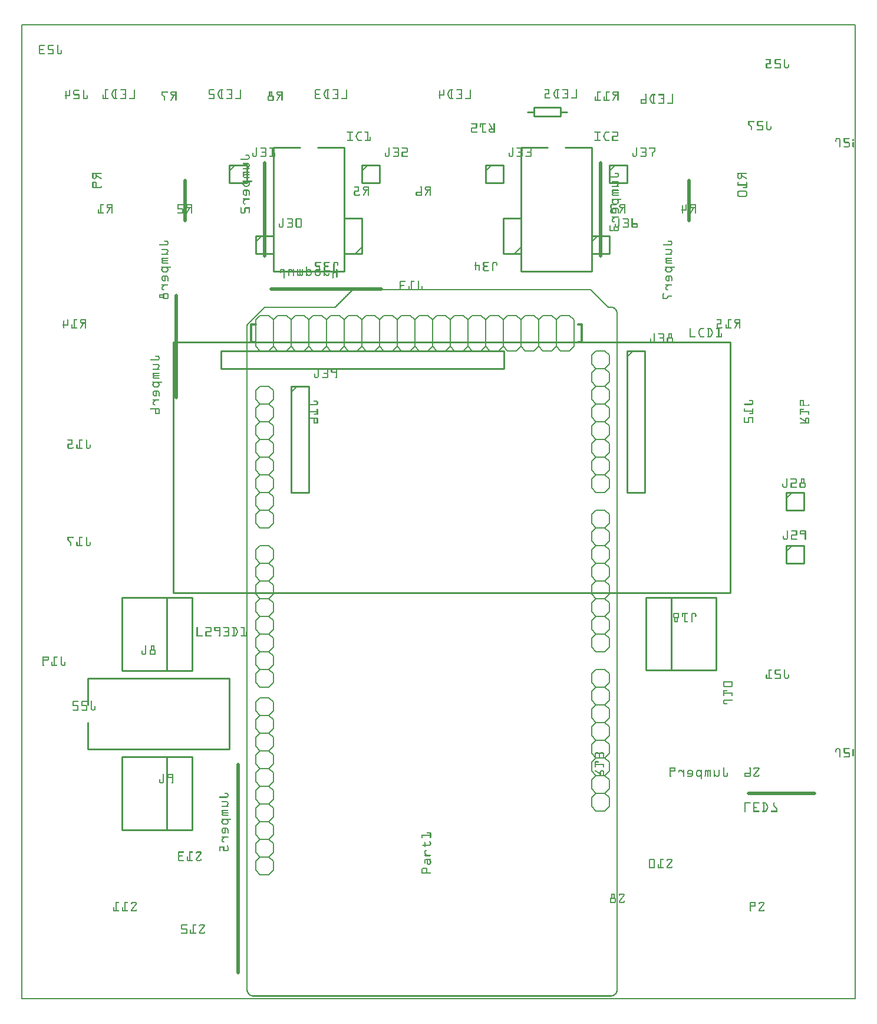
<source format=gto>
G04 MADE WITH FRITZING*
G04 WWW.FRITZING.ORG*
G04 SINGLE SIDED*
G04 HOLES NOT PLATED*
G04 CONTOUR ON CENTER OF CONTOUR VECTOR*
%ASAXBY*%
%FSLAX23Y23*%
%MOIN*%
%OFA0B0*%
%SFA1.0B1.0*%
%ADD10R,4.724420X5.511820X4.708420X5.495820*%
%ADD11C,0.008000*%
%ADD12R,3.160000X1.427000X3.140000X1.407000*%
%ADD13C,0.010000*%
%ADD14R,1.610000X0.110000X1.590000X0.090000*%
%ADD15C,0.021000*%
%ADD16C,0.010417*%
%ADD17C,0.012000*%
%ADD18C,0.006000*%
%ADD19C,0.005000*%
%ADD20R,0.001000X0.001000*%
%LNSILK1*%
G90*
G70*
G54D11*
X4Y5508D02*
X4720Y5508D01*
X4720Y4D01*
X4Y4D01*
X4Y5508D01*
D02*
G54D13*
X862Y3716D02*
X4012Y3716D01*
X4012Y2299D01*
X862Y2299D01*
X862Y3716D01*
D02*
X1132Y3666D02*
X2732Y3666D01*
X2732Y3566D01*
X1132Y3566D01*
X1132Y3666D01*
D02*
G54D15*
X877Y3403D02*
X877Y3978D01*
D02*
X3777Y4403D02*
X3777Y4628D01*
D02*
X927Y4403D02*
X927Y4628D01*
D02*
X4114Y1166D02*
X4489Y1166D01*
G54D13*
D02*
X1427Y4816D02*
X1427Y4116D01*
D02*
X1427Y4116D02*
X1827Y4116D01*
D02*
X1827Y4116D02*
X1827Y4816D01*
D02*
X1427Y4816D02*
X1577Y4816D01*
D02*
X1677Y4816D02*
X1827Y4816D01*
G54D15*
D02*
X2039Y4016D02*
X1414Y4016D01*
D02*
X3277Y4203D02*
X3277Y4728D01*
D02*
X1377Y4203D02*
X1377Y4728D01*
G54D16*
D02*
X3932Y1861D02*
X3932Y2272D01*
D02*
X3932Y2272D02*
X3536Y2272D01*
D02*
X3536Y2272D02*
X3536Y1861D01*
D02*
X3536Y1861D02*
X3932Y1861D01*
D02*
X3678Y2272D02*
X3678Y1861D01*
D02*
X572Y2271D02*
X572Y1860D01*
D02*
X572Y1860D02*
X967Y1860D01*
D02*
X967Y1860D02*
X967Y2271D01*
D02*
X967Y2271D02*
X572Y2271D01*
D02*
X825Y1860D02*
X825Y2271D01*
D02*
X572Y1371D02*
X572Y960D01*
D02*
X572Y960D02*
X967Y960D01*
D02*
X967Y960D02*
X967Y1371D01*
D02*
X967Y1371D02*
X572Y1371D01*
D02*
X825Y960D02*
X825Y1371D01*
G54D17*
D02*
X3152Y3716D02*
X3172Y3716D01*
D02*
X3172Y3716D02*
X3172Y3816D01*
D02*
X3172Y3816D02*
X3152Y3816D01*
D02*
X1327Y3716D02*
X1302Y3716D01*
D02*
X1302Y3716D02*
X1302Y3816D01*
D02*
X1302Y3816D02*
X1327Y3816D01*
G54D18*
D02*
X3227Y3491D02*
X3227Y3541D01*
D02*
X3227Y3541D02*
X3252Y3566D01*
D02*
X3252Y3566D02*
X3302Y3566D01*
D02*
X3302Y3566D02*
X3327Y3541D01*
D02*
X3252Y3366D02*
X3227Y3391D01*
D02*
X3227Y3391D02*
X3227Y3441D01*
D02*
X3227Y3441D02*
X3252Y3466D01*
D02*
X3252Y3466D02*
X3302Y3466D01*
D02*
X3302Y3466D02*
X3327Y3441D01*
D02*
X3327Y3441D02*
X3327Y3391D01*
D02*
X3327Y3391D02*
X3302Y3366D01*
D02*
X3227Y3491D02*
X3252Y3466D01*
D02*
X3302Y3466D02*
X3327Y3491D01*
D02*
X3327Y3541D02*
X3327Y3491D01*
D02*
X3227Y3191D02*
X3227Y3241D01*
D02*
X3227Y3241D02*
X3252Y3266D01*
D02*
X3252Y3266D02*
X3302Y3266D01*
D02*
X3302Y3266D02*
X3327Y3241D01*
D02*
X3252Y3266D02*
X3227Y3291D01*
D02*
X3227Y3291D02*
X3227Y3341D01*
D02*
X3227Y3341D02*
X3252Y3366D01*
D02*
X3252Y3366D02*
X3302Y3366D01*
D02*
X3302Y3366D02*
X3327Y3341D01*
D02*
X3327Y3341D02*
X3327Y3291D01*
D02*
X3327Y3291D02*
X3302Y3266D01*
D02*
X3252Y3066D02*
X3227Y3091D01*
D02*
X3227Y3091D02*
X3227Y3141D01*
D02*
X3227Y3141D02*
X3252Y3166D01*
D02*
X3252Y3166D02*
X3302Y3166D01*
D02*
X3302Y3166D02*
X3327Y3141D01*
D02*
X3327Y3141D02*
X3327Y3091D01*
D02*
X3327Y3091D02*
X3302Y3066D01*
D02*
X3227Y3191D02*
X3252Y3166D01*
D02*
X3302Y3166D02*
X3327Y3191D01*
D02*
X3327Y3241D02*
X3327Y3191D01*
D02*
X3227Y2891D02*
X3227Y2941D01*
D02*
X3227Y2941D02*
X3252Y2966D01*
D02*
X3252Y2966D02*
X3302Y2966D01*
D02*
X3302Y2966D02*
X3327Y2941D01*
D02*
X3252Y2966D02*
X3227Y2991D01*
D02*
X3227Y2991D02*
X3227Y3041D01*
D02*
X3227Y3041D02*
X3252Y3066D01*
D02*
X3252Y3066D02*
X3302Y3066D01*
D02*
X3302Y3066D02*
X3327Y3041D01*
D02*
X3327Y3041D02*
X3327Y2991D01*
D02*
X3327Y2991D02*
X3302Y2966D01*
D02*
X3252Y2866D02*
X3302Y2866D01*
D02*
X3227Y2891D02*
X3252Y2866D01*
D02*
X3302Y2866D02*
X3327Y2891D01*
D02*
X3327Y2941D02*
X3327Y2891D01*
D02*
X3227Y3591D02*
X3227Y3641D01*
D02*
X3227Y3641D02*
X3252Y3666D01*
D02*
X3252Y3666D02*
X3302Y3666D01*
D02*
X3302Y3666D02*
X3327Y3641D01*
D02*
X3227Y3591D02*
X3252Y3566D01*
D02*
X3302Y3566D02*
X3327Y3591D01*
D02*
X3327Y3641D02*
X3327Y3591D01*
D02*
X3227Y2591D02*
X3227Y2641D01*
D02*
X3227Y2641D02*
X3252Y2666D01*
D02*
X3252Y2666D02*
X3302Y2666D01*
D02*
X3302Y2666D02*
X3327Y2641D01*
D02*
X3252Y2466D02*
X3227Y2491D01*
D02*
X3227Y2491D02*
X3227Y2541D01*
D02*
X3227Y2541D02*
X3252Y2566D01*
D02*
X3252Y2566D02*
X3302Y2566D01*
D02*
X3302Y2566D02*
X3327Y2541D01*
D02*
X3327Y2541D02*
X3327Y2491D01*
D02*
X3327Y2491D02*
X3302Y2466D01*
D02*
X3227Y2591D02*
X3252Y2566D01*
D02*
X3302Y2566D02*
X3327Y2591D01*
D02*
X3327Y2641D02*
X3327Y2591D01*
D02*
X3227Y2291D02*
X3227Y2341D01*
D02*
X3227Y2341D02*
X3252Y2366D01*
D02*
X3252Y2366D02*
X3302Y2366D01*
D02*
X3302Y2366D02*
X3327Y2341D01*
D02*
X3252Y2366D02*
X3227Y2391D01*
D02*
X3227Y2391D02*
X3227Y2441D01*
D02*
X3227Y2441D02*
X3252Y2466D01*
D02*
X3252Y2466D02*
X3302Y2466D01*
D02*
X3302Y2466D02*
X3327Y2441D01*
D02*
X3327Y2441D02*
X3327Y2391D01*
D02*
X3327Y2391D02*
X3302Y2366D01*
D02*
X3252Y2166D02*
X3227Y2191D01*
D02*
X3227Y2191D02*
X3227Y2241D01*
D02*
X3227Y2241D02*
X3252Y2266D01*
D02*
X3252Y2266D02*
X3302Y2266D01*
D02*
X3302Y2266D02*
X3327Y2241D01*
D02*
X3327Y2241D02*
X3327Y2191D01*
D02*
X3327Y2191D02*
X3302Y2166D01*
D02*
X3227Y2291D02*
X3252Y2266D01*
D02*
X3302Y2266D02*
X3327Y2291D01*
D02*
X3327Y2341D02*
X3327Y2291D01*
D02*
X3227Y1991D02*
X3227Y2041D01*
D02*
X3227Y2041D02*
X3252Y2066D01*
D02*
X3252Y2066D02*
X3302Y2066D01*
D02*
X3302Y2066D02*
X3327Y2041D01*
D02*
X3252Y2066D02*
X3227Y2091D01*
D02*
X3227Y2091D02*
X3227Y2141D01*
D02*
X3227Y2141D02*
X3252Y2166D01*
D02*
X3252Y2166D02*
X3302Y2166D01*
D02*
X3302Y2166D02*
X3327Y2141D01*
D02*
X3327Y2141D02*
X3327Y2091D01*
D02*
X3327Y2091D02*
X3302Y2066D01*
D02*
X3252Y1966D02*
X3302Y1966D01*
D02*
X3227Y1991D02*
X3252Y1966D01*
D02*
X3302Y1966D02*
X3327Y1991D01*
D02*
X3327Y2041D02*
X3327Y1991D01*
D02*
X3227Y2691D02*
X3227Y2741D01*
D02*
X3227Y2741D02*
X3252Y2766D01*
D02*
X3252Y2766D02*
X3302Y2766D01*
D02*
X3302Y2766D02*
X3327Y2741D01*
D02*
X3227Y2691D02*
X3252Y2666D01*
D02*
X3302Y2666D02*
X3327Y2691D01*
D02*
X3327Y2741D02*
X3327Y2691D01*
D02*
X1427Y2841D02*
X1427Y2791D01*
D02*
X1427Y2791D02*
X1402Y2766D01*
D02*
X1402Y2766D02*
X1352Y2766D01*
D02*
X1352Y2766D02*
X1327Y2791D01*
D02*
X1402Y2966D02*
X1427Y2941D01*
D02*
X1427Y2941D02*
X1427Y2891D01*
D02*
X1427Y2891D02*
X1402Y2866D01*
D02*
X1402Y2866D02*
X1352Y2866D01*
D02*
X1352Y2866D02*
X1327Y2891D01*
D02*
X1327Y2891D02*
X1327Y2941D01*
D02*
X1327Y2941D02*
X1352Y2966D01*
D02*
X1427Y2841D02*
X1402Y2866D01*
D02*
X1352Y2866D02*
X1327Y2841D01*
D02*
X1327Y2791D02*
X1327Y2841D01*
D02*
X1427Y3141D02*
X1427Y3091D01*
D02*
X1427Y3091D02*
X1402Y3066D01*
D02*
X1402Y3066D02*
X1352Y3066D01*
D02*
X1352Y3066D02*
X1327Y3091D01*
D02*
X1402Y3066D02*
X1427Y3041D01*
D02*
X1427Y3041D02*
X1427Y2991D01*
D02*
X1427Y2991D02*
X1402Y2966D01*
D02*
X1402Y2966D02*
X1352Y2966D01*
D02*
X1352Y2966D02*
X1327Y2991D01*
D02*
X1327Y2991D02*
X1327Y3041D01*
D02*
X1327Y3041D02*
X1352Y3066D01*
D02*
X1402Y3266D02*
X1427Y3241D01*
D02*
X1427Y3241D02*
X1427Y3191D01*
D02*
X1427Y3191D02*
X1402Y3166D01*
D02*
X1402Y3166D02*
X1352Y3166D01*
D02*
X1352Y3166D02*
X1327Y3191D01*
D02*
X1327Y3191D02*
X1327Y3241D01*
D02*
X1327Y3241D02*
X1352Y3266D01*
D02*
X1427Y3141D02*
X1402Y3166D01*
D02*
X1352Y3166D02*
X1327Y3141D01*
D02*
X1327Y3091D02*
X1327Y3141D01*
D02*
X1427Y3441D02*
X1427Y3391D01*
D02*
X1427Y3391D02*
X1402Y3366D01*
D02*
X1402Y3366D02*
X1352Y3366D01*
D02*
X1352Y3366D02*
X1327Y3391D01*
D02*
X1402Y3366D02*
X1427Y3341D01*
D02*
X1427Y3341D02*
X1427Y3291D01*
D02*
X1427Y3291D02*
X1402Y3266D01*
D02*
X1402Y3266D02*
X1352Y3266D01*
D02*
X1352Y3266D02*
X1327Y3291D01*
D02*
X1327Y3291D02*
X1327Y3341D01*
D02*
X1327Y3341D02*
X1352Y3366D01*
D02*
X1402Y3466D02*
X1352Y3466D01*
D02*
X1427Y3441D02*
X1402Y3466D01*
D02*
X1352Y3466D02*
X1327Y3441D01*
D02*
X1327Y3391D02*
X1327Y3441D01*
D02*
X1427Y2741D02*
X1427Y2691D01*
D02*
X1427Y2691D02*
X1402Y2666D01*
D02*
X1402Y2666D02*
X1352Y2666D01*
D02*
X1352Y2666D02*
X1327Y2691D01*
D02*
X1427Y2741D02*
X1402Y2766D01*
D02*
X1352Y2766D02*
X1327Y2741D01*
D02*
X1327Y2691D02*
X1327Y2741D01*
D02*
X1352Y1506D02*
X1327Y1531D01*
D02*
X1327Y1531D02*
X1327Y1581D01*
D02*
X1327Y1581D02*
X1352Y1606D01*
D02*
X1352Y1606D02*
X1402Y1606D01*
D02*
X1402Y1606D02*
X1427Y1581D01*
D02*
X1427Y1581D02*
X1427Y1531D01*
D02*
X1427Y1531D02*
X1402Y1506D01*
D02*
X1327Y1331D02*
X1327Y1381D01*
D02*
X1327Y1381D02*
X1352Y1406D01*
D02*
X1352Y1406D02*
X1402Y1406D01*
D02*
X1402Y1406D02*
X1427Y1381D01*
D02*
X1352Y1406D02*
X1327Y1431D01*
D02*
X1327Y1431D02*
X1327Y1481D01*
D02*
X1327Y1481D02*
X1352Y1506D01*
D02*
X1352Y1506D02*
X1402Y1506D01*
D02*
X1402Y1506D02*
X1427Y1481D01*
D02*
X1427Y1481D02*
X1427Y1431D01*
D02*
X1427Y1431D02*
X1402Y1406D01*
D02*
X1352Y1206D02*
X1327Y1231D01*
D02*
X1327Y1231D02*
X1327Y1281D01*
D02*
X1327Y1281D02*
X1352Y1306D01*
D02*
X1352Y1306D02*
X1402Y1306D01*
D02*
X1402Y1306D02*
X1427Y1281D01*
D02*
X1427Y1281D02*
X1427Y1231D01*
D02*
X1427Y1231D02*
X1402Y1206D01*
D02*
X1327Y1331D02*
X1352Y1306D01*
D02*
X1402Y1306D02*
X1427Y1331D01*
D02*
X1427Y1381D02*
X1427Y1331D01*
D02*
X1327Y1031D02*
X1327Y1081D01*
D02*
X1327Y1081D02*
X1352Y1106D01*
D02*
X1352Y1106D02*
X1402Y1106D01*
D02*
X1402Y1106D02*
X1427Y1081D01*
D02*
X1352Y1106D02*
X1327Y1131D01*
D02*
X1327Y1131D02*
X1327Y1181D01*
D02*
X1327Y1181D02*
X1352Y1206D01*
D02*
X1352Y1206D02*
X1402Y1206D01*
D02*
X1402Y1206D02*
X1427Y1181D01*
D02*
X1427Y1181D02*
X1427Y1131D01*
D02*
X1427Y1131D02*
X1402Y1106D01*
D02*
X1352Y906D02*
X1327Y931D01*
D02*
X1327Y931D02*
X1327Y981D01*
D02*
X1327Y981D02*
X1352Y1006D01*
D02*
X1352Y1006D02*
X1402Y1006D01*
D02*
X1402Y1006D02*
X1427Y981D01*
D02*
X1427Y981D02*
X1427Y931D01*
D02*
X1427Y931D02*
X1402Y906D01*
D02*
X1327Y1031D02*
X1352Y1006D01*
D02*
X1402Y1006D02*
X1427Y1031D01*
D02*
X1427Y1081D02*
X1427Y1031D01*
D02*
X1327Y731D02*
X1327Y781D01*
D02*
X1327Y781D02*
X1352Y806D01*
D02*
X1352Y806D02*
X1402Y806D01*
D02*
X1402Y806D02*
X1427Y781D01*
D02*
X1352Y806D02*
X1327Y831D01*
D02*
X1327Y831D02*
X1327Y881D01*
D02*
X1327Y881D02*
X1352Y906D01*
D02*
X1352Y906D02*
X1402Y906D01*
D02*
X1402Y906D02*
X1427Y881D01*
D02*
X1427Y881D02*
X1427Y831D01*
D02*
X1427Y831D02*
X1402Y806D01*
D02*
X1352Y706D02*
X1402Y706D01*
D02*
X1327Y731D02*
X1352Y706D01*
D02*
X1402Y706D02*
X1427Y731D01*
D02*
X1427Y781D02*
X1427Y731D01*
D02*
X1327Y1631D02*
X1327Y1681D01*
D02*
X1327Y1681D02*
X1352Y1706D01*
D02*
X1352Y1706D02*
X1402Y1706D01*
D02*
X1402Y1706D02*
X1427Y1681D01*
D02*
X1327Y1631D02*
X1352Y1606D01*
D02*
X1402Y1606D02*
X1427Y1631D01*
D02*
X1427Y1681D02*
X1427Y1631D01*
D02*
X3227Y1691D02*
X3227Y1741D01*
D02*
X3227Y1741D02*
X3252Y1766D01*
D02*
X3252Y1766D02*
X3302Y1766D01*
D02*
X3302Y1766D02*
X3327Y1741D01*
D02*
X3252Y1566D02*
X3227Y1591D01*
D02*
X3227Y1591D02*
X3227Y1641D01*
D02*
X3227Y1641D02*
X3252Y1666D01*
D02*
X3252Y1666D02*
X3302Y1666D01*
D02*
X3302Y1666D02*
X3327Y1641D01*
D02*
X3327Y1641D02*
X3327Y1591D01*
D02*
X3327Y1591D02*
X3302Y1566D01*
D02*
X3227Y1691D02*
X3252Y1666D01*
D02*
X3302Y1666D02*
X3327Y1691D01*
D02*
X3327Y1741D02*
X3327Y1691D01*
D02*
X3227Y1391D02*
X3227Y1441D01*
D02*
X3227Y1441D02*
X3252Y1466D01*
D02*
X3252Y1466D02*
X3302Y1466D01*
D02*
X3302Y1466D02*
X3327Y1441D01*
D02*
X3252Y1466D02*
X3227Y1491D01*
D02*
X3227Y1491D02*
X3227Y1541D01*
D02*
X3227Y1541D02*
X3252Y1566D01*
D02*
X3252Y1566D02*
X3302Y1566D01*
D02*
X3302Y1566D02*
X3327Y1541D01*
D02*
X3327Y1541D02*
X3327Y1491D01*
D02*
X3327Y1491D02*
X3302Y1466D01*
D02*
X3252Y1266D02*
X3227Y1291D01*
D02*
X3227Y1291D02*
X3227Y1341D01*
D02*
X3227Y1341D02*
X3252Y1366D01*
D02*
X3252Y1366D02*
X3302Y1366D01*
D02*
X3302Y1366D02*
X3327Y1341D01*
D02*
X3327Y1341D02*
X3327Y1291D01*
D02*
X3327Y1291D02*
X3302Y1266D01*
D02*
X3227Y1391D02*
X3252Y1366D01*
D02*
X3302Y1366D02*
X3327Y1391D01*
D02*
X3327Y1441D02*
X3327Y1391D01*
D02*
X3227Y1091D02*
X3227Y1141D01*
D02*
X3227Y1141D02*
X3252Y1166D01*
D02*
X3252Y1166D02*
X3302Y1166D01*
D02*
X3302Y1166D02*
X3327Y1141D01*
D02*
X3252Y1166D02*
X3227Y1191D01*
D02*
X3227Y1191D02*
X3227Y1241D01*
D02*
X3227Y1241D02*
X3252Y1266D01*
D02*
X3252Y1266D02*
X3302Y1266D01*
D02*
X3302Y1266D02*
X3327Y1241D01*
D02*
X3327Y1241D02*
X3327Y1191D01*
D02*
X3327Y1191D02*
X3302Y1166D01*
D02*
X3252Y1066D02*
X3302Y1066D01*
D02*
X3227Y1091D02*
X3252Y1066D01*
D02*
X3302Y1066D02*
X3327Y1091D01*
D02*
X3327Y1141D02*
X3327Y1091D01*
D02*
X3227Y1791D02*
X3227Y1841D01*
D02*
X3227Y1841D02*
X3252Y1866D01*
D02*
X3252Y1866D02*
X3302Y1866D01*
D02*
X3302Y1866D02*
X3327Y1841D01*
D02*
X3227Y1791D02*
X3252Y1766D01*
D02*
X3302Y1766D02*
X3327Y1791D01*
D02*
X3327Y1841D02*
X3327Y1791D01*
D02*
X1427Y1941D02*
X1427Y1891D01*
D02*
X1427Y1891D02*
X1402Y1866D01*
D02*
X1402Y1866D02*
X1352Y1866D01*
D02*
X1352Y1866D02*
X1327Y1891D01*
D02*
X1402Y2066D02*
X1427Y2041D01*
D02*
X1427Y2041D02*
X1427Y1991D01*
D02*
X1427Y1991D02*
X1402Y1966D01*
D02*
X1402Y1966D02*
X1352Y1966D01*
D02*
X1352Y1966D02*
X1327Y1991D01*
D02*
X1327Y1991D02*
X1327Y2041D01*
D02*
X1327Y2041D02*
X1352Y2066D01*
D02*
X1427Y1941D02*
X1402Y1966D01*
D02*
X1352Y1966D02*
X1327Y1941D01*
D02*
X1327Y1891D02*
X1327Y1941D01*
D02*
X1427Y2241D02*
X1427Y2191D01*
D02*
X1427Y2191D02*
X1402Y2166D01*
D02*
X1402Y2166D02*
X1352Y2166D01*
D02*
X1352Y2166D02*
X1327Y2191D01*
D02*
X1402Y2166D02*
X1427Y2141D01*
D02*
X1427Y2141D02*
X1427Y2091D01*
D02*
X1427Y2091D02*
X1402Y2066D01*
D02*
X1402Y2066D02*
X1352Y2066D01*
D02*
X1352Y2066D02*
X1327Y2091D01*
D02*
X1327Y2091D02*
X1327Y2141D01*
D02*
X1327Y2141D02*
X1352Y2166D01*
D02*
X1402Y2366D02*
X1427Y2341D01*
D02*
X1427Y2341D02*
X1427Y2291D01*
D02*
X1427Y2291D02*
X1402Y2266D01*
D02*
X1402Y2266D02*
X1352Y2266D01*
D02*
X1352Y2266D02*
X1327Y2291D01*
D02*
X1327Y2291D02*
X1327Y2341D01*
D02*
X1327Y2341D02*
X1352Y2366D01*
D02*
X1427Y2241D02*
X1402Y2266D01*
D02*
X1352Y2266D02*
X1327Y2241D01*
D02*
X1327Y2191D02*
X1327Y2241D01*
D02*
X1427Y2541D02*
X1427Y2491D01*
D02*
X1427Y2491D02*
X1402Y2466D01*
D02*
X1402Y2466D02*
X1352Y2466D01*
D02*
X1352Y2466D02*
X1327Y2491D01*
D02*
X1402Y2466D02*
X1427Y2441D01*
D02*
X1427Y2441D02*
X1427Y2391D01*
D02*
X1427Y2391D02*
X1402Y2366D01*
D02*
X1402Y2366D02*
X1352Y2366D01*
D02*
X1352Y2366D02*
X1327Y2391D01*
D02*
X1327Y2391D02*
X1327Y2441D01*
D02*
X1327Y2441D02*
X1352Y2466D01*
D02*
X1402Y2566D02*
X1352Y2566D01*
D02*
X1427Y2541D02*
X1402Y2566D01*
D02*
X1352Y2566D02*
X1327Y2541D01*
D02*
X1327Y2491D02*
X1327Y2541D01*
D02*
X1427Y1841D02*
X1427Y1791D01*
D02*
X1427Y1791D02*
X1402Y1766D01*
D02*
X1402Y1766D02*
X1352Y1766D01*
D02*
X1352Y1766D02*
X1327Y1791D01*
D02*
X1427Y1841D02*
X1402Y1866D01*
D02*
X1352Y1866D02*
X1327Y1841D01*
D02*
X1327Y1791D02*
X1327Y1841D01*
D02*
X1327Y3691D02*
X1352Y3666D01*
D02*
X1352Y3666D02*
X1402Y3666D01*
D02*
X1402Y3666D02*
X1427Y3691D01*
D02*
X1427Y3691D02*
X1452Y3666D01*
D02*
X1452Y3666D02*
X1502Y3666D01*
D02*
X1502Y3666D02*
X1527Y3691D01*
D02*
X1527Y3691D02*
X1552Y3666D01*
D02*
X1552Y3666D02*
X1602Y3666D01*
D02*
X1602Y3666D02*
X1627Y3691D01*
D02*
X1627Y3691D02*
X1652Y3666D01*
D02*
X1652Y3666D02*
X1702Y3666D01*
D02*
X1702Y3666D02*
X1727Y3691D01*
D02*
X1727Y3691D02*
X1752Y3666D01*
D02*
X1752Y3666D02*
X1802Y3666D01*
D02*
X1802Y3666D02*
X1827Y3691D01*
D02*
X1827Y3691D02*
X1852Y3666D01*
D02*
X1852Y3666D02*
X1902Y3666D01*
D02*
X1902Y3666D02*
X1927Y3691D01*
D02*
X1327Y3691D02*
X1327Y3841D01*
D02*
X1327Y3841D02*
X1352Y3866D01*
D02*
X1352Y3866D02*
X1402Y3866D01*
D02*
X1402Y3866D02*
X1427Y3841D01*
D02*
X1427Y3841D02*
X1452Y3866D01*
D02*
X1452Y3866D02*
X1502Y3866D01*
D02*
X1502Y3866D02*
X1527Y3841D01*
D02*
X1527Y3841D02*
X1552Y3866D01*
D02*
X1552Y3866D02*
X1602Y3866D01*
D02*
X1602Y3866D02*
X1627Y3841D01*
D02*
X1627Y3841D02*
X1652Y3866D01*
D02*
X1652Y3866D02*
X1702Y3866D01*
D02*
X1702Y3866D02*
X1727Y3841D01*
D02*
X1727Y3841D02*
X1752Y3866D01*
D02*
X1752Y3866D02*
X1802Y3866D01*
D02*
X1802Y3866D02*
X1827Y3841D01*
D02*
X1827Y3841D02*
X1852Y3866D01*
D02*
X1852Y3866D02*
X1902Y3866D01*
D02*
X1902Y3866D02*
X1927Y3841D01*
D02*
X1927Y3841D02*
X1952Y3866D01*
D02*
X1952Y3866D02*
X2002Y3866D01*
D02*
X2002Y3866D02*
X2027Y3841D01*
D02*
X2027Y3841D02*
X2052Y3866D01*
D02*
X2052Y3866D02*
X2102Y3866D01*
D02*
X2102Y3866D02*
X2127Y3841D01*
D02*
X2127Y3841D02*
X2152Y3866D01*
D02*
X2152Y3866D02*
X2202Y3866D01*
D02*
X2202Y3866D02*
X2227Y3841D01*
D02*
X2227Y3841D02*
X2252Y3866D01*
D02*
X2252Y3866D02*
X2302Y3866D01*
D02*
X2302Y3866D02*
X2327Y3841D01*
D02*
X2327Y3841D02*
X2352Y3866D01*
D02*
X2352Y3866D02*
X2402Y3866D01*
D02*
X2402Y3866D02*
X2427Y3841D01*
D02*
X2427Y3841D02*
X2452Y3866D01*
D02*
X2452Y3866D02*
X2502Y3866D01*
D02*
X2527Y3841D02*
X2502Y3866D01*
D02*
X2527Y3841D02*
X2552Y3866D01*
D02*
X2602Y3866D02*
X2552Y3866D01*
D02*
X2602Y3866D02*
X2627Y3841D01*
D02*
X2627Y3841D02*
X2652Y3866D01*
D02*
X2702Y3866D02*
X2652Y3866D01*
D02*
X2702Y3866D02*
X2727Y3841D01*
D02*
X2727Y3841D02*
X2752Y3866D01*
D02*
X2802Y3866D02*
X2752Y3866D01*
D02*
X2802Y3866D02*
X2827Y3841D01*
D02*
X2827Y3841D02*
X2852Y3866D01*
D02*
X2902Y3866D02*
X2852Y3866D01*
D02*
X2902Y3866D02*
X2927Y3841D01*
D02*
X2927Y3841D02*
X2952Y3866D01*
D02*
X3002Y3866D02*
X2952Y3866D01*
D02*
X3002Y3866D02*
X3027Y3841D01*
D02*
X3027Y3841D02*
X3052Y3866D01*
D02*
X3102Y3866D02*
X3052Y3866D01*
D02*
X3102Y3866D02*
X3127Y3841D01*
D02*
X3127Y3691D02*
X3102Y3666D01*
D02*
X3102Y3666D02*
X3052Y3666D01*
D02*
X3027Y3691D02*
X3052Y3666D01*
D02*
X3027Y3691D02*
X3002Y3666D01*
D02*
X3002Y3666D02*
X2952Y3666D01*
D02*
X2927Y3691D02*
X2952Y3666D01*
D02*
X2927Y3691D02*
X2902Y3666D01*
D02*
X2852Y3666D02*
X2902Y3666D01*
D02*
X2852Y3666D02*
X2827Y3691D01*
D02*
X2827Y3691D02*
X2802Y3666D01*
D02*
X2752Y3666D02*
X2802Y3666D01*
D02*
X2752Y3666D02*
X2727Y3691D01*
D02*
X2727Y3691D02*
X2702Y3666D01*
D02*
X2702Y3666D02*
X2652Y3666D01*
D02*
X2627Y3691D02*
X2652Y3666D01*
D02*
X2627Y3691D02*
X2602Y3666D01*
D02*
X2602Y3666D02*
X2552Y3666D01*
D02*
X2527Y3691D02*
X2552Y3666D01*
D02*
X2527Y3691D02*
X2502Y3666D01*
D02*
X2502Y3666D02*
X2452Y3666D01*
D02*
X2427Y3691D02*
X2452Y3666D01*
D02*
X2427Y3691D02*
X2402Y3666D01*
D02*
X2402Y3666D02*
X2352Y3666D01*
D02*
X2327Y3691D02*
X2352Y3666D01*
D02*
X2327Y3691D02*
X2302Y3666D01*
D02*
X2302Y3666D02*
X2252Y3666D01*
D02*
X2227Y3691D02*
X2252Y3666D01*
D02*
X2227Y3691D02*
X2202Y3666D01*
D02*
X2202Y3666D02*
X2152Y3666D01*
D02*
X2127Y3691D02*
X2152Y3666D01*
D02*
X2127Y3691D02*
X2102Y3666D01*
D02*
X2102Y3666D02*
X2052Y3666D01*
D02*
X2027Y3691D02*
X2052Y3666D01*
D02*
X2027Y3691D02*
X2002Y3666D01*
D02*
X2002Y3666D02*
X1952Y3666D01*
D02*
X1927Y3691D02*
X1952Y3666D01*
D02*
X1427Y3841D02*
X1427Y3691D01*
D02*
X1527Y3841D02*
X1527Y3691D01*
D02*
X1627Y3841D02*
X1627Y3691D01*
D02*
X1727Y3841D02*
X1727Y3691D01*
D02*
X1827Y3841D02*
X1827Y3691D01*
D02*
X1927Y3841D02*
X1927Y3691D01*
D02*
X2027Y3841D02*
X2027Y3691D01*
D02*
X2127Y3841D02*
X2127Y3691D01*
D02*
X2227Y3841D02*
X2227Y3691D01*
D02*
X2327Y3841D02*
X2327Y3691D01*
D02*
X2427Y3841D02*
X2427Y3691D01*
D02*
X2527Y3841D02*
X2527Y3691D01*
D02*
X2627Y3841D02*
X2627Y3691D01*
D02*
X2727Y3841D02*
X2727Y3691D01*
D02*
X2827Y3841D02*
X2827Y3691D01*
D02*
X2927Y3841D02*
X2927Y3691D01*
D02*
X3027Y3841D02*
X3027Y3691D01*
D02*
X3127Y3841D02*
X3127Y3691D01*
G54D15*
D02*
X1227Y153D02*
X1227Y1328D01*
G54D13*
D02*
X377Y1416D02*
X1177Y1416D01*
D02*
X1177Y1416D02*
X1177Y1816D01*
D02*
X1177Y1816D02*
X377Y1816D01*
D02*
X377Y1416D02*
X377Y1566D01*
D02*
X377Y1666D02*
X377Y1816D01*
D02*
X2827Y4816D02*
X2827Y4116D01*
D02*
X2827Y4116D02*
X3227Y4116D01*
D02*
X3227Y4116D02*
X3227Y4816D01*
D02*
X2827Y4816D02*
X2977Y4816D01*
D02*
X3077Y4816D02*
X3227Y4816D01*
D02*
X4327Y2866D02*
X4327Y2766D01*
D02*
X4327Y2766D02*
X4427Y2766D01*
D02*
X4427Y2766D02*
X4427Y2866D01*
D02*
X4427Y2866D02*
X4327Y2866D01*
G54D19*
D02*
X4327Y2831D02*
X4362Y2866D01*
G54D13*
D02*
X4327Y2566D02*
X4327Y2466D01*
D02*
X4327Y2466D02*
X4427Y2466D01*
D02*
X4427Y2466D02*
X4427Y2566D01*
D02*
X4427Y2566D02*
X4327Y2566D01*
G54D19*
D02*
X4327Y2531D02*
X4362Y2566D01*
G54D13*
D02*
X1327Y4316D02*
X1327Y4216D01*
D02*
X1327Y4216D02*
X1427Y4216D01*
D02*
X1427Y4216D02*
X1427Y4316D01*
D02*
X1427Y4316D02*
X1327Y4316D01*
G54D19*
D02*
X1327Y4281D02*
X1362Y4316D01*
G54D13*
D02*
X1177Y4716D02*
X1177Y4616D01*
D02*
X1177Y4616D02*
X1277Y4616D01*
D02*
X1277Y4616D02*
X1277Y4716D01*
D02*
X1277Y4716D02*
X1177Y4716D01*
G54D19*
D02*
X1177Y4681D02*
X1212Y4716D01*
G54D13*
D02*
X1927Y4716D02*
X1927Y4616D01*
D02*
X1927Y4616D02*
X2027Y4616D01*
D02*
X2027Y4616D02*
X2027Y4716D01*
D02*
X2027Y4716D02*
X1927Y4716D01*
G54D19*
D02*
X1927Y4681D02*
X1962Y4716D01*
G54D13*
D02*
X2627Y4716D02*
X2627Y4616D01*
D02*
X2627Y4616D02*
X2727Y4616D01*
D02*
X2727Y4616D02*
X2727Y4716D01*
D02*
X2727Y4716D02*
X2627Y4716D01*
G54D19*
D02*
X2627Y4681D02*
X2662Y4716D01*
G54D13*
D02*
X3227Y4316D02*
X3227Y4216D01*
D02*
X3227Y4216D02*
X3327Y4216D01*
D02*
X3327Y4216D02*
X3327Y4316D01*
D02*
X3327Y4316D02*
X3227Y4316D01*
G54D19*
D02*
X3227Y4281D02*
X3262Y4316D01*
G54D13*
D02*
X3327Y4716D02*
X3327Y4616D01*
D02*
X3327Y4616D02*
X3427Y4616D01*
D02*
X3427Y4616D02*
X3427Y4716D01*
D02*
X3427Y4716D02*
X3327Y4716D01*
G54D19*
D02*
X3327Y4681D02*
X3362Y4716D01*
G54D13*
D02*
X3427Y3666D02*
X3427Y2866D01*
D02*
X3427Y2866D02*
X3527Y2866D01*
D02*
X3527Y2866D02*
X3527Y3666D01*
D02*
X3527Y3666D02*
X3427Y3666D01*
G54D19*
D02*
X3427Y3631D02*
X3462Y3666D01*
G54D13*
D02*
X1527Y3466D02*
X1527Y2866D01*
D02*
X1527Y2866D02*
X1627Y2866D01*
D02*
X1627Y2866D02*
X1627Y3466D01*
D02*
X1627Y3466D02*
X1527Y3466D01*
G54D19*
D02*
X1527Y3431D02*
X1562Y3466D01*
G54D13*
D02*
X1927Y4216D02*
X1927Y4416D01*
D02*
X1927Y4416D02*
X1827Y4416D01*
D02*
X1827Y4416D02*
X1827Y4216D01*
D02*
X1827Y4216D02*
X1927Y4216D01*
G54D19*
D02*
X1927Y4251D02*
X1892Y4216D01*
G54D13*
D02*
X2827Y4216D02*
X2827Y4416D01*
D02*
X2827Y4416D02*
X2727Y4416D01*
D02*
X2727Y4416D02*
X2727Y4216D01*
D02*
X2727Y4216D02*
X2827Y4216D01*
G54D19*
D02*
X2827Y4251D02*
X2792Y4216D01*
G54D13*
D02*
X3089Y5016D02*
X3052Y5016D01*
D02*
X2902Y5016D02*
X2864Y5016D01*
D02*
X3052Y4991D02*
X2902Y4991D01*
D02*
X2902Y4991D02*
X2902Y5041D01*
D02*
X2902Y5041D02*
X3052Y5041D01*
D02*
X3052Y5041D02*
X3052Y4991D01*
G54D20*
X106Y5395D02*
X135Y5395D01*
X156Y5395D02*
X185Y5395D01*
X207Y5395D02*
X211Y5395D01*
X105Y5394D02*
X136Y5394D01*
X155Y5394D02*
X186Y5394D01*
X206Y5394D02*
X212Y5394D01*
X104Y5393D02*
X136Y5393D01*
X154Y5393D02*
X186Y5393D01*
X206Y5393D02*
X212Y5393D01*
X103Y5392D02*
X136Y5392D01*
X153Y5392D02*
X186Y5392D01*
X206Y5392D02*
X212Y5392D01*
X103Y5391D02*
X136Y5391D01*
X153Y5391D02*
X186Y5391D01*
X206Y5391D02*
X212Y5391D01*
X103Y5390D02*
X135Y5390D01*
X153Y5390D02*
X185Y5390D01*
X206Y5390D02*
X212Y5390D01*
X103Y5389D02*
X133Y5389D01*
X152Y5389D02*
X182Y5389D01*
X206Y5389D02*
X212Y5389D01*
X102Y5388D02*
X109Y5388D01*
X152Y5388D02*
X159Y5388D01*
X206Y5388D02*
X212Y5388D01*
X102Y5387D02*
X109Y5387D01*
X152Y5387D02*
X159Y5387D01*
X206Y5387D02*
X212Y5387D01*
X102Y5386D02*
X109Y5386D01*
X152Y5386D02*
X159Y5386D01*
X206Y5386D02*
X212Y5386D01*
X102Y5385D02*
X109Y5385D01*
X152Y5385D02*
X159Y5385D01*
X206Y5385D02*
X212Y5385D01*
X102Y5384D02*
X109Y5384D01*
X152Y5384D02*
X159Y5384D01*
X206Y5384D02*
X212Y5384D01*
X102Y5383D02*
X109Y5383D01*
X152Y5383D02*
X159Y5383D01*
X206Y5383D02*
X212Y5383D01*
X102Y5382D02*
X109Y5382D01*
X152Y5382D02*
X159Y5382D01*
X206Y5382D02*
X212Y5382D01*
X102Y5381D02*
X109Y5381D01*
X152Y5381D02*
X159Y5381D01*
X206Y5381D02*
X212Y5381D01*
X102Y5380D02*
X109Y5380D01*
X152Y5380D02*
X159Y5380D01*
X206Y5380D02*
X212Y5380D01*
X102Y5379D02*
X109Y5379D01*
X152Y5379D02*
X159Y5379D01*
X206Y5379D02*
X212Y5379D01*
X102Y5378D02*
X109Y5378D01*
X152Y5378D02*
X159Y5378D01*
X206Y5378D02*
X212Y5378D01*
X102Y5377D02*
X109Y5377D01*
X152Y5377D02*
X159Y5377D01*
X206Y5377D02*
X212Y5377D01*
X103Y5376D02*
X109Y5376D01*
X152Y5376D02*
X159Y5376D01*
X206Y5376D02*
X212Y5376D01*
X103Y5375D02*
X109Y5375D01*
X152Y5375D02*
X159Y5375D01*
X206Y5375D02*
X212Y5375D01*
X103Y5374D02*
X109Y5374D01*
X152Y5374D02*
X159Y5374D01*
X206Y5374D02*
X212Y5374D01*
X103Y5373D02*
X110Y5373D01*
X152Y5373D02*
X159Y5373D01*
X206Y5373D02*
X212Y5373D01*
X103Y5372D02*
X127Y5372D01*
X153Y5372D02*
X181Y5372D01*
X206Y5372D02*
X212Y5372D01*
X104Y5371D02*
X128Y5371D01*
X153Y5371D02*
X183Y5371D01*
X206Y5371D02*
X212Y5371D01*
X104Y5370D02*
X129Y5370D01*
X153Y5370D02*
X184Y5370D01*
X206Y5370D02*
X212Y5370D01*
X105Y5369D02*
X129Y5369D01*
X153Y5369D02*
X185Y5369D01*
X206Y5369D02*
X212Y5369D01*
X105Y5368D02*
X129Y5368D01*
X154Y5368D02*
X186Y5368D01*
X206Y5368D02*
X212Y5368D01*
X104Y5367D02*
X129Y5367D01*
X155Y5367D02*
X186Y5367D01*
X206Y5367D02*
X212Y5367D01*
X103Y5366D02*
X128Y5366D01*
X157Y5366D02*
X186Y5366D01*
X206Y5366D02*
X212Y5366D01*
X228Y5366D02*
X231Y5366D01*
X103Y5365D02*
X111Y5365D01*
X180Y5365D02*
X186Y5365D01*
X206Y5365D02*
X212Y5365D01*
X227Y5365D02*
X232Y5365D01*
X103Y5364D02*
X109Y5364D01*
X180Y5364D02*
X186Y5364D01*
X206Y5364D02*
X212Y5364D01*
X227Y5364D02*
X232Y5364D01*
X103Y5363D02*
X109Y5363D01*
X180Y5363D02*
X186Y5363D01*
X206Y5363D02*
X212Y5363D01*
X227Y5363D02*
X233Y5363D01*
X103Y5362D02*
X109Y5362D01*
X180Y5362D02*
X186Y5362D01*
X206Y5362D02*
X212Y5362D01*
X227Y5362D02*
X233Y5362D01*
X102Y5361D02*
X109Y5361D01*
X180Y5361D02*
X186Y5361D01*
X206Y5361D02*
X212Y5361D01*
X227Y5361D02*
X233Y5361D01*
X102Y5360D02*
X109Y5360D01*
X180Y5360D02*
X186Y5360D01*
X206Y5360D02*
X212Y5360D01*
X227Y5360D02*
X233Y5360D01*
X102Y5359D02*
X109Y5359D01*
X180Y5359D02*
X186Y5359D01*
X206Y5359D02*
X212Y5359D01*
X227Y5359D02*
X233Y5359D01*
X102Y5358D02*
X109Y5358D01*
X180Y5358D02*
X186Y5358D01*
X206Y5358D02*
X212Y5358D01*
X227Y5358D02*
X233Y5358D01*
X102Y5357D02*
X109Y5357D01*
X180Y5357D02*
X186Y5357D01*
X206Y5357D02*
X212Y5357D01*
X227Y5357D02*
X233Y5357D01*
X102Y5356D02*
X109Y5356D01*
X180Y5356D02*
X186Y5356D01*
X206Y5356D02*
X212Y5356D01*
X227Y5356D02*
X233Y5356D01*
X102Y5355D02*
X109Y5355D01*
X180Y5355D02*
X186Y5355D01*
X206Y5355D02*
X212Y5355D01*
X227Y5355D02*
X233Y5355D01*
X102Y5354D02*
X109Y5354D01*
X180Y5354D02*
X186Y5354D01*
X206Y5354D02*
X212Y5354D01*
X227Y5354D02*
X233Y5354D01*
X102Y5353D02*
X109Y5353D01*
X180Y5353D02*
X186Y5353D01*
X206Y5353D02*
X212Y5353D01*
X227Y5353D02*
X233Y5353D01*
X102Y5352D02*
X109Y5352D01*
X180Y5352D02*
X186Y5352D01*
X206Y5352D02*
X212Y5352D01*
X227Y5352D02*
X233Y5352D01*
X102Y5351D02*
X109Y5351D01*
X180Y5351D02*
X186Y5351D01*
X206Y5351D02*
X212Y5351D01*
X226Y5351D02*
X233Y5351D01*
X102Y5350D02*
X109Y5350D01*
X180Y5350D02*
X186Y5350D01*
X206Y5350D02*
X213Y5350D01*
X226Y5350D02*
X232Y5350D01*
X103Y5349D02*
X109Y5349D01*
X180Y5349D02*
X186Y5349D01*
X207Y5349D02*
X215Y5349D01*
X224Y5349D02*
X232Y5349D01*
X103Y5348D02*
X135Y5348D01*
X154Y5348D02*
X186Y5348D01*
X207Y5348D02*
X232Y5348D01*
X103Y5347D02*
X136Y5347D01*
X153Y5347D02*
X186Y5347D01*
X207Y5347D02*
X231Y5347D01*
X103Y5346D02*
X136Y5346D01*
X153Y5346D02*
X186Y5346D01*
X208Y5346D02*
X230Y5346D01*
X104Y5345D02*
X136Y5345D01*
X153Y5345D02*
X186Y5345D01*
X209Y5345D02*
X230Y5345D01*
X105Y5344D02*
X136Y5344D01*
X153Y5344D02*
X186Y5344D01*
X210Y5344D02*
X228Y5344D01*
X106Y5343D02*
X135Y5343D01*
X153Y5343D02*
X186Y5343D01*
X212Y5343D02*
X227Y5343D01*
X108Y5342D02*
X133Y5342D01*
X155Y5342D02*
X186Y5342D01*
X215Y5342D02*
X224Y5342D01*
X4216Y5316D02*
X4240Y5316D01*
X4269Y5316D02*
X4295Y5316D01*
X4319Y5316D02*
X4321Y5316D01*
X4215Y5315D02*
X4241Y5315D01*
X4267Y5315D02*
X4297Y5315D01*
X4318Y5315D02*
X4322Y5315D01*
X4214Y5314D02*
X4241Y5314D01*
X4266Y5314D02*
X4297Y5314D01*
X4318Y5314D02*
X4323Y5314D01*
X4214Y5313D02*
X4241Y5313D01*
X4265Y5313D02*
X4297Y5313D01*
X4317Y5313D02*
X4323Y5313D01*
X4214Y5312D02*
X4241Y5312D01*
X4264Y5312D02*
X4297Y5312D01*
X4317Y5312D02*
X4323Y5312D01*
X4214Y5311D02*
X4241Y5311D01*
X4264Y5311D02*
X4297Y5311D01*
X4317Y5311D02*
X4323Y5311D01*
X4215Y5310D02*
X4241Y5310D01*
X4264Y5310D02*
X4296Y5310D01*
X4317Y5310D02*
X4323Y5310D01*
X4234Y5309D02*
X4241Y5309D01*
X4264Y5309D02*
X4270Y5309D01*
X4317Y5309D02*
X4323Y5309D01*
X4234Y5308D02*
X4241Y5308D01*
X4264Y5308D02*
X4270Y5308D01*
X4317Y5308D02*
X4323Y5308D01*
X4234Y5307D02*
X4241Y5307D01*
X4264Y5307D02*
X4270Y5307D01*
X4317Y5307D02*
X4323Y5307D01*
X4234Y5306D02*
X4241Y5306D01*
X4264Y5306D02*
X4270Y5306D01*
X4317Y5306D02*
X4323Y5306D01*
X4234Y5305D02*
X4241Y5305D01*
X4264Y5305D02*
X4270Y5305D01*
X4317Y5305D02*
X4323Y5305D01*
X4234Y5304D02*
X4241Y5304D01*
X4264Y5304D02*
X4270Y5304D01*
X4317Y5304D02*
X4323Y5304D01*
X4234Y5303D02*
X4241Y5303D01*
X4264Y5303D02*
X4270Y5303D01*
X4317Y5303D02*
X4323Y5303D01*
X4234Y5302D02*
X4241Y5302D01*
X4264Y5302D02*
X4270Y5302D01*
X4317Y5302D02*
X4323Y5302D01*
X4234Y5301D02*
X4241Y5301D01*
X4264Y5301D02*
X4270Y5301D01*
X4317Y5301D02*
X4323Y5301D01*
X4234Y5300D02*
X4241Y5300D01*
X4264Y5300D02*
X4270Y5300D01*
X4317Y5300D02*
X4323Y5300D01*
X4234Y5299D02*
X4241Y5299D01*
X4264Y5299D02*
X4270Y5299D01*
X4317Y5299D02*
X4323Y5299D01*
X4234Y5298D02*
X4241Y5298D01*
X4264Y5298D02*
X4270Y5298D01*
X4317Y5298D02*
X4323Y5298D01*
X4234Y5297D02*
X4241Y5297D01*
X4264Y5297D02*
X4270Y5297D01*
X4317Y5297D02*
X4323Y5297D01*
X4234Y5296D02*
X4241Y5296D01*
X4264Y5296D02*
X4270Y5296D01*
X4317Y5296D02*
X4323Y5296D01*
X4234Y5295D02*
X4241Y5295D01*
X4264Y5295D02*
X4270Y5295D01*
X4317Y5295D02*
X4323Y5295D01*
X4234Y5294D02*
X4241Y5294D01*
X4264Y5294D02*
X4270Y5294D01*
X4317Y5294D02*
X4323Y5294D01*
X4234Y5293D02*
X4241Y5293D01*
X4264Y5293D02*
X4270Y5293D01*
X4317Y5293D02*
X4323Y5293D01*
X4218Y5292D02*
X4241Y5292D01*
X4264Y5292D02*
X4293Y5292D01*
X4317Y5292D02*
X4323Y5292D01*
X4216Y5291D02*
X4241Y5291D01*
X4264Y5291D02*
X4295Y5291D01*
X4317Y5291D02*
X4323Y5291D01*
X4215Y5290D02*
X4241Y5290D01*
X4264Y5290D02*
X4296Y5290D01*
X4317Y5290D02*
X4323Y5290D01*
X4215Y5289D02*
X4241Y5289D01*
X4265Y5289D02*
X4297Y5289D01*
X4317Y5289D02*
X4323Y5289D01*
X4214Y5288D02*
X4241Y5288D01*
X4266Y5288D02*
X4297Y5288D01*
X4317Y5288D02*
X4323Y5288D01*
X4214Y5287D02*
X4241Y5287D01*
X4267Y5287D02*
X4297Y5287D01*
X4317Y5287D02*
X4323Y5287D01*
X4214Y5286D02*
X4240Y5286D01*
X4269Y5286D02*
X4297Y5286D01*
X4317Y5286D02*
X4323Y5286D01*
X4339Y5286D02*
X4343Y5286D01*
X4214Y5285D02*
X4220Y5285D01*
X4291Y5285D02*
X4297Y5285D01*
X4317Y5285D02*
X4323Y5285D01*
X4338Y5285D02*
X4344Y5285D01*
X4214Y5284D02*
X4220Y5284D01*
X4291Y5284D02*
X4297Y5284D01*
X4317Y5284D02*
X4323Y5284D01*
X4338Y5284D02*
X4344Y5284D01*
X4214Y5283D02*
X4220Y5283D01*
X4291Y5283D02*
X4297Y5283D01*
X4317Y5283D02*
X4323Y5283D01*
X4338Y5283D02*
X4344Y5283D01*
X4214Y5282D02*
X4220Y5282D01*
X4291Y5282D02*
X4297Y5282D01*
X4317Y5282D02*
X4323Y5282D01*
X4338Y5282D02*
X4344Y5282D01*
X4214Y5281D02*
X4220Y5281D01*
X4291Y5281D02*
X4297Y5281D01*
X4317Y5281D02*
X4323Y5281D01*
X4338Y5281D02*
X4344Y5281D01*
X4214Y5280D02*
X4220Y5280D01*
X4291Y5280D02*
X4297Y5280D01*
X4317Y5280D02*
X4323Y5280D01*
X4338Y5280D02*
X4344Y5280D01*
X4214Y5279D02*
X4220Y5279D01*
X4291Y5279D02*
X4297Y5279D01*
X4317Y5279D02*
X4323Y5279D01*
X4338Y5279D02*
X4344Y5279D01*
X4214Y5278D02*
X4220Y5278D01*
X4291Y5278D02*
X4297Y5278D01*
X4317Y5278D02*
X4323Y5278D01*
X4338Y5278D02*
X4344Y5278D01*
X4214Y5277D02*
X4220Y5277D01*
X4291Y5277D02*
X4297Y5277D01*
X4317Y5277D02*
X4323Y5277D01*
X4338Y5277D02*
X4344Y5277D01*
X4214Y5276D02*
X4220Y5276D01*
X4291Y5276D02*
X4297Y5276D01*
X4317Y5276D02*
X4323Y5276D01*
X4338Y5276D02*
X4344Y5276D01*
X4214Y5275D02*
X4220Y5275D01*
X4291Y5275D02*
X4297Y5275D01*
X4317Y5275D02*
X4323Y5275D01*
X4338Y5275D02*
X4344Y5275D01*
X4214Y5274D02*
X4220Y5274D01*
X4291Y5274D02*
X4297Y5274D01*
X4317Y5274D02*
X4323Y5274D01*
X4338Y5274D02*
X4344Y5274D01*
X4214Y5273D02*
X4220Y5273D01*
X4291Y5273D02*
X4297Y5273D01*
X4317Y5273D02*
X4323Y5273D01*
X4338Y5273D02*
X4344Y5273D01*
X4214Y5272D02*
X4220Y5272D01*
X4244Y5272D02*
X4245Y5272D01*
X4291Y5272D02*
X4297Y5272D01*
X4317Y5272D02*
X4323Y5272D01*
X4338Y5272D02*
X4344Y5272D01*
X4214Y5271D02*
X4220Y5271D01*
X4242Y5271D02*
X4246Y5271D01*
X4291Y5271D02*
X4297Y5271D01*
X4317Y5271D02*
X4324Y5271D01*
X4337Y5271D02*
X4344Y5271D01*
X4214Y5270D02*
X4220Y5270D01*
X4239Y5270D02*
X4247Y5270D01*
X4291Y5270D02*
X4297Y5270D01*
X4318Y5270D02*
X4325Y5270D01*
X4337Y5270D02*
X4344Y5270D01*
X4214Y5269D02*
X4247Y5269D01*
X4266Y5269D02*
X4297Y5269D01*
X4318Y5269D02*
X4343Y5269D01*
X4214Y5268D02*
X4247Y5268D01*
X4265Y5268D02*
X4297Y5268D01*
X4318Y5268D02*
X4343Y5268D01*
X4214Y5267D02*
X4247Y5267D01*
X4264Y5267D02*
X4297Y5267D01*
X4319Y5267D02*
X4342Y5267D01*
X4215Y5266D02*
X4246Y5266D01*
X4264Y5266D02*
X4297Y5266D01*
X4320Y5266D02*
X4341Y5266D01*
X4215Y5265D02*
X4244Y5265D01*
X4264Y5265D02*
X4297Y5265D01*
X4321Y5265D02*
X4341Y5265D01*
X4216Y5264D02*
X4242Y5264D01*
X4264Y5264D02*
X4297Y5264D01*
X4322Y5264D02*
X4339Y5264D01*
X4218Y5263D02*
X4240Y5263D01*
X4265Y5263D02*
X4297Y5263D01*
X4324Y5263D02*
X4337Y5263D01*
X2964Y5145D02*
X2989Y5145D01*
X3027Y5145D02*
X3044Y5145D01*
X3064Y5145D02*
X3095Y5145D01*
X3141Y5145D02*
X3144Y5145D01*
X476Y5144D02*
X492Y5144D01*
X529Y5144D02*
X542Y5144D01*
X565Y5144D02*
X595Y5144D01*
X1068Y5144D02*
X1092Y5144D01*
X1129Y5144D02*
X1142Y5144D01*
X1165Y5144D02*
X1195Y5144D01*
X1668Y5144D02*
X1692Y5144D01*
X1729Y5144D02*
X1742Y5144D01*
X1765Y5144D02*
X1795Y5144D01*
X2391Y5144D02*
X2391Y5144D01*
X2429Y5144D02*
X2442Y5144D01*
X2465Y5144D02*
X2495Y5144D01*
X2963Y5144D02*
X2989Y5144D01*
X3025Y5144D02*
X3045Y5144D01*
X3062Y5144D02*
X3095Y5144D01*
X3140Y5144D02*
X3145Y5144D01*
X476Y5143D02*
X495Y5143D01*
X526Y5143D02*
X545Y5143D01*
X563Y5143D02*
X596Y5143D01*
X641Y5143D02*
X645Y5143D01*
X1065Y5143D02*
X1095Y5143D01*
X1126Y5143D02*
X1145Y5143D01*
X1163Y5143D02*
X1196Y5143D01*
X1241Y5143D02*
X1245Y5143D01*
X1665Y5143D02*
X1694Y5143D01*
X1726Y5143D02*
X1744Y5143D01*
X1763Y5143D02*
X1796Y5143D01*
X1841Y5143D02*
X1844Y5143D01*
X2389Y5143D02*
X2393Y5143D01*
X2426Y5143D02*
X2444Y5143D01*
X2463Y5143D02*
X2495Y5143D01*
X2541Y5143D02*
X2544Y5143D01*
X2962Y5143D02*
X2989Y5143D01*
X3023Y5143D02*
X3045Y5143D01*
X3062Y5143D02*
X3095Y5143D01*
X3140Y5143D02*
X3145Y5143D01*
X476Y5142D02*
X495Y5142D01*
X524Y5142D02*
X545Y5142D01*
X562Y5142D02*
X596Y5142D01*
X640Y5142D02*
X645Y5142D01*
X1064Y5142D02*
X1095Y5142D01*
X1124Y5142D02*
X1145Y5142D01*
X1162Y5142D02*
X1196Y5142D01*
X1240Y5142D02*
X1245Y5142D01*
X1664Y5142D02*
X1695Y5142D01*
X1724Y5142D02*
X1745Y5142D01*
X1762Y5142D02*
X1796Y5142D01*
X1840Y5142D02*
X1845Y5142D01*
X2388Y5142D02*
X2393Y5142D01*
X2424Y5142D02*
X2445Y5142D01*
X2462Y5142D02*
X2495Y5142D01*
X2540Y5142D02*
X2545Y5142D01*
X2962Y5142D02*
X2989Y5142D01*
X3022Y5142D02*
X3045Y5142D01*
X3062Y5142D02*
X3095Y5142D01*
X3139Y5142D02*
X3145Y5142D01*
X275Y5141D02*
X277Y5141D01*
X302Y5141D02*
X329Y5141D01*
X353Y5141D02*
X355Y5141D01*
X476Y5141D02*
X496Y5141D01*
X523Y5141D02*
X546Y5141D01*
X562Y5141D02*
X596Y5141D01*
X640Y5141D02*
X646Y5141D01*
X1063Y5141D02*
X1096Y5141D01*
X1123Y5141D02*
X1146Y5141D01*
X1162Y5141D02*
X1196Y5141D01*
X1240Y5141D02*
X1246Y5141D01*
X1663Y5141D02*
X1695Y5141D01*
X1723Y5141D02*
X1745Y5141D01*
X1762Y5141D02*
X1796Y5141D01*
X1840Y5141D02*
X1845Y5141D01*
X2388Y5141D02*
X2394Y5141D01*
X2423Y5141D02*
X2445Y5141D01*
X2462Y5141D02*
X2495Y5141D01*
X2540Y5141D02*
X2545Y5141D01*
X2962Y5141D02*
X2989Y5141D01*
X3022Y5141D02*
X3045Y5141D01*
X3062Y5141D02*
X3095Y5141D01*
X3139Y5141D02*
X3145Y5141D01*
X274Y5140D02*
X278Y5140D01*
X300Y5140D02*
X330Y5140D01*
X351Y5140D02*
X356Y5140D01*
X476Y5140D02*
X496Y5140D01*
X522Y5140D02*
X546Y5140D01*
X562Y5140D02*
X596Y5140D01*
X640Y5140D02*
X646Y5140D01*
X1063Y5140D02*
X1095Y5140D01*
X1122Y5140D02*
X1145Y5140D01*
X1162Y5140D02*
X1196Y5140D01*
X1240Y5140D02*
X1246Y5140D01*
X1663Y5140D02*
X1695Y5140D01*
X1722Y5140D02*
X1745Y5140D01*
X1762Y5140D02*
X1796Y5140D01*
X1840Y5140D02*
X1846Y5140D01*
X2388Y5140D02*
X2394Y5140D01*
X2422Y5140D02*
X2445Y5140D01*
X2462Y5140D02*
X2495Y5140D01*
X2539Y5140D02*
X2545Y5140D01*
X2963Y5140D02*
X2989Y5140D01*
X3021Y5140D02*
X3045Y5140D01*
X3063Y5140D02*
X3095Y5140D01*
X3139Y5140D02*
X3145Y5140D01*
X273Y5139D02*
X279Y5139D01*
X299Y5139D02*
X331Y5139D01*
X351Y5139D02*
X357Y5139D01*
X476Y5139D02*
X495Y5139D01*
X521Y5139D02*
X545Y5139D01*
X563Y5139D02*
X596Y5139D01*
X640Y5139D02*
X646Y5139D01*
X1062Y5139D02*
X1095Y5139D01*
X1121Y5139D02*
X1145Y5139D01*
X1162Y5139D02*
X1196Y5139D01*
X1240Y5139D02*
X1246Y5139D01*
X1662Y5139D02*
X1695Y5139D01*
X1721Y5139D02*
X1745Y5139D01*
X1762Y5139D02*
X1796Y5139D01*
X1840Y5139D02*
X1846Y5139D01*
X2388Y5139D02*
X2394Y5139D01*
X2421Y5139D02*
X2445Y5139D01*
X2462Y5139D02*
X2495Y5139D01*
X2539Y5139D02*
X2545Y5139D01*
X2964Y5139D02*
X2989Y5139D01*
X3020Y5139D02*
X3043Y5139D01*
X3064Y5139D02*
X3095Y5139D01*
X3139Y5139D02*
X3145Y5139D01*
X273Y5138D02*
X279Y5138D01*
X298Y5138D02*
X331Y5138D01*
X351Y5138D02*
X357Y5138D01*
X476Y5138D02*
X494Y5138D01*
X521Y5138D02*
X544Y5138D01*
X563Y5138D02*
X596Y5138D01*
X640Y5138D02*
X646Y5138D01*
X1062Y5138D02*
X1094Y5138D01*
X1121Y5138D02*
X1144Y5138D01*
X1163Y5138D02*
X1196Y5138D01*
X1240Y5138D02*
X1246Y5138D01*
X1662Y5138D02*
X1694Y5138D01*
X1721Y5138D02*
X1744Y5138D01*
X1763Y5138D02*
X1796Y5138D01*
X1840Y5138D02*
X1846Y5138D01*
X2370Y5138D02*
X2370Y5138D01*
X2388Y5138D02*
X2394Y5138D01*
X2421Y5138D02*
X2444Y5138D01*
X2463Y5138D02*
X2495Y5138D01*
X2539Y5138D02*
X2545Y5138D01*
X2983Y5138D02*
X2989Y5138D01*
X3020Y5138D02*
X3027Y5138D01*
X3033Y5138D02*
X3039Y5138D01*
X3089Y5138D02*
X3095Y5138D01*
X3139Y5138D02*
X3145Y5138D01*
X273Y5137D02*
X279Y5137D01*
X298Y5137D02*
X331Y5137D01*
X351Y5137D02*
X357Y5137D01*
X476Y5137D02*
X482Y5137D01*
X520Y5137D02*
X529Y5137D01*
X532Y5137D02*
X539Y5137D01*
X589Y5137D02*
X596Y5137D01*
X640Y5137D02*
X646Y5137D01*
X1062Y5137D02*
X1068Y5137D01*
X1120Y5137D02*
X1129Y5137D01*
X1132Y5137D02*
X1139Y5137D01*
X1189Y5137D02*
X1196Y5137D01*
X1240Y5137D02*
X1246Y5137D01*
X1662Y5137D02*
X1668Y5137D01*
X1720Y5137D02*
X1729Y5137D01*
X1732Y5137D02*
X1739Y5137D01*
X1789Y5137D02*
X1796Y5137D01*
X1840Y5137D02*
X1846Y5137D01*
X2368Y5137D02*
X2372Y5137D01*
X2388Y5137D02*
X2394Y5137D01*
X2420Y5137D02*
X2429Y5137D01*
X2432Y5137D02*
X2439Y5137D01*
X2489Y5137D02*
X2495Y5137D01*
X2539Y5137D02*
X2545Y5137D01*
X2983Y5137D02*
X2989Y5137D01*
X3019Y5137D02*
X3026Y5137D01*
X3033Y5137D02*
X3039Y5137D01*
X3089Y5137D02*
X3095Y5137D01*
X3139Y5137D02*
X3145Y5137D01*
X273Y5136D02*
X279Y5136D01*
X297Y5136D02*
X330Y5136D01*
X351Y5136D02*
X357Y5136D01*
X476Y5136D02*
X482Y5136D01*
X520Y5136D02*
X527Y5136D01*
X533Y5136D02*
X539Y5136D01*
X590Y5136D02*
X596Y5136D01*
X640Y5136D02*
X646Y5136D01*
X1062Y5136D02*
X1068Y5136D01*
X1120Y5136D02*
X1127Y5136D01*
X1133Y5136D02*
X1139Y5136D01*
X1190Y5136D02*
X1196Y5136D01*
X1240Y5136D02*
X1246Y5136D01*
X1662Y5136D02*
X1668Y5136D01*
X1720Y5136D02*
X1727Y5136D01*
X1733Y5136D02*
X1739Y5136D01*
X1790Y5136D02*
X1796Y5136D01*
X1840Y5136D02*
X1846Y5136D01*
X2367Y5136D02*
X2373Y5136D01*
X2388Y5136D02*
X2394Y5136D01*
X2420Y5136D02*
X2427Y5136D01*
X2433Y5136D02*
X2439Y5136D01*
X2489Y5136D02*
X2495Y5136D01*
X2539Y5136D02*
X2545Y5136D01*
X2983Y5136D02*
X2989Y5136D01*
X3019Y5136D02*
X3026Y5136D01*
X3033Y5136D02*
X3039Y5136D01*
X3089Y5136D02*
X3095Y5136D01*
X3139Y5136D02*
X3145Y5136D01*
X254Y5135D02*
X257Y5135D01*
X273Y5135D02*
X279Y5135D01*
X297Y5135D02*
X329Y5135D01*
X351Y5135D02*
X357Y5135D01*
X476Y5135D02*
X482Y5135D01*
X519Y5135D02*
X526Y5135D01*
X533Y5135D02*
X539Y5135D01*
X590Y5135D02*
X596Y5135D01*
X640Y5135D02*
X646Y5135D01*
X1062Y5135D02*
X1068Y5135D01*
X1119Y5135D02*
X1126Y5135D01*
X1133Y5135D02*
X1139Y5135D01*
X1190Y5135D02*
X1196Y5135D01*
X1240Y5135D02*
X1246Y5135D01*
X1662Y5135D02*
X1668Y5135D01*
X1719Y5135D02*
X1726Y5135D01*
X1733Y5135D02*
X1739Y5135D01*
X1790Y5135D02*
X1796Y5135D01*
X1840Y5135D02*
X1846Y5135D01*
X2367Y5135D02*
X2373Y5135D01*
X2388Y5135D02*
X2394Y5135D01*
X2419Y5135D02*
X2426Y5135D01*
X2433Y5135D02*
X2439Y5135D01*
X2489Y5135D02*
X2495Y5135D01*
X2539Y5135D02*
X2545Y5135D01*
X2983Y5135D02*
X2989Y5135D01*
X3018Y5135D02*
X3025Y5135D01*
X3033Y5135D02*
X3039Y5135D01*
X3089Y5135D02*
X3095Y5135D01*
X3139Y5135D02*
X3145Y5135D01*
X253Y5134D02*
X258Y5134D01*
X273Y5134D02*
X279Y5134D01*
X297Y5134D02*
X303Y5134D01*
X351Y5134D02*
X357Y5134D01*
X476Y5134D02*
X482Y5134D01*
X519Y5134D02*
X526Y5134D01*
X533Y5134D02*
X539Y5134D01*
X590Y5134D02*
X596Y5134D01*
X640Y5134D02*
X646Y5134D01*
X1062Y5134D02*
X1068Y5134D01*
X1119Y5134D02*
X1126Y5134D01*
X1133Y5134D02*
X1139Y5134D01*
X1190Y5134D02*
X1196Y5134D01*
X1240Y5134D02*
X1246Y5134D01*
X1662Y5134D02*
X1668Y5134D01*
X1719Y5134D02*
X1726Y5134D01*
X1733Y5134D02*
X1739Y5134D01*
X1790Y5134D02*
X1796Y5134D01*
X1840Y5134D02*
X1846Y5134D01*
X2367Y5134D02*
X2373Y5134D01*
X2388Y5134D02*
X2394Y5134D01*
X2419Y5134D02*
X2425Y5134D01*
X2433Y5134D02*
X2439Y5134D01*
X2489Y5134D02*
X2495Y5134D01*
X2539Y5134D02*
X2545Y5134D01*
X2983Y5134D02*
X2989Y5134D01*
X3018Y5134D02*
X3025Y5134D01*
X3033Y5134D02*
X3039Y5134D01*
X3089Y5134D02*
X3095Y5134D01*
X3139Y5134D02*
X3145Y5134D01*
X253Y5133D02*
X258Y5133D01*
X273Y5133D02*
X279Y5133D01*
X297Y5133D02*
X303Y5133D01*
X351Y5133D02*
X357Y5133D01*
X476Y5133D02*
X482Y5133D01*
X518Y5133D02*
X525Y5133D01*
X533Y5133D02*
X539Y5133D01*
X590Y5133D02*
X596Y5133D01*
X640Y5133D02*
X646Y5133D01*
X797Y5133D02*
X829Y5133D01*
X853Y5133D02*
X880Y5133D01*
X1062Y5133D02*
X1068Y5133D01*
X1118Y5133D02*
X1125Y5133D01*
X1133Y5133D02*
X1139Y5133D01*
X1190Y5133D02*
X1196Y5133D01*
X1240Y5133D02*
X1246Y5133D01*
X1405Y5133D02*
X1422Y5133D01*
X1453Y5133D02*
X1480Y5133D01*
X1662Y5133D02*
X1668Y5133D01*
X1718Y5133D02*
X1725Y5133D01*
X1733Y5133D02*
X1739Y5133D01*
X1790Y5133D02*
X1796Y5133D01*
X1840Y5133D02*
X1846Y5133D01*
X2367Y5133D02*
X2373Y5133D01*
X2388Y5133D02*
X2394Y5133D01*
X2418Y5133D02*
X2425Y5133D01*
X2433Y5133D02*
X2439Y5133D01*
X2489Y5133D02*
X2495Y5133D01*
X2539Y5133D02*
X2545Y5133D01*
X2983Y5133D02*
X2989Y5133D01*
X3017Y5133D02*
X3024Y5133D01*
X3033Y5133D02*
X3039Y5133D01*
X3089Y5133D02*
X3095Y5133D01*
X3139Y5133D02*
X3145Y5133D01*
X3260Y5133D02*
X3279Y5133D01*
X3310Y5133D02*
X3329Y5133D01*
X3353Y5133D02*
X3380Y5133D01*
X252Y5132D02*
X258Y5132D01*
X273Y5132D02*
X279Y5132D01*
X297Y5132D02*
X303Y5132D01*
X351Y5132D02*
X357Y5132D01*
X476Y5132D02*
X482Y5132D01*
X518Y5132D02*
X525Y5132D01*
X533Y5132D02*
X539Y5132D01*
X590Y5132D02*
X596Y5132D01*
X640Y5132D02*
X646Y5132D01*
X797Y5132D02*
X830Y5132D01*
X851Y5132D02*
X880Y5132D01*
X1062Y5132D02*
X1068Y5132D01*
X1118Y5132D02*
X1125Y5132D01*
X1133Y5132D02*
X1139Y5132D01*
X1190Y5132D02*
X1196Y5132D01*
X1240Y5132D02*
X1246Y5132D01*
X1404Y5132D02*
X1423Y5132D01*
X1451Y5132D02*
X1480Y5132D01*
X1662Y5132D02*
X1668Y5132D01*
X1718Y5132D02*
X1725Y5132D01*
X1733Y5132D02*
X1739Y5132D01*
X1790Y5132D02*
X1796Y5132D01*
X1840Y5132D02*
X1846Y5132D01*
X2367Y5132D02*
X2373Y5132D01*
X2388Y5132D02*
X2394Y5132D01*
X2418Y5132D02*
X2424Y5132D01*
X2433Y5132D02*
X2439Y5132D01*
X2489Y5132D02*
X2495Y5132D01*
X2539Y5132D02*
X2545Y5132D01*
X2983Y5132D02*
X2989Y5132D01*
X3017Y5132D02*
X3024Y5132D01*
X3033Y5132D02*
X3039Y5132D01*
X3089Y5132D02*
X3095Y5132D01*
X3139Y5132D02*
X3145Y5132D01*
X3260Y5132D02*
X3280Y5132D01*
X3310Y5132D02*
X3330Y5132D01*
X3351Y5132D02*
X3380Y5132D01*
X252Y5131D02*
X258Y5131D01*
X273Y5131D02*
X279Y5131D01*
X297Y5131D02*
X303Y5131D01*
X351Y5131D02*
X357Y5131D01*
X476Y5131D02*
X482Y5131D01*
X517Y5131D02*
X524Y5131D01*
X533Y5131D02*
X539Y5131D01*
X590Y5131D02*
X596Y5131D01*
X640Y5131D02*
X646Y5131D01*
X797Y5131D02*
X830Y5131D01*
X850Y5131D02*
X880Y5131D01*
X1062Y5131D02*
X1068Y5131D01*
X1117Y5131D02*
X1124Y5131D01*
X1133Y5131D02*
X1139Y5131D01*
X1190Y5131D02*
X1196Y5131D01*
X1240Y5131D02*
X1246Y5131D01*
X1404Y5131D02*
X1423Y5131D01*
X1450Y5131D02*
X1480Y5131D01*
X1662Y5131D02*
X1668Y5131D01*
X1717Y5131D02*
X1724Y5131D01*
X1733Y5131D02*
X1739Y5131D01*
X1790Y5131D02*
X1796Y5131D01*
X1840Y5131D02*
X1846Y5131D01*
X2367Y5131D02*
X2373Y5131D01*
X2388Y5131D02*
X2394Y5131D01*
X2417Y5131D02*
X2424Y5131D01*
X2433Y5131D02*
X2439Y5131D01*
X2489Y5131D02*
X2495Y5131D01*
X2539Y5131D02*
X2545Y5131D01*
X2983Y5131D02*
X2989Y5131D01*
X3016Y5131D02*
X3023Y5131D01*
X3033Y5131D02*
X3039Y5131D01*
X3089Y5131D02*
X3095Y5131D01*
X3139Y5131D02*
X3145Y5131D01*
X3260Y5131D02*
X3280Y5131D01*
X3310Y5131D02*
X3330Y5131D01*
X3350Y5131D02*
X3380Y5131D01*
X252Y5130D02*
X258Y5130D01*
X273Y5130D02*
X279Y5130D01*
X297Y5130D02*
X303Y5130D01*
X351Y5130D02*
X357Y5130D01*
X476Y5130D02*
X482Y5130D01*
X517Y5130D02*
X524Y5130D01*
X533Y5130D02*
X539Y5130D01*
X590Y5130D02*
X596Y5130D01*
X640Y5130D02*
X646Y5130D01*
X797Y5130D02*
X830Y5130D01*
X849Y5130D02*
X880Y5130D01*
X1062Y5130D02*
X1068Y5130D01*
X1117Y5130D02*
X1124Y5130D01*
X1133Y5130D02*
X1139Y5130D01*
X1190Y5130D02*
X1196Y5130D01*
X1240Y5130D02*
X1246Y5130D01*
X1404Y5130D02*
X1423Y5130D01*
X1449Y5130D02*
X1480Y5130D01*
X1662Y5130D02*
X1668Y5130D01*
X1717Y5130D02*
X1724Y5130D01*
X1733Y5130D02*
X1739Y5130D01*
X1790Y5130D02*
X1796Y5130D01*
X1840Y5130D02*
X1846Y5130D01*
X2367Y5130D02*
X2373Y5130D01*
X2388Y5130D02*
X2394Y5130D01*
X2417Y5130D02*
X2423Y5130D01*
X2433Y5130D02*
X2439Y5130D01*
X2489Y5130D02*
X2495Y5130D01*
X2539Y5130D02*
X2545Y5130D01*
X2983Y5130D02*
X2989Y5130D01*
X3016Y5130D02*
X3023Y5130D01*
X3033Y5130D02*
X3039Y5130D01*
X3089Y5130D02*
X3095Y5130D01*
X3139Y5130D02*
X3145Y5130D01*
X3260Y5130D02*
X3280Y5130D01*
X3310Y5130D02*
X3330Y5130D01*
X3349Y5130D02*
X3380Y5130D01*
X252Y5129D02*
X258Y5129D01*
X273Y5129D02*
X279Y5129D01*
X297Y5129D02*
X303Y5129D01*
X351Y5129D02*
X357Y5129D01*
X476Y5129D02*
X482Y5129D01*
X516Y5129D02*
X523Y5129D01*
X533Y5129D02*
X539Y5129D01*
X590Y5129D02*
X596Y5129D01*
X640Y5129D02*
X646Y5129D01*
X797Y5129D02*
X830Y5129D01*
X848Y5129D02*
X880Y5129D01*
X1062Y5129D02*
X1068Y5129D01*
X1116Y5129D02*
X1123Y5129D01*
X1133Y5129D02*
X1139Y5129D01*
X1190Y5129D02*
X1196Y5129D01*
X1240Y5129D02*
X1246Y5129D01*
X1404Y5129D02*
X1423Y5129D01*
X1448Y5129D02*
X1480Y5129D01*
X1662Y5129D02*
X1668Y5129D01*
X1716Y5129D02*
X1723Y5129D01*
X1733Y5129D02*
X1739Y5129D01*
X1790Y5129D02*
X1796Y5129D01*
X1840Y5129D02*
X1846Y5129D01*
X2367Y5129D02*
X2373Y5129D01*
X2388Y5129D02*
X2394Y5129D01*
X2416Y5129D02*
X2423Y5129D01*
X2433Y5129D02*
X2439Y5129D01*
X2489Y5129D02*
X2495Y5129D01*
X2539Y5129D02*
X2545Y5129D01*
X2983Y5129D02*
X2989Y5129D01*
X3015Y5129D02*
X3022Y5129D01*
X3033Y5129D02*
X3039Y5129D01*
X3089Y5129D02*
X3095Y5129D01*
X3139Y5129D02*
X3145Y5129D01*
X3260Y5129D02*
X3280Y5129D01*
X3310Y5129D02*
X3330Y5129D01*
X3348Y5129D02*
X3380Y5129D01*
X252Y5128D02*
X258Y5128D01*
X273Y5128D02*
X279Y5128D01*
X297Y5128D02*
X303Y5128D01*
X351Y5128D02*
X357Y5128D01*
X476Y5128D02*
X482Y5128D01*
X516Y5128D02*
X523Y5128D01*
X533Y5128D02*
X539Y5128D01*
X590Y5128D02*
X596Y5128D01*
X640Y5128D02*
X646Y5128D01*
X797Y5128D02*
X830Y5128D01*
X848Y5128D02*
X880Y5128D01*
X1062Y5128D02*
X1068Y5128D01*
X1116Y5128D02*
X1123Y5128D01*
X1133Y5128D02*
X1139Y5128D01*
X1190Y5128D02*
X1196Y5128D01*
X1240Y5128D02*
X1246Y5128D01*
X1404Y5128D02*
X1423Y5128D01*
X1448Y5128D02*
X1480Y5128D01*
X1662Y5128D02*
X1668Y5128D01*
X1716Y5128D02*
X1723Y5128D01*
X1733Y5128D02*
X1739Y5128D01*
X1790Y5128D02*
X1796Y5128D01*
X1840Y5128D02*
X1846Y5128D01*
X2367Y5128D02*
X2373Y5128D01*
X2388Y5128D02*
X2394Y5128D01*
X2416Y5128D02*
X2422Y5128D01*
X2433Y5128D02*
X2439Y5128D01*
X2489Y5128D02*
X2495Y5128D01*
X2539Y5128D02*
X2545Y5128D01*
X2983Y5128D02*
X2989Y5128D01*
X3015Y5128D02*
X3022Y5128D01*
X3033Y5128D02*
X3039Y5128D01*
X3089Y5128D02*
X3095Y5128D01*
X3139Y5128D02*
X3145Y5128D01*
X3260Y5128D02*
X3279Y5128D01*
X3310Y5128D02*
X3329Y5128D01*
X3348Y5128D02*
X3380Y5128D01*
X252Y5127D02*
X258Y5127D01*
X273Y5127D02*
X279Y5127D01*
X297Y5127D02*
X303Y5127D01*
X351Y5127D02*
X357Y5127D01*
X476Y5127D02*
X482Y5127D01*
X515Y5127D02*
X522Y5127D01*
X533Y5127D02*
X539Y5127D01*
X590Y5127D02*
X596Y5127D01*
X640Y5127D02*
X646Y5127D01*
X797Y5127D02*
X830Y5127D01*
X847Y5127D02*
X880Y5127D01*
X1062Y5127D02*
X1068Y5127D01*
X1115Y5127D02*
X1122Y5127D01*
X1133Y5127D02*
X1139Y5127D01*
X1190Y5127D02*
X1196Y5127D01*
X1240Y5127D02*
X1246Y5127D01*
X1404Y5127D02*
X1423Y5127D01*
X1447Y5127D02*
X1480Y5127D01*
X1662Y5127D02*
X1668Y5127D01*
X1715Y5127D02*
X1722Y5127D01*
X1733Y5127D02*
X1739Y5127D01*
X1790Y5127D02*
X1796Y5127D01*
X1840Y5127D02*
X1846Y5127D01*
X2367Y5127D02*
X2373Y5127D01*
X2388Y5127D02*
X2394Y5127D01*
X2415Y5127D02*
X2422Y5127D01*
X2433Y5127D02*
X2439Y5127D01*
X2489Y5127D02*
X2495Y5127D01*
X2539Y5127D02*
X2545Y5127D01*
X2983Y5127D02*
X2989Y5127D01*
X3014Y5127D02*
X3021Y5127D01*
X3033Y5127D02*
X3039Y5127D01*
X3089Y5127D02*
X3095Y5127D01*
X3139Y5127D02*
X3145Y5127D01*
X3260Y5127D02*
X3277Y5127D01*
X3310Y5127D02*
X3327Y5127D01*
X3347Y5127D02*
X3380Y5127D01*
X252Y5126D02*
X258Y5126D01*
X273Y5126D02*
X279Y5126D01*
X297Y5126D02*
X303Y5126D01*
X351Y5126D02*
X357Y5126D01*
X476Y5126D02*
X482Y5126D01*
X515Y5126D02*
X522Y5126D01*
X533Y5126D02*
X539Y5126D01*
X590Y5126D02*
X596Y5126D01*
X640Y5126D02*
X646Y5126D01*
X797Y5126D02*
X803Y5126D01*
X825Y5126D02*
X830Y5126D01*
X847Y5126D02*
X854Y5126D01*
X874Y5126D02*
X880Y5126D01*
X1062Y5126D02*
X1068Y5126D01*
X1115Y5126D02*
X1122Y5126D01*
X1133Y5126D02*
X1139Y5126D01*
X1190Y5126D02*
X1196Y5126D01*
X1240Y5126D02*
X1246Y5126D01*
X1404Y5126D02*
X1410Y5126D01*
X1417Y5126D02*
X1423Y5126D01*
X1447Y5126D02*
X1454Y5126D01*
X1474Y5126D02*
X1480Y5126D01*
X1662Y5126D02*
X1668Y5126D01*
X1715Y5126D02*
X1721Y5126D01*
X1733Y5126D02*
X1739Y5126D01*
X1790Y5126D02*
X1796Y5126D01*
X1840Y5126D02*
X1846Y5126D01*
X2367Y5126D02*
X2373Y5126D01*
X2388Y5126D02*
X2394Y5126D01*
X2415Y5126D02*
X2421Y5126D01*
X2433Y5126D02*
X2439Y5126D01*
X2489Y5126D02*
X2495Y5126D01*
X2539Y5126D02*
X2545Y5126D01*
X2983Y5126D02*
X2989Y5126D01*
X3014Y5126D02*
X3021Y5126D01*
X3033Y5126D02*
X3039Y5126D01*
X3089Y5126D02*
X3095Y5126D01*
X3139Y5126D02*
X3145Y5126D01*
X3260Y5126D02*
X3266Y5126D01*
X3310Y5126D02*
X3316Y5126D01*
X3347Y5126D02*
X3354Y5126D01*
X3374Y5126D02*
X3380Y5126D01*
X252Y5125D02*
X258Y5125D01*
X273Y5125D02*
X279Y5125D01*
X297Y5125D02*
X303Y5125D01*
X351Y5125D02*
X357Y5125D01*
X476Y5125D02*
X482Y5125D01*
X514Y5125D02*
X521Y5125D01*
X533Y5125D02*
X539Y5125D01*
X590Y5125D02*
X596Y5125D01*
X640Y5125D02*
X646Y5125D01*
X797Y5125D02*
X803Y5125D01*
X825Y5125D02*
X829Y5125D01*
X847Y5125D02*
X853Y5125D01*
X874Y5125D02*
X880Y5125D01*
X1062Y5125D02*
X1068Y5125D01*
X1114Y5125D02*
X1121Y5125D01*
X1133Y5125D02*
X1139Y5125D01*
X1190Y5125D02*
X1196Y5125D01*
X1240Y5125D02*
X1246Y5125D01*
X1404Y5125D02*
X1410Y5125D01*
X1417Y5125D02*
X1423Y5125D01*
X1447Y5125D02*
X1453Y5125D01*
X1474Y5125D02*
X1480Y5125D01*
X1662Y5125D02*
X1668Y5125D01*
X1714Y5125D02*
X1721Y5125D01*
X1733Y5125D02*
X1739Y5125D01*
X1790Y5125D02*
X1796Y5125D01*
X1840Y5125D02*
X1846Y5125D01*
X2367Y5125D02*
X2373Y5125D01*
X2388Y5125D02*
X2394Y5125D01*
X2414Y5125D02*
X2421Y5125D01*
X2433Y5125D02*
X2439Y5125D01*
X2489Y5125D02*
X2495Y5125D01*
X2539Y5125D02*
X2545Y5125D01*
X2983Y5125D02*
X2989Y5125D01*
X3013Y5125D02*
X3020Y5125D01*
X3033Y5125D02*
X3039Y5125D01*
X3089Y5125D02*
X3095Y5125D01*
X3139Y5125D02*
X3145Y5125D01*
X3260Y5125D02*
X3266Y5125D01*
X3310Y5125D02*
X3316Y5125D01*
X3347Y5125D02*
X3353Y5125D01*
X3374Y5125D02*
X3380Y5125D01*
X252Y5124D02*
X258Y5124D01*
X273Y5124D02*
X279Y5124D01*
X297Y5124D02*
X303Y5124D01*
X351Y5124D02*
X357Y5124D01*
X476Y5124D02*
X482Y5124D01*
X514Y5124D02*
X521Y5124D01*
X533Y5124D02*
X539Y5124D01*
X590Y5124D02*
X596Y5124D01*
X640Y5124D02*
X646Y5124D01*
X797Y5124D02*
X803Y5124D01*
X827Y5124D02*
X827Y5124D01*
X847Y5124D02*
X853Y5124D01*
X874Y5124D02*
X880Y5124D01*
X1062Y5124D02*
X1068Y5124D01*
X1114Y5124D02*
X1121Y5124D01*
X1133Y5124D02*
X1139Y5124D01*
X1190Y5124D02*
X1196Y5124D01*
X1240Y5124D02*
X1246Y5124D01*
X1404Y5124D02*
X1410Y5124D01*
X1417Y5124D02*
X1423Y5124D01*
X1447Y5124D02*
X1453Y5124D01*
X1474Y5124D02*
X1480Y5124D01*
X1662Y5124D02*
X1668Y5124D01*
X1714Y5124D02*
X1720Y5124D01*
X1733Y5124D02*
X1739Y5124D01*
X1790Y5124D02*
X1796Y5124D01*
X1840Y5124D02*
X1846Y5124D01*
X2367Y5124D02*
X2373Y5124D01*
X2388Y5124D02*
X2394Y5124D01*
X2414Y5124D02*
X2420Y5124D01*
X2433Y5124D02*
X2439Y5124D01*
X2489Y5124D02*
X2495Y5124D01*
X2539Y5124D02*
X2545Y5124D01*
X2983Y5124D02*
X2989Y5124D01*
X3013Y5124D02*
X3020Y5124D01*
X3033Y5124D02*
X3039Y5124D01*
X3089Y5124D02*
X3095Y5124D01*
X3139Y5124D02*
X3145Y5124D01*
X3260Y5124D02*
X3266Y5124D01*
X3310Y5124D02*
X3316Y5124D01*
X3346Y5124D02*
X3353Y5124D01*
X3374Y5124D02*
X3380Y5124D01*
X252Y5123D02*
X258Y5123D01*
X273Y5123D02*
X279Y5123D01*
X297Y5123D02*
X303Y5123D01*
X351Y5123D02*
X357Y5123D01*
X476Y5123D02*
X482Y5123D01*
X513Y5123D02*
X520Y5123D01*
X533Y5123D02*
X539Y5123D01*
X590Y5123D02*
X596Y5123D01*
X640Y5123D02*
X646Y5123D01*
X797Y5123D02*
X803Y5123D01*
X847Y5123D02*
X853Y5123D01*
X874Y5123D02*
X880Y5123D01*
X1062Y5123D02*
X1068Y5123D01*
X1113Y5123D02*
X1120Y5123D01*
X1133Y5123D02*
X1139Y5123D01*
X1190Y5123D02*
X1196Y5123D01*
X1240Y5123D02*
X1246Y5123D01*
X1404Y5123D02*
X1410Y5123D01*
X1417Y5123D02*
X1423Y5123D01*
X1447Y5123D02*
X1453Y5123D01*
X1474Y5123D02*
X1480Y5123D01*
X1662Y5123D02*
X1668Y5123D01*
X1713Y5123D02*
X1720Y5123D01*
X1733Y5123D02*
X1739Y5123D01*
X1790Y5123D02*
X1796Y5123D01*
X1840Y5123D02*
X1846Y5123D01*
X2367Y5123D02*
X2373Y5123D01*
X2388Y5123D02*
X2394Y5123D01*
X2413Y5123D02*
X2420Y5123D01*
X2433Y5123D02*
X2439Y5123D01*
X2489Y5123D02*
X2495Y5123D01*
X2539Y5123D02*
X2545Y5123D01*
X2983Y5123D02*
X2989Y5123D01*
X3013Y5123D02*
X3019Y5123D01*
X3033Y5123D02*
X3039Y5123D01*
X3089Y5123D02*
X3095Y5123D01*
X3139Y5123D02*
X3145Y5123D01*
X3260Y5123D02*
X3266Y5123D01*
X3310Y5123D02*
X3316Y5123D01*
X3346Y5123D02*
X3352Y5123D01*
X3374Y5123D02*
X3380Y5123D01*
X252Y5122D02*
X258Y5122D01*
X273Y5122D02*
X279Y5122D01*
X297Y5122D02*
X303Y5122D01*
X351Y5122D02*
X357Y5122D01*
X476Y5122D02*
X482Y5122D01*
X513Y5122D02*
X520Y5122D01*
X533Y5122D02*
X539Y5122D01*
X590Y5122D02*
X596Y5122D01*
X640Y5122D02*
X646Y5122D01*
X797Y5122D02*
X803Y5122D01*
X847Y5122D02*
X853Y5122D01*
X874Y5122D02*
X880Y5122D01*
X1062Y5122D02*
X1068Y5122D01*
X1113Y5122D02*
X1120Y5122D01*
X1133Y5122D02*
X1139Y5122D01*
X1190Y5122D02*
X1196Y5122D01*
X1240Y5122D02*
X1246Y5122D01*
X1404Y5122D02*
X1410Y5122D01*
X1417Y5122D02*
X1423Y5122D01*
X1447Y5122D02*
X1453Y5122D01*
X1474Y5122D02*
X1480Y5122D01*
X1662Y5122D02*
X1669Y5122D01*
X1713Y5122D02*
X1719Y5122D01*
X1733Y5122D02*
X1739Y5122D01*
X1790Y5122D02*
X1796Y5122D01*
X1840Y5122D02*
X1846Y5122D01*
X2367Y5122D02*
X2373Y5122D01*
X2388Y5122D02*
X2394Y5122D01*
X2413Y5122D02*
X2419Y5122D01*
X2433Y5122D02*
X2439Y5122D01*
X2489Y5122D02*
X2495Y5122D01*
X2539Y5122D02*
X2545Y5122D01*
X2968Y5122D02*
X2989Y5122D01*
X3012Y5122D02*
X3019Y5122D01*
X3033Y5122D02*
X3039Y5122D01*
X3079Y5122D02*
X3095Y5122D01*
X3139Y5122D02*
X3145Y5122D01*
X3260Y5122D02*
X3266Y5122D01*
X3310Y5122D02*
X3316Y5122D01*
X3346Y5122D02*
X3352Y5122D01*
X3374Y5122D02*
X3380Y5122D01*
X252Y5121D02*
X258Y5121D01*
X273Y5121D02*
X279Y5121D01*
X297Y5121D02*
X303Y5121D01*
X351Y5121D02*
X357Y5121D01*
X476Y5121D02*
X482Y5121D01*
X513Y5121D02*
X519Y5121D01*
X533Y5121D02*
X539Y5121D01*
X590Y5121D02*
X596Y5121D01*
X640Y5121D02*
X646Y5121D01*
X797Y5121D02*
X803Y5121D01*
X847Y5121D02*
X853Y5121D01*
X874Y5121D02*
X880Y5121D01*
X1062Y5121D02*
X1068Y5121D01*
X1113Y5121D02*
X1119Y5121D01*
X1133Y5121D02*
X1139Y5121D01*
X1190Y5121D02*
X1196Y5121D01*
X1240Y5121D02*
X1246Y5121D01*
X1404Y5121D02*
X1410Y5121D01*
X1417Y5121D02*
X1423Y5121D01*
X1447Y5121D02*
X1453Y5121D01*
X1474Y5121D02*
X1480Y5121D01*
X1662Y5121D02*
X1670Y5121D01*
X1713Y5121D02*
X1719Y5121D01*
X1733Y5121D02*
X1739Y5121D01*
X1790Y5121D02*
X1796Y5121D01*
X1840Y5121D02*
X1846Y5121D01*
X2367Y5121D02*
X2373Y5121D01*
X2388Y5121D02*
X2394Y5121D01*
X2413Y5121D02*
X2419Y5121D01*
X2433Y5121D02*
X2439Y5121D01*
X2489Y5121D02*
X2495Y5121D01*
X2539Y5121D02*
X2545Y5121D01*
X2965Y5121D02*
X2989Y5121D01*
X3012Y5121D02*
X3018Y5121D01*
X3033Y5121D02*
X3039Y5121D01*
X3077Y5121D02*
X3095Y5121D01*
X3139Y5121D02*
X3145Y5121D01*
X3260Y5121D02*
X3266Y5121D01*
X3310Y5121D02*
X3316Y5121D01*
X3346Y5121D02*
X3352Y5121D01*
X3374Y5121D02*
X3380Y5121D01*
X252Y5120D02*
X258Y5120D01*
X273Y5120D02*
X279Y5120D01*
X297Y5120D02*
X303Y5120D01*
X351Y5120D02*
X357Y5120D01*
X476Y5120D02*
X482Y5120D01*
X512Y5120D02*
X519Y5120D01*
X533Y5120D02*
X539Y5120D01*
X578Y5120D02*
X596Y5120D01*
X640Y5120D02*
X646Y5120D01*
X797Y5120D02*
X803Y5120D01*
X847Y5120D02*
X853Y5120D01*
X874Y5120D02*
X880Y5120D01*
X1062Y5120D02*
X1091Y5120D01*
X1112Y5120D02*
X1119Y5120D01*
X1133Y5120D02*
X1139Y5120D01*
X1178Y5120D02*
X1196Y5120D01*
X1240Y5120D02*
X1246Y5120D01*
X1404Y5120D02*
X1410Y5120D01*
X1417Y5120D02*
X1423Y5120D01*
X1447Y5120D02*
X1453Y5120D01*
X1474Y5120D02*
X1480Y5120D01*
X1663Y5120D02*
X1687Y5120D01*
X1712Y5120D02*
X1719Y5120D01*
X1733Y5120D02*
X1739Y5120D01*
X1778Y5120D02*
X1796Y5120D01*
X1840Y5120D02*
X1846Y5120D01*
X2367Y5120D02*
X2373Y5120D01*
X2388Y5120D02*
X2394Y5120D01*
X2412Y5120D02*
X2419Y5120D01*
X2433Y5120D02*
X2439Y5120D01*
X2478Y5120D02*
X2495Y5120D01*
X2539Y5120D02*
X2545Y5120D01*
X2964Y5120D02*
X2989Y5120D01*
X3012Y5120D02*
X3018Y5120D01*
X3033Y5120D02*
X3039Y5120D01*
X3076Y5120D02*
X3095Y5120D01*
X3139Y5120D02*
X3145Y5120D01*
X3260Y5120D02*
X3266Y5120D01*
X3310Y5120D02*
X3316Y5120D01*
X3346Y5120D02*
X3352Y5120D01*
X3374Y5120D02*
X3380Y5120D01*
X252Y5119D02*
X258Y5119D01*
X273Y5119D02*
X279Y5119D01*
X297Y5119D02*
X303Y5119D01*
X351Y5119D02*
X357Y5119D01*
X476Y5119D02*
X482Y5119D01*
X512Y5119D02*
X518Y5119D01*
X533Y5119D02*
X539Y5119D01*
X577Y5119D02*
X596Y5119D01*
X640Y5119D02*
X646Y5119D01*
X797Y5119D02*
X803Y5119D01*
X847Y5119D02*
X853Y5119D01*
X874Y5119D02*
X880Y5119D01*
X1062Y5119D02*
X1093Y5119D01*
X1112Y5119D02*
X1118Y5119D01*
X1133Y5119D02*
X1139Y5119D01*
X1177Y5119D02*
X1196Y5119D01*
X1240Y5119D02*
X1246Y5119D01*
X1404Y5119D02*
X1410Y5119D01*
X1417Y5119D02*
X1423Y5119D01*
X1447Y5119D02*
X1453Y5119D01*
X1474Y5119D02*
X1480Y5119D01*
X1663Y5119D02*
X1688Y5119D01*
X1712Y5119D02*
X1718Y5119D01*
X1733Y5119D02*
X1739Y5119D01*
X1776Y5119D02*
X1796Y5119D01*
X1840Y5119D02*
X1846Y5119D01*
X2367Y5119D02*
X2373Y5119D01*
X2388Y5119D02*
X2394Y5119D01*
X2412Y5119D02*
X2418Y5119D01*
X2433Y5119D02*
X2439Y5119D01*
X2476Y5119D02*
X2495Y5119D01*
X2539Y5119D02*
X2545Y5119D01*
X2963Y5119D02*
X2989Y5119D01*
X3012Y5119D02*
X3018Y5119D01*
X3033Y5119D02*
X3039Y5119D01*
X3076Y5119D02*
X3095Y5119D01*
X3139Y5119D02*
X3145Y5119D01*
X3260Y5119D02*
X3266Y5119D01*
X3310Y5119D02*
X3316Y5119D01*
X3346Y5119D02*
X3353Y5119D01*
X3374Y5119D02*
X3380Y5119D01*
X252Y5118D02*
X258Y5118D01*
X273Y5118D02*
X279Y5118D01*
X297Y5118D02*
X303Y5118D01*
X351Y5118D02*
X357Y5118D01*
X476Y5118D02*
X482Y5118D01*
X512Y5118D02*
X518Y5118D01*
X533Y5118D02*
X539Y5118D01*
X576Y5118D02*
X596Y5118D01*
X640Y5118D02*
X646Y5118D01*
X797Y5118D02*
X803Y5118D01*
X847Y5118D02*
X853Y5118D01*
X874Y5118D02*
X880Y5118D01*
X1063Y5118D02*
X1094Y5118D01*
X1112Y5118D02*
X1118Y5118D01*
X1133Y5118D02*
X1139Y5118D01*
X1176Y5118D02*
X1196Y5118D01*
X1240Y5118D02*
X1246Y5118D01*
X1404Y5118D02*
X1410Y5118D01*
X1417Y5118D02*
X1423Y5118D01*
X1447Y5118D02*
X1453Y5118D01*
X1474Y5118D02*
X1480Y5118D01*
X1664Y5118D02*
X1688Y5118D01*
X1712Y5118D02*
X1718Y5118D01*
X1733Y5118D02*
X1739Y5118D01*
X1776Y5118D02*
X1796Y5118D01*
X1840Y5118D02*
X1846Y5118D01*
X2367Y5118D02*
X2373Y5118D01*
X2388Y5118D02*
X2394Y5118D01*
X2412Y5118D02*
X2418Y5118D01*
X2433Y5118D02*
X2439Y5118D01*
X2476Y5118D02*
X2495Y5118D01*
X2539Y5118D02*
X2545Y5118D01*
X2963Y5118D02*
X2989Y5118D01*
X3012Y5118D02*
X3018Y5118D01*
X3033Y5118D02*
X3039Y5118D01*
X3076Y5118D02*
X3095Y5118D01*
X3139Y5118D02*
X3145Y5118D01*
X3260Y5118D02*
X3266Y5118D01*
X3310Y5118D02*
X3316Y5118D01*
X3347Y5118D02*
X3353Y5118D01*
X3374Y5118D02*
X3380Y5118D01*
X252Y5117D02*
X258Y5117D01*
X273Y5117D02*
X279Y5117D01*
X297Y5117D02*
X327Y5117D01*
X351Y5117D02*
X357Y5117D01*
X476Y5117D02*
X482Y5117D01*
X512Y5117D02*
X518Y5117D01*
X533Y5117D02*
X539Y5117D01*
X576Y5117D02*
X596Y5117D01*
X640Y5117D02*
X646Y5117D01*
X797Y5117D02*
X803Y5117D01*
X847Y5117D02*
X854Y5117D01*
X874Y5117D02*
X880Y5117D01*
X1063Y5117D02*
X1095Y5117D01*
X1112Y5117D02*
X1118Y5117D01*
X1133Y5117D02*
X1139Y5117D01*
X1176Y5117D02*
X1196Y5117D01*
X1240Y5117D02*
X1246Y5117D01*
X1404Y5117D02*
X1410Y5117D01*
X1417Y5117D02*
X1423Y5117D01*
X1447Y5117D02*
X1454Y5117D01*
X1474Y5117D02*
X1480Y5117D01*
X1665Y5117D02*
X1689Y5117D01*
X1712Y5117D02*
X1718Y5117D01*
X1733Y5117D02*
X1739Y5117D01*
X1776Y5117D02*
X1796Y5117D01*
X1840Y5117D02*
X1846Y5117D01*
X2367Y5117D02*
X2373Y5117D01*
X2388Y5117D02*
X2394Y5117D01*
X2412Y5117D02*
X2418Y5117D01*
X2433Y5117D02*
X2439Y5117D01*
X2476Y5117D02*
X2495Y5117D01*
X2539Y5117D02*
X2545Y5117D01*
X2962Y5117D02*
X2989Y5117D01*
X3012Y5117D02*
X3018Y5117D01*
X3033Y5117D02*
X3039Y5117D01*
X3076Y5117D02*
X3095Y5117D01*
X3139Y5117D02*
X3145Y5117D01*
X3260Y5117D02*
X3266Y5117D01*
X3310Y5117D02*
X3316Y5117D01*
X3347Y5117D02*
X3354Y5117D01*
X3374Y5117D02*
X3380Y5117D01*
X3531Y5117D02*
X3537Y5117D01*
X3570Y5117D02*
X3587Y5117D01*
X3607Y5117D02*
X3639Y5117D01*
X3684Y5117D02*
X3687Y5117D01*
X252Y5116D02*
X258Y5116D01*
X273Y5116D02*
X279Y5116D01*
X298Y5116D02*
X328Y5116D01*
X351Y5116D02*
X357Y5116D01*
X476Y5116D02*
X482Y5116D01*
X512Y5116D02*
X518Y5116D01*
X533Y5116D02*
X539Y5116D01*
X576Y5116D02*
X596Y5116D01*
X640Y5116D02*
X646Y5116D01*
X797Y5116D02*
X803Y5116D01*
X847Y5116D02*
X880Y5116D01*
X1064Y5116D02*
X1095Y5116D01*
X1112Y5116D02*
X1118Y5116D01*
X1133Y5116D02*
X1139Y5116D01*
X1176Y5116D02*
X1196Y5116D01*
X1240Y5116D02*
X1246Y5116D01*
X1404Y5116D02*
X1410Y5116D01*
X1417Y5116D02*
X1423Y5116D01*
X1447Y5116D02*
X1480Y5116D01*
X1664Y5116D02*
X1688Y5116D01*
X1712Y5116D02*
X1718Y5116D01*
X1733Y5116D02*
X1739Y5116D01*
X1776Y5116D02*
X1796Y5116D01*
X1840Y5116D02*
X1846Y5116D01*
X2367Y5116D02*
X2373Y5116D01*
X2388Y5116D02*
X2394Y5116D01*
X2412Y5116D02*
X2418Y5116D01*
X2433Y5116D02*
X2439Y5116D01*
X2476Y5116D02*
X2495Y5116D01*
X2539Y5116D02*
X2545Y5116D01*
X2962Y5116D02*
X2989Y5116D01*
X3012Y5116D02*
X3018Y5116D01*
X3033Y5116D02*
X3039Y5116D01*
X3077Y5116D02*
X3095Y5116D01*
X3139Y5116D02*
X3145Y5116D01*
X3260Y5116D02*
X3266Y5116D01*
X3310Y5116D02*
X3316Y5116D01*
X3347Y5116D02*
X3380Y5116D01*
X3530Y5116D02*
X3538Y5116D01*
X3568Y5116D02*
X3588Y5116D01*
X3606Y5116D02*
X3639Y5116D01*
X3683Y5116D02*
X3688Y5116D01*
X252Y5115D02*
X258Y5115D01*
X273Y5115D02*
X279Y5115D01*
X298Y5115D02*
X329Y5115D01*
X351Y5115D02*
X357Y5115D01*
X476Y5115D02*
X482Y5115D01*
X512Y5115D02*
X518Y5115D01*
X533Y5115D02*
X539Y5115D01*
X577Y5115D02*
X596Y5115D01*
X640Y5115D02*
X646Y5115D01*
X797Y5115D02*
X803Y5115D01*
X848Y5115D02*
X880Y5115D01*
X1065Y5115D02*
X1095Y5115D01*
X1112Y5115D02*
X1118Y5115D01*
X1133Y5115D02*
X1139Y5115D01*
X1177Y5115D02*
X1196Y5115D01*
X1240Y5115D02*
X1246Y5115D01*
X1404Y5115D02*
X1410Y5115D01*
X1417Y5115D02*
X1423Y5115D01*
X1448Y5115D02*
X1480Y5115D01*
X1663Y5115D02*
X1688Y5115D01*
X1712Y5115D02*
X1718Y5115D01*
X1733Y5115D02*
X1739Y5115D01*
X1776Y5115D02*
X1796Y5115D01*
X1840Y5115D02*
X1846Y5115D01*
X2367Y5115D02*
X2373Y5115D01*
X2388Y5115D02*
X2394Y5115D01*
X2412Y5115D02*
X2418Y5115D01*
X2433Y5115D02*
X2439Y5115D01*
X2476Y5115D02*
X2495Y5115D01*
X2539Y5115D02*
X2545Y5115D01*
X2962Y5115D02*
X2968Y5115D01*
X3012Y5115D02*
X3019Y5115D01*
X3033Y5115D02*
X3039Y5115D01*
X3089Y5115D02*
X3095Y5115D01*
X3139Y5115D02*
X3145Y5115D01*
X3260Y5115D02*
X3266Y5115D01*
X3310Y5115D02*
X3316Y5115D01*
X3348Y5115D02*
X3380Y5115D01*
X3529Y5115D02*
X3539Y5115D01*
X3567Y5115D02*
X3589Y5115D01*
X3605Y5115D02*
X3639Y5115D01*
X3683Y5115D02*
X3689Y5115D01*
X252Y5114D02*
X258Y5114D01*
X273Y5114D02*
X279Y5114D01*
X298Y5114D02*
X330Y5114D01*
X351Y5114D02*
X357Y5114D01*
X464Y5114D02*
X466Y5114D01*
X476Y5114D02*
X482Y5114D01*
X512Y5114D02*
X519Y5114D01*
X533Y5114D02*
X539Y5114D01*
X578Y5114D02*
X596Y5114D01*
X640Y5114D02*
X646Y5114D01*
X797Y5114D02*
X803Y5114D01*
X848Y5114D02*
X880Y5114D01*
X1067Y5114D02*
X1096Y5114D01*
X1112Y5114D02*
X1119Y5114D01*
X1133Y5114D02*
X1139Y5114D01*
X1178Y5114D02*
X1196Y5114D01*
X1240Y5114D02*
X1246Y5114D01*
X1404Y5114D02*
X1410Y5114D01*
X1417Y5114D02*
X1423Y5114D01*
X1448Y5114D02*
X1480Y5114D01*
X1663Y5114D02*
X1687Y5114D01*
X1712Y5114D02*
X1719Y5114D01*
X1733Y5114D02*
X1739Y5114D01*
X1778Y5114D02*
X1796Y5114D01*
X1840Y5114D02*
X1846Y5114D01*
X2365Y5114D02*
X2394Y5114D01*
X2412Y5114D02*
X2419Y5114D01*
X2433Y5114D02*
X2439Y5114D01*
X2478Y5114D02*
X2495Y5114D01*
X2539Y5114D02*
X2545Y5114D01*
X2962Y5114D02*
X2968Y5114D01*
X3013Y5114D02*
X3019Y5114D01*
X3033Y5114D02*
X3039Y5114D01*
X3089Y5114D02*
X3095Y5114D01*
X3139Y5114D02*
X3145Y5114D01*
X3260Y5114D02*
X3266Y5114D01*
X3310Y5114D02*
X3316Y5114D01*
X3348Y5114D02*
X3380Y5114D01*
X3529Y5114D02*
X3539Y5114D01*
X3566Y5114D02*
X3589Y5114D01*
X3605Y5114D02*
X3639Y5114D01*
X3683Y5114D02*
X3689Y5114D01*
X252Y5113D02*
X258Y5113D01*
X273Y5113D02*
X279Y5113D01*
X299Y5113D02*
X330Y5113D01*
X351Y5113D02*
X357Y5113D01*
X463Y5113D02*
X467Y5113D01*
X476Y5113D02*
X482Y5113D01*
X513Y5113D02*
X519Y5113D01*
X533Y5113D02*
X539Y5113D01*
X590Y5113D02*
X596Y5113D01*
X640Y5113D02*
X646Y5113D01*
X797Y5113D02*
X804Y5113D01*
X849Y5113D02*
X880Y5113D01*
X1090Y5113D02*
X1096Y5113D01*
X1113Y5113D02*
X1119Y5113D01*
X1133Y5113D02*
X1139Y5113D01*
X1190Y5113D02*
X1196Y5113D01*
X1240Y5113D02*
X1246Y5113D01*
X1404Y5113D02*
X1410Y5113D01*
X1417Y5113D02*
X1423Y5113D01*
X1449Y5113D02*
X1480Y5113D01*
X1662Y5113D02*
X1670Y5113D01*
X1713Y5113D02*
X1719Y5113D01*
X1733Y5113D02*
X1739Y5113D01*
X1790Y5113D02*
X1796Y5113D01*
X1840Y5113D02*
X1846Y5113D01*
X2364Y5113D02*
X2394Y5113D01*
X2412Y5113D02*
X2419Y5113D01*
X2433Y5113D02*
X2439Y5113D01*
X2489Y5113D02*
X2495Y5113D01*
X2539Y5113D02*
X2545Y5113D01*
X2962Y5113D02*
X2968Y5113D01*
X3013Y5113D02*
X3020Y5113D01*
X3033Y5113D02*
X3039Y5113D01*
X3089Y5113D02*
X3095Y5113D01*
X3139Y5113D02*
X3145Y5113D01*
X3260Y5113D02*
X3266Y5113D01*
X3310Y5113D02*
X3316Y5113D01*
X3349Y5113D02*
X3380Y5113D01*
X3530Y5113D02*
X3539Y5113D01*
X3565Y5113D02*
X3588Y5113D01*
X3605Y5113D02*
X3639Y5113D01*
X3683Y5113D02*
X3689Y5113D01*
X252Y5112D02*
X259Y5112D01*
X273Y5112D02*
X279Y5112D01*
X301Y5112D02*
X331Y5112D01*
X351Y5112D02*
X357Y5112D01*
X462Y5112D02*
X468Y5112D01*
X476Y5112D02*
X482Y5112D01*
X513Y5112D02*
X520Y5112D01*
X533Y5112D02*
X539Y5112D01*
X590Y5112D02*
X596Y5112D01*
X640Y5112D02*
X646Y5112D01*
X797Y5112D02*
X805Y5112D01*
X850Y5112D02*
X880Y5112D01*
X1090Y5112D02*
X1096Y5112D01*
X1113Y5112D02*
X1119Y5112D01*
X1133Y5112D02*
X1139Y5112D01*
X1190Y5112D02*
X1196Y5112D01*
X1240Y5112D02*
X1246Y5112D01*
X1404Y5112D02*
X1410Y5112D01*
X1417Y5112D02*
X1423Y5112D01*
X1450Y5112D02*
X1480Y5112D01*
X1662Y5112D02*
X1669Y5112D01*
X1713Y5112D02*
X1719Y5112D01*
X1733Y5112D02*
X1739Y5112D01*
X1790Y5112D02*
X1796Y5112D01*
X1840Y5112D02*
X1846Y5112D01*
X2364Y5112D02*
X2394Y5112D01*
X2413Y5112D02*
X2419Y5112D01*
X2433Y5112D02*
X2439Y5112D01*
X2489Y5112D02*
X2495Y5112D01*
X2539Y5112D02*
X2545Y5112D01*
X2962Y5112D02*
X2968Y5112D01*
X3013Y5112D02*
X3020Y5112D01*
X3033Y5112D02*
X3039Y5112D01*
X3089Y5112D02*
X3095Y5112D01*
X3139Y5112D02*
X3145Y5112D01*
X3260Y5112D02*
X3266Y5112D01*
X3310Y5112D02*
X3316Y5112D01*
X3350Y5112D02*
X3380Y5112D01*
X3530Y5112D02*
X3539Y5112D01*
X3564Y5112D02*
X3588Y5112D01*
X3606Y5112D02*
X3639Y5112D01*
X3683Y5112D02*
X3689Y5112D01*
X250Y5111D02*
X279Y5111D01*
X303Y5111D02*
X331Y5111D01*
X351Y5111D02*
X357Y5111D01*
X373Y5111D02*
X376Y5111D01*
X462Y5111D02*
X468Y5111D01*
X476Y5111D02*
X482Y5111D01*
X513Y5111D02*
X520Y5111D01*
X533Y5111D02*
X539Y5111D01*
X590Y5111D02*
X596Y5111D01*
X640Y5111D02*
X646Y5111D01*
X797Y5111D02*
X806Y5111D01*
X851Y5111D02*
X880Y5111D01*
X1090Y5111D02*
X1096Y5111D01*
X1113Y5111D02*
X1120Y5111D01*
X1133Y5111D02*
X1139Y5111D01*
X1190Y5111D02*
X1196Y5111D01*
X1240Y5111D02*
X1246Y5111D01*
X1404Y5111D02*
X1410Y5111D01*
X1417Y5111D02*
X1423Y5111D01*
X1451Y5111D02*
X1480Y5111D01*
X1662Y5111D02*
X1668Y5111D01*
X1713Y5111D02*
X1720Y5111D01*
X1733Y5111D02*
X1739Y5111D01*
X1790Y5111D02*
X1796Y5111D01*
X1840Y5111D02*
X1846Y5111D01*
X2364Y5111D02*
X2394Y5111D01*
X2413Y5111D02*
X2420Y5111D01*
X2433Y5111D02*
X2439Y5111D01*
X2489Y5111D02*
X2495Y5111D01*
X2539Y5111D02*
X2545Y5111D01*
X2962Y5111D02*
X2968Y5111D01*
X3014Y5111D02*
X3021Y5111D01*
X3033Y5111D02*
X3039Y5111D01*
X3089Y5111D02*
X3095Y5111D01*
X3139Y5111D02*
X3145Y5111D01*
X3260Y5111D02*
X3266Y5111D01*
X3310Y5111D02*
X3316Y5111D01*
X3351Y5111D02*
X3380Y5111D01*
X3531Y5111D02*
X3539Y5111D01*
X3564Y5111D02*
X3587Y5111D01*
X3607Y5111D02*
X3639Y5111D01*
X3683Y5111D02*
X3689Y5111D01*
X249Y5110D02*
X279Y5110D01*
X325Y5110D02*
X331Y5110D01*
X351Y5110D02*
X357Y5110D01*
X372Y5110D02*
X377Y5110D01*
X462Y5110D02*
X468Y5110D01*
X476Y5110D02*
X482Y5110D01*
X514Y5110D02*
X521Y5110D01*
X533Y5110D02*
X539Y5110D01*
X590Y5110D02*
X596Y5110D01*
X640Y5110D02*
X646Y5110D01*
X798Y5110D02*
X808Y5110D01*
X853Y5110D02*
X880Y5110D01*
X1090Y5110D02*
X1096Y5110D01*
X1114Y5110D02*
X1121Y5110D01*
X1133Y5110D02*
X1139Y5110D01*
X1190Y5110D02*
X1196Y5110D01*
X1240Y5110D02*
X1246Y5110D01*
X1402Y5110D02*
X1425Y5110D01*
X1453Y5110D02*
X1480Y5110D01*
X1662Y5110D02*
X1668Y5110D01*
X1714Y5110D02*
X1720Y5110D01*
X1733Y5110D02*
X1739Y5110D01*
X1790Y5110D02*
X1796Y5110D01*
X1840Y5110D02*
X1846Y5110D01*
X2364Y5110D02*
X2394Y5110D01*
X2414Y5110D02*
X2420Y5110D01*
X2433Y5110D02*
X2439Y5110D01*
X2489Y5110D02*
X2495Y5110D01*
X2539Y5110D02*
X2545Y5110D01*
X2962Y5110D02*
X2968Y5110D01*
X3014Y5110D02*
X3021Y5110D01*
X3033Y5110D02*
X3039Y5110D01*
X3089Y5110D02*
X3095Y5110D01*
X3139Y5110D02*
X3145Y5110D01*
X3260Y5110D02*
X3266Y5110D01*
X3310Y5110D02*
X3316Y5110D01*
X3353Y5110D02*
X3380Y5110D01*
X3533Y5110D02*
X3539Y5110D01*
X3563Y5110D02*
X3570Y5110D01*
X3576Y5110D02*
X3582Y5110D01*
X3633Y5110D02*
X3639Y5110D01*
X3683Y5110D02*
X3689Y5110D01*
X249Y5109D02*
X279Y5109D01*
X325Y5109D02*
X331Y5109D01*
X351Y5109D02*
X357Y5109D01*
X371Y5109D02*
X377Y5109D01*
X462Y5109D02*
X468Y5109D01*
X476Y5109D02*
X482Y5109D01*
X514Y5109D02*
X521Y5109D01*
X533Y5109D02*
X539Y5109D01*
X590Y5109D02*
X596Y5109D01*
X640Y5109D02*
X646Y5109D01*
X799Y5109D02*
X809Y5109D01*
X861Y5109D02*
X868Y5109D01*
X874Y5109D02*
X880Y5109D01*
X1090Y5109D02*
X1096Y5109D01*
X1114Y5109D02*
X1121Y5109D01*
X1133Y5109D02*
X1139Y5109D01*
X1190Y5109D02*
X1196Y5109D01*
X1240Y5109D02*
X1246Y5109D01*
X1400Y5109D02*
X1427Y5109D01*
X1461Y5109D02*
X1468Y5109D01*
X1474Y5109D02*
X1480Y5109D01*
X1662Y5109D02*
X1668Y5109D01*
X1714Y5109D02*
X1721Y5109D01*
X1733Y5109D02*
X1739Y5109D01*
X1790Y5109D02*
X1796Y5109D01*
X1840Y5109D02*
X1846Y5109D01*
X2364Y5109D02*
X2394Y5109D01*
X2414Y5109D02*
X2421Y5109D01*
X2433Y5109D02*
X2439Y5109D01*
X2489Y5109D02*
X2495Y5109D01*
X2539Y5109D02*
X2545Y5109D01*
X2962Y5109D02*
X2968Y5109D01*
X3015Y5109D02*
X3022Y5109D01*
X3033Y5109D02*
X3039Y5109D01*
X3089Y5109D02*
X3095Y5109D01*
X3139Y5109D02*
X3145Y5109D01*
X3260Y5109D02*
X3266Y5109D01*
X3310Y5109D02*
X3316Y5109D01*
X3361Y5109D02*
X3368Y5109D01*
X3374Y5109D02*
X3380Y5109D01*
X3533Y5109D02*
X3539Y5109D01*
X3563Y5109D02*
X3570Y5109D01*
X3576Y5109D02*
X3582Y5109D01*
X3633Y5109D02*
X3639Y5109D01*
X3683Y5109D02*
X3689Y5109D01*
X249Y5108D02*
X279Y5108D01*
X325Y5108D02*
X331Y5108D01*
X351Y5108D02*
X357Y5108D01*
X371Y5108D02*
X377Y5108D01*
X462Y5108D02*
X468Y5108D01*
X476Y5108D02*
X482Y5108D01*
X515Y5108D02*
X522Y5108D01*
X533Y5108D02*
X539Y5108D01*
X590Y5108D02*
X596Y5108D01*
X640Y5108D02*
X646Y5108D01*
X800Y5108D02*
X810Y5108D01*
X861Y5108D02*
X868Y5108D01*
X874Y5108D02*
X880Y5108D01*
X1090Y5108D02*
X1096Y5108D01*
X1115Y5108D02*
X1122Y5108D01*
X1133Y5108D02*
X1139Y5108D01*
X1190Y5108D02*
X1196Y5108D01*
X1240Y5108D02*
X1246Y5108D01*
X1398Y5108D02*
X1428Y5108D01*
X1460Y5108D02*
X1468Y5108D01*
X1474Y5108D02*
X1480Y5108D01*
X1662Y5108D02*
X1668Y5108D01*
X1715Y5108D02*
X1721Y5108D01*
X1733Y5108D02*
X1739Y5108D01*
X1790Y5108D02*
X1796Y5108D01*
X1840Y5108D02*
X1846Y5108D01*
X2366Y5108D02*
X2394Y5108D01*
X2415Y5108D02*
X2421Y5108D01*
X2433Y5108D02*
X2439Y5108D01*
X2489Y5108D02*
X2495Y5108D01*
X2539Y5108D02*
X2545Y5108D01*
X2962Y5108D02*
X2968Y5108D01*
X3015Y5108D02*
X3022Y5108D01*
X3033Y5108D02*
X3039Y5108D01*
X3089Y5108D02*
X3095Y5108D01*
X3139Y5108D02*
X3145Y5108D01*
X3260Y5108D02*
X3266Y5108D01*
X3310Y5108D02*
X3316Y5108D01*
X3360Y5108D02*
X3367Y5108D01*
X3374Y5108D02*
X3380Y5108D01*
X3533Y5108D02*
X3539Y5108D01*
X3562Y5108D02*
X3569Y5108D01*
X3576Y5108D02*
X3582Y5108D01*
X3633Y5108D02*
X3639Y5108D01*
X3683Y5108D02*
X3689Y5108D01*
X249Y5107D02*
X279Y5107D01*
X325Y5107D02*
X331Y5107D01*
X351Y5107D02*
X357Y5107D01*
X371Y5107D02*
X377Y5107D01*
X462Y5107D02*
X468Y5107D01*
X476Y5107D02*
X482Y5107D01*
X515Y5107D02*
X522Y5107D01*
X533Y5107D02*
X539Y5107D01*
X590Y5107D02*
X596Y5107D01*
X640Y5107D02*
X646Y5107D01*
X801Y5107D02*
X811Y5107D01*
X860Y5107D02*
X867Y5107D01*
X874Y5107D02*
X880Y5107D01*
X1090Y5107D02*
X1096Y5107D01*
X1115Y5107D02*
X1122Y5107D01*
X1133Y5107D02*
X1139Y5107D01*
X1190Y5107D02*
X1196Y5107D01*
X1240Y5107D02*
X1246Y5107D01*
X1398Y5107D02*
X1429Y5107D01*
X1460Y5107D02*
X1467Y5107D01*
X1474Y5107D02*
X1480Y5107D01*
X1662Y5107D02*
X1668Y5107D01*
X1715Y5107D02*
X1722Y5107D01*
X1733Y5107D02*
X1739Y5107D01*
X1790Y5107D02*
X1796Y5107D01*
X1840Y5107D02*
X1846Y5107D01*
X2367Y5107D02*
X2373Y5107D01*
X2415Y5107D02*
X2422Y5107D01*
X2433Y5107D02*
X2439Y5107D01*
X2489Y5107D02*
X2495Y5107D01*
X2539Y5107D02*
X2545Y5107D01*
X2962Y5107D02*
X2968Y5107D01*
X3016Y5107D02*
X3023Y5107D01*
X3033Y5107D02*
X3039Y5107D01*
X3089Y5107D02*
X3095Y5107D01*
X3139Y5107D02*
X3145Y5107D01*
X3260Y5107D02*
X3266Y5107D01*
X3310Y5107D02*
X3316Y5107D01*
X3360Y5107D02*
X3367Y5107D01*
X3374Y5107D02*
X3380Y5107D01*
X3533Y5107D02*
X3539Y5107D01*
X3562Y5107D02*
X3568Y5107D01*
X3576Y5107D02*
X3582Y5107D01*
X3633Y5107D02*
X3639Y5107D01*
X3683Y5107D02*
X3689Y5107D01*
X250Y5106D02*
X279Y5106D01*
X325Y5106D02*
X331Y5106D01*
X351Y5106D02*
X357Y5106D01*
X371Y5106D02*
X377Y5106D01*
X462Y5106D02*
X468Y5106D01*
X476Y5106D02*
X482Y5106D01*
X516Y5106D02*
X523Y5106D01*
X533Y5106D02*
X539Y5106D01*
X590Y5106D02*
X596Y5106D01*
X640Y5106D02*
X646Y5106D01*
X803Y5106D02*
X812Y5106D01*
X859Y5106D02*
X867Y5106D01*
X874Y5106D02*
X880Y5106D01*
X1090Y5106D02*
X1096Y5106D01*
X1116Y5106D02*
X1123Y5106D01*
X1133Y5106D02*
X1139Y5106D01*
X1190Y5106D02*
X1196Y5106D01*
X1240Y5106D02*
X1246Y5106D01*
X1397Y5106D02*
X1430Y5106D01*
X1459Y5106D02*
X1466Y5106D01*
X1474Y5106D02*
X1480Y5106D01*
X1662Y5106D02*
X1668Y5106D01*
X1716Y5106D02*
X1722Y5106D01*
X1733Y5106D02*
X1739Y5106D01*
X1790Y5106D02*
X1796Y5106D01*
X1840Y5106D02*
X1846Y5106D01*
X2367Y5106D02*
X2373Y5106D01*
X2416Y5106D02*
X2422Y5106D01*
X2433Y5106D02*
X2439Y5106D01*
X2489Y5106D02*
X2495Y5106D01*
X2539Y5106D02*
X2545Y5106D01*
X2962Y5106D02*
X2968Y5106D01*
X3016Y5106D02*
X3023Y5106D01*
X3033Y5106D02*
X3039Y5106D01*
X3089Y5106D02*
X3095Y5106D01*
X3139Y5106D02*
X3145Y5106D01*
X3260Y5106D02*
X3266Y5106D01*
X3310Y5106D02*
X3316Y5106D01*
X3359Y5106D02*
X3366Y5106D01*
X3374Y5106D02*
X3380Y5106D01*
X3533Y5106D02*
X3539Y5106D01*
X3561Y5106D02*
X3568Y5106D01*
X3576Y5106D02*
X3582Y5106D01*
X3633Y5106D02*
X3639Y5106D01*
X3683Y5106D02*
X3689Y5106D01*
X252Y5105D02*
X279Y5105D01*
X325Y5105D02*
X331Y5105D01*
X351Y5105D02*
X357Y5105D01*
X371Y5105D02*
X377Y5105D01*
X462Y5105D02*
X468Y5105D01*
X476Y5105D02*
X482Y5105D01*
X516Y5105D02*
X523Y5105D01*
X533Y5105D02*
X539Y5105D01*
X590Y5105D02*
X596Y5105D01*
X640Y5105D02*
X646Y5105D01*
X804Y5105D02*
X814Y5105D01*
X859Y5105D02*
X866Y5105D01*
X874Y5105D02*
X880Y5105D01*
X1090Y5105D02*
X1096Y5105D01*
X1116Y5105D02*
X1123Y5105D01*
X1133Y5105D02*
X1139Y5105D01*
X1190Y5105D02*
X1196Y5105D01*
X1240Y5105D02*
X1246Y5105D01*
X1397Y5105D02*
X1430Y5105D01*
X1459Y5105D02*
X1466Y5105D01*
X1474Y5105D02*
X1480Y5105D01*
X1662Y5105D02*
X1668Y5105D01*
X1716Y5105D02*
X1723Y5105D01*
X1733Y5105D02*
X1739Y5105D01*
X1790Y5105D02*
X1796Y5105D01*
X1840Y5105D02*
X1846Y5105D01*
X2367Y5105D02*
X2373Y5105D01*
X2416Y5105D02*
X2423Y5105D01*
X2433Y5105D02*
X2439Y5105D01*
X2489Y5105D02*
X2495Y5105D01*
X2539Y5105D02*
X2545Y5105D01*
X2962Y5105D02*
X2968Y5105D01*
X3017Y5105D02*
X3024Y5105D01*
X3033Y5105D02*
X3039Y5105D01*
X3089Y5105D02*
X3095Y5105D01*
X3139Y5105D02*
X3145Y5105D01*
X3260Y5105D02*
X3266Y5105D01*
X3310Y5105D02*
X3316Y5105D01*
X3359Y5105D02*
X3366Y5105D01*
X3374Y5105D02*
X3380Y5105D01*
X3533Y5105D02*
X3539Y5105D01*
X3561Y5105D02*
X3567Y5105D01*
X3576Y5105D02*
X3582Y5105D01*
X3633Y5105D02*
X3639Y5105D01*
X3683Y5105D02*
X3689Y5105D01*
X252Y5104D02*
X258Y5104D01*
X325Y5104D02*
X331Y5104D01*
X351Y5104D02*
X357Y5104D01*
X371Y5104D02*
X377Y5104D01*
X462Y5104D02*
X468Y5104D01*
X476Y5104D02*
X482Y5104D01*
X517Y5104D02*
X524Y5104D01*
X533Y5104D02*
X539Y5104D01*
X590Y5104D02*
X596Y5104D01*
X640Y5104D02*
X646Y5104D01*
X805Y5104D02*
X815Y5104D01*
X858Y5104D02*
X865Y5104D01*
X874Y5104D02*
X880Y5104D01*
X1090Y5104D02*
X1096Y5104D01*
X1117Y5104D02*
X1124Y5104D01*
X1133Y5104D02*
X1139Y5104D01*
X1190Y5104D02*
X1196Y5104D01*
X1240Y5104D02*
X1246Y5104D01*
X1397Y5104D02*
X1430Y5104D01*
X1458Y5104D02*
X1465Y5104D01*
X1474Y5104D02*
X1480Y5104D01*
X1662Y5104D02*
X1668Y5104D01*
X1717Y5104D02*
X1723Y5104D01*
X1733Y5104D02*
X1739Y5104D01*
X1790Y5104D02*
X1796Y5104D01*
X1840Y5104D02*
X1846Y5104D01*
X2367Y5104D02*
X2373Y5104D01*
X2417Y5104D02*
X2423Y5104D01*
X2433Y5104D02*
X2439Y5104D01*
X2489Y5104D02*
X2495Y5104D01*
X2539Y5104D02*
X2545Y5104D01*
X2962Y5104D02*
X2968Y5104D01*
X3017Y5104D02*
X3024Y5104D01*
X3033Y5104D02*
X3039Y5104D01*
X3089Y5104D02*
X3095Y5104D01*
X3139Y5104D02*
X3145Y5104D01*
X3248Y5104D02*
X3250Y5104D01*
X3260Y5104D02*
X3266Y5104D01*
X3298Y5104D02*
X3300Y5104D01*
X3310Y5104D02*
X3316Y5104D01*
X3358Y5104D02*
X3365Y5104D01*
X3374Y5104D02*
X3380Y5104D01*
X3533Y5104D02*
X3539Y5104D01*
X3560Y5104D02*
X3567Y5104D01*
X3576Y5104D02*
X3582Y5104D01*
X3633Y5104D02*
X3639Y5104D01*
X3683Y5104D02*
X3689Y5104D01*
X252Y5103D02*
X258Y5103D01*
X325Y5103D02*
X331Y5103D01*
X351Y5103D02*
X357Y5103D01*
X371Y5103D02*
X377Y5103D01*
X462Y5103D02*
X468Y5103D01*
X476Y5103D02*
X482Y5103D01*
X517Y5103D02*
X524Y5103D01*
X533Y5103D02*
X539Y5103D01*
X590Y5103D02*
X596Y5103D01*
X640Y5103D02*
X646Y5103D01*
X806Y5103D02*
X816Y5103D01*
X858Y5103D02*
X865Y5103D01*
X874Y5103D02*
X880Y5103D01*
X1090Y5103D02*
X1096Y5103D01*
X1117Y5103D02*
X1124Y5103D01*
X1133Y5103D02*
X1139Y5103D01*
X1190Y5103D02*
X1196Y5103D01*
X1240Y5103D02*
X1246Y5103D01*
X1397Y5103D02*
X1403Y5103D01*
X1424Y5103D02*
X1430Y5103D01*
X1458Y5103D02*
X1465Y5103D01*
X1474Y5103D02*
X1480Y5103D01*
X1662Y5103D02*
X1668Y5103D01*
X1717Y5103D02*
X1724Y5103D01*
X1733Y5103D02*
X1739Y5103D01*
X1790Y5103D02*
X1796Y5103D01*
X1840Y5103D02*
X1846Y5103D01*
X2367Y5103D02*
X2373Y5103D01*
X2417Y5103D02*
X2424Y5103D01*
X2433Y5103D02*
X2439Y5103D01*
X2489Y5103D02*
X2495Y5103D01*
X2539Y5103D02*
X2545Y5103D01*
X2962Y5103D02*
X2968Y5103D01*
X3018Y5103D02*
X3025Y5103D01*
X3033Y5103D02*
X3039Y5103D01*
X3089Y5103D02*
X3095Y5103D01*
X3139Y5103D02*
X3145Y5103D01*
X3247Y5103D02*
X3252Y5103D01*
X3260Y5103D02*
X3266Y5103D01*
X3297Y5103D02*
X3302Y5103D01*
X3310Y5103D02*
X3316Y5103D01*
X3357Y5103D02*
X3365Y5103D01*
X3374Y5103D02*
X3380Y5103D01*
X3533Y5103D02*
X3539Y5103D01*
X3560Y5103D02*
X3566Y5103D01*
X3576Y5103D02*
X3582Y5103D01*
X3633Y5103D02*
X3639Y5103D01*
X3683Y5103D02*
X3689Y5103D01*
X252Y5102D02*
X258Y5102D01*
X325Y5102D02*
X331Y5102D01*
X351Y5102D02*
X357Y5102D01*
X371Y5102D02*
X377Y5102D01*
X462Y5102D02*
X468Y5102D01*
X476Y5102D02*
X482Y5102D01*
X518Y5102D02*
X525Y5102D01*
X533Y5102D02*
X539Y5102D01*
X590Y5102D02*
X596Y5102D01*
X640Y5102D02*
X646Y5102D01*
X807Y5102D02*
X816Y5102D01*
X857Y5102D02*
X864Y5102D01*
X874Y5102D02*
X880Y5102D01*
X1090Y5102D02*
X1096Y5102D01*
X1118Y5102D02*
X1125Y5102D01*
X1133Y5102D02*
X1139Y5102D01*
X1190Y5102D02*
X1196Y5102D01*
X1240Y5102D02*
X1246Y5102D01*
X1397Y5102D02*
X1403Y5102D01*
X1424Y5102D02*
X1430Y5102D01*
X1457Y5102D02*
X1464Y5102D01*
X1474Y5102D02*
X1480Y5102D01*
X1662Y5102D02*
X1668Y5102D01*
X1718Y5102D02*
X1725Y5102D01*
X1733Y5102D02*
X1739Y5102D01*
X1790Y5102D02*
X1796Y5102D01*
X1840Y5102D02*
X1846Y5102D01*
X2367Y5102D02*
X2373Y5102D01*
X2418Y5102D02*
X2424Y5102D01*
X2433Y5102D02*
X2439Y5102D01*
X2489Y5102D02*
X2495Y5102D01*
X2539Y5102D02*
X2545Y5102D01*
X2962Y5102D02*
X2968Y5102D01*
X3018Y5102D02*
X3025Y5102D01*
X3033Y5102D02*
X3039Y5102D01*
X3089Y5102D02*
X3095Y5102D01*
X3139Y5102D02*
X3145Y5102D01*
X3247Y5102D02*
X3252Y5102D01*
X3260Y5102D02*
X3266Y5102D01*
X3297Y5102D02*
X3302Y5102D01*
X3310Y5102D02*
X3316Y5102D01*
X3357Y5102D02*
X3364Y5102D01*
X3374Y5102D02*
X3380Y5102D01*
X3533Y5102D02*
X3539Y5102D01*
X3559Y5102D02*
X3566Y5102D01*
X3576Y5102D02*
X3582Y5102D01*
X3633Y5102D02*
X3639Y5102D01*
X3683Y5102D02*
X3689Y5102D01*
X252Y5101D02*
X258Y5101D01*
X325Y5101D02*
X331Y5101D01*
X351Y5101D02*
X357Y5101D01*
X371Y5101D02*
X377Y5101D01*
X462Y5101D02*
X468Y5101D01*
X476Y5101D02*
X482Y5101D01*
X518Y5101D02*
X525Y5101D01*
X533Y5101D02*
X539Y5101D01*
X590Y5101D02*
X596Y5101D01*
X640Y5101D02*
X646Y5101D01*
X808Y5101D02*
X816Y5101D01*
X856Y5101D02*
X864Y5101D01*
X874Y5101D02*
X880Y5101D01*
X1090Y5101D02*
X1096Y5101D01*
X1118Y5101D02*
X1125Y5101D01*
X1133Y5101D02*
X1139Y5101D01*
X1190Y5101D02*
X1196Y5101D01*
X1240Y5101D02*
X1246Y5101D01*
X1397Y5101D02*
X1403Y5101D01*
X1424Y5101D02*
X1430Y5101D01*
X1456Y5101D02*
X1464Y5101D01*
X1474Y5101D02*
X1480Y5101D01*
X1662Y5101D02*
X1668Y5101D01*
X1718Y5101D02*
X1725Y5101D01*
X1733Y5101D02*
X1739Y5101D01*
X1790Y5101D02*
X1796Y5101D01*
X1840Y5101D02*
X1846Y5101D01*
X2367Y5101D02*
X2373Y5101D01*
X2418Y5101D02*
X2425Y5101D01*
X2433Y5101D02*
X2439Y5101D01*
X2489Y5101D02*
X2495Y5101D01*
X2539Y5101D02*
X2545Y5101D01*
X2962Y5101D02*
X2968Y5101D01*
X2991Y5101D02*
X2993Y5101D01*
X3019Y5101D02*
X3026Y5101D01*
X3033Y5101D02*
X3039Y5101D01*
X3089Y5101D02*
X3095Y5101D01*
X3139Y5101D02*
X3145Y5101D01*
X3246Y5101D02*
X3252Y5101D01*
X3260Y5101D02*
X3266Y5101D01*
X3296Y5101D02*
X3302Y5101D01*
X3310Y5101D02*
X3316Y5101D01*
X3356Y5101D02*
X3363Y5101D01*
X3374Y5101D02*
X3380Y5101D01*
X3533Y5101D02*
X3539Y5101D01*
X3559Y5101D02*
X3565Y5101D01*
X3576Y5101D02*
X3582Y5101D01*
X3633Y5101D02*
X3639Y5101D01*
X3683Y5101D02*
X3689Y5101D01*
X252Y5100D02*
X258Y5100D01*
X325Y5100D02*
X331Y5100D01*
X351Y5100D02*
X357Y5100D01*
X371Y5100D02*
X377Y5100D01*
X462Y5100D02*
X468Y5100D01*
X476Y5100D02*
X482Y5100D01*
X519Y5100D02*
X526Y5100D01*
X533Y5100D02*
X539Y5100D01*
X590Y5100D02*
X596Y5100D01*
X640Y5100D02*
X646Y5100D01*
X810Y5100D02*
X816Y5100D01*
X856Y5100D02*
X863Y5100D01*
X874Y5100D02*
X880Y5100D01*
X1090Y5100D02*
X1096Y5100D01*
X1119Y5100D02*
X1126Y5100D01*
X1133Y5100D02*
X1139Y5100D01*
X1190Y5100D02*
X1196Y5100D01*
X1240Y5100D02*
X1246Y5100D01*
X1397Y5100D02*
X1403Y5100D01*
X1424Y5100D02*
X1430Y5100D01*
X1456Y5100D02*
X1463Y5100D01*
X1474Y5100D02*
X1480Y5100D01*
X1662Y5100D02*
X1668Y5100D01*
X1719Y5100D02*
X1726Y5100D01*
X1733Y5100D02*
X1739Y5100D01*
X1790Y5100D02*
X1796Y5100D01*
X1840Y5100D02*
X1846Y5100D01*
X2367Y5100D02*
X2373Y5100D01*
X2419Y5100D02*
X2425Y5100D01*
X2433Y5100D02*
X2439Y5100D01*
X2489Y5100D02*
X2495Y5100D01*
X2539Y5100D02*
X2545Y5100D01*
X2962Y5100D02*
X2968Y5100D01*
X2989Y5100D02*
X2995Y5100D01*
X3019Y5100D02*
X3026Y5100D01*
X3033Y5100D02*
X3039Y5100D01*
X3089Y5100D02*
X3095Y5100D01*
X3139Y5100D02*
X3145Y5100D01*
X3246Y5100D02*
X3252Y5100D01*
X3260Y5100D02*
X3266Y5100D01*
X3296Y5100D02*
X3302Y5100D01*
X3310Y5100D02*
X3316Y5100D01*
X3356Y5100D02*
X3363Y5100D01*
X3374Y5100D02*
X3380Y5100D01*
X3533Y5100D02*
X3539Y5100D01*
X3558Y5100D02*
X3565Y5100D01*
X3576Y5100D02*
X3582Y5100D01*
X3633Y5100D02*
X3639Y5100D01*
X3683Y5100D02*
X3689Y5100D01*
X252Y5099D02*
X258Y5099D01*
X325Y5099D02*
X331Y5099D01*
X351Y5099D02*
X357Y5099D01*
X371Y5099D02*
X377Y5099D01*
X462Y5099D02*
X468Y5099D01*
X476Y5099D02*
X482Y5099D01*
X519Y5099D02*
X526Y5099D01*
X533Y5099D02*
X539Y5099D01*
X590Y5099D02*
X596Y5099D01*
X640Y5099D02*
X646Y5099D01*
X810Y5099D02*
X816Y5099D01*
X855Y5099D02*
X862Y5099D01*
X874Y5099D02*
X880Y5099D01*
X1090Y5099D02*
X1096Y5099D01*
X1119Y5099D02*
X1126Y5099D01*
X1133Y5099D02*
X1139Y5099D01*
X1190Y5099D02*
X1196Y5099D01*
X1240Y5099D02*
X1246Y5099D01*
X1397Y5099D02*
X1403Y5099D01*
X1424Y5099D02*
X1430Y5099D01*
X1455Y5099D02*
X1462Y5099D01*
X1474Y5099D02*
X1480Y5099D01*
X1662Y5099D02*
X1668Y5099D01*
X1719Y5099D02*
X1726Y5099D01*
X1733Y5099D02*
X1739Y5099D01*
X1790Y5099D02*
X1796Y5099D01*
X1840Y5099D02*
X1846Y5099D01*
X2367Y5099D02*
X2373Y5099D01*
X2419Y5099D02*
X2426Y5099D01*
X2433Y5099D02*
X2439Y5099D01*
X2489Y5099D02*
X2495Y5099D01*
X2539Y5099D02*
X2545Y5099D01*
X2962Y5099D02*
X2968Y5099D01*
X2987Y5099D02*
X2995Y5099D01*
X3020Y5099D02*
X3027Y5099D01*
X3033Y5099D02*
X3039Y5099D01*
X3089Y5099D02*
X3095Y5099D01*
X3139Y5099D02*
X3145Y5099D01*
X3246Y5099D02*
X3252Y5099D01*
X3260Y5099D02*
X3266Y5099D01*
X3296Y5099D02*
X3302Y5099D01*
X3310Y5099D02*
X3316Y5099D01*
X3355Y5099D02*
X3362Y5099D01*
X3374Y5099D02*
X3380Y5099D01*
X3533Y5099D02*
X3539Y5099D01*
X3558Y5099D02*
X3564Y5099D01*
X3576Y5099D02*
X3582Y5099D01*
X3633Y5099D02*
X3639Y5099D01*
X3683Y5099D02*
X3689Y5099D01*
X252Y5098D02*
X258Y5098D01*
X325Y5098D02*
X331Y5098D01*
X351Y5098D02*
X357Y5098D01*
X371Y5098D02*
X377Y5098D01*
X462Y5098D02*
X468Y5098D01*
X476Y5098D02*
X482Y5098D01*
X520Y5098D02*
X527Y5098D01*
X533Y5098D02*
X539Y5098D01*
X590Y5098D02*
X596Y5098D01*
X640Y5098D02*
X646Y5098D01*
X810Y5098D02*
X816Y5098D01*
X855Y5098D02*
X862Y5098D01*
X874Y5098D02*
X880Y5098D01*
X1090Y5098D02*
X1096Y5098D01*
X1120Y5098D02*
X1127Y5098D01*
X1133Y5098D02*
X1139Y5098D01*
X1190Y5098D02*
X1196Y5098D01*
X1240Y5098D02*
X1246Y5098D01*
X1397Y5098D02*
X1403Y5098D01*
X1424Y5098D02*
X1430Y5098D01*
X1455Y5098D02*
X1462Y5098D01*
X1474Y5098D02*
X1480Y5098D01*
X1662Y5098D02*
X1668Y5098D01*
X1720Y5098D02*
X1727Y5098D01*
X1733Y5098D02*
X1739Y5098D01*
X1790Y5098D02*
X1796Y5098D01*
X1840Y5098D02*
X1846Y5098D01*
X2367Y5098D02*
X2373Y5098D01*
X2419Y5098D02*
X2427Y5098D01*
X2433Y5098D02*
X2439Y5098D01*
X2489Y5098D02*
X2495Y5098D01*
X2539Y5098D02*
X2545Y5098D01*
X2962Y5098D02*
X2995Y5098D01*
X3020Y5098D02*
X3044Y5098D01*
X3064Y5098D02*
X3095Y5098D01*
X3114Y5098D02*
X3145Y5098D01*
X3246Y5098D02*
X3252Y5098D01*
X3260Y5098D02*
X3266Y5098D01*
X3296Y5098D02*
X3302Y5098D01*
X3310Y5098D02*
X3316Y5098D01*
X3354Y5098D02*
X3362Y5098D01*
X3374Y5098D02*
X3380Y5098D01*
X3533Y5098D02*
X3539Y5098D01*
X3557Y5098D02*
X3564Y5098D01*
X3576Y5098D02*
X3582Y5098D01*
X3633Y5098D02*
X3639Y5098D01*
X3683Y5098D02*
X3689Y5098D01*
X252Y5097D02*
X258Y5097D01*
X325Y5097D02*
X331Y5097D01*
X351Y5097D02*
X357Y5097D01*
X371Y5097D02*
X377Y5097D01*
X462Y5097D02*
X468Y5097D01*
X476Y5097D02*
X482Y5097D01*
X520Y5097D02*
X529Y5097D01*
X532Y5097D02*
X539Y5097D01*
X589Y5097D02*
X596Y5097D01*
X639Y5097D02*
X646Y5097D01*
X810Y5097D02*
X816Y5097D01*
X854Y5097D02*
X861Y5097D01*
X874Y5097D02*
X880Y5097D01*
X1089Y5097D02*
X1096Y5097D01*
X1120Y5097D02*
X1129Y5097D01*
X1132Y5097D02*
X1139Y5097D01*
X1189Y5097D02*
X1196Y5097D01*
X1239Y5097D02*
X1246Y5097D01*
X1397Y5097D02*
X1403Y5097D01*
X1424Y5097D02*
X1430Y5097D01*
X1454Y5097D02*
X1461Y5097D01*
X1474Y5097D02*
X1480Y5097D01*
X1662Y5097D02*
X1668Y5097D01*
X1720Y5097D02*
X1728Y5097D01*
X1732Y5097D02*
X1739Y5097D01*
X1789Y5097D02*
X1796Y5097D01*
X1839Y5097D02*
X1846Y5097D01*
X2367Y5097D02*
X2373Y5097D01*
X2420Y5097D02*
X2428Y5097D01*
X2432Y5097D02*
X2439Y5097D01*
X2489Y5097D02*
X2495Y5097D01*
X2539Y5097D02*
X2545Y5097D01*
X2962Y5097D02*
X2995Y5097D01*
X3021Y5097D02*
X3045Y5097D01*
X3063Y5097D02*
X3095Y5097D01*
X3113Y5097D02*
X3145Y5097D01*
X3246Y5097D02*
X3252Y5097D01*
X3260Y5097D02*
X3266Y5097D01*
X3296Y5097D02*
X3302Y5097D01*
X3310Y5097D02*
X3316Y5097D01*
X3354Y5097D02*
X3361Y5097D01*
X3374Y5097D02*
X3380Y5097D01*
X3533Y5097D02*
X3539Y5097D01*
X3557Y5097D02*
X3563Y5097D01*
X3576Y5097D02*
X3582Y5097D01*
X3633Y5097D02*
X3639Y5097D01*
X3683Y5097D02*
X3689Y5097D01*
X252Y5096D02*
X258Y5096D01*
X325Y5096D02*
X331Y5096D01*
X351Y5096D02*
X357Y5096D01*
X371Y5096D02*
X377Y5096D01*
X462Y5096D02*
X494Y5096D01*
X521Y5096D02*
X544Y5096D01*
X563Y5096D02*
X596Y5096D01*
X613Y5096D02*
X646Y5096D01*
X810Y5096D02*
X816Y5096D01*
X854Y5096D02*
X861Y5096D01*
X874Y5096D02*
X880Y5096D01*
X1063Y5096D02*
X1096Y5096D01*
X1121Y5096D02*
X1144Y5096D01*
X1163Y5096D02*
X1196Y5096D01*
X1213Y5096D02*
X1246Y5096D01*
X1397Y5096D02*
X1403Y5096D01*
X1424Y5096D02*
X1430Y5096D01*
X1453Y5096D02*
X1461Y5096D01*
X1474Y5096D02*
X1480Y5096D01*
X1662Y5096D02*
X1694Y5096D01*
X1721Y5096D02*
X1744Y5096D01*
X1763Y5096D02*
X1796Y5096D01*
X1813Y5096D02*
X1846Y5096D01*
X2367Y5096D02*
X2373Y5096D01*
X2420Y5096D02*
X2444Y5096D01*
X2463Y5096D02*
X2495Y5096D01*
X2513Y5096D02*
X2545Y5096D01*
X2962Y5096D02*
X2995Y5096D01*
X3021Y5096D02*
X3045Y5096D01*
X3062Y5096D02*
X3095Y5096D01*
X3112Y5096D02*
X3145Y5096D01*
X3246Y5096D02*
X3252Y5096D01*
X3260Y5096D02*
X3266Y5096D01*
X3296Y5096D02*
X3302Y5096D01*
X3310Y5096D02*
X3316Y5096D01*
X3353Y5096D02*
X3360Y5096D01*
X3374Y5096D02*
X3380Y5096D01*
X3533Y5096D02*
X3539Y5096D01*
X3556Y5096D02*
X3563Y5096D01*
X3576Y5096D02*
X3582Y5096D01*
X3633Y5096D02*
X3639Y5096D01*
X3683Y5096D02*
X3689Y5096D01*
X252Y5095D02*
X258Y5095D01*
X325Y5095D02*
X331Y5095D01*
X351Y5095D02*
X358Y5095D01*
X370Y5095D02*
X377Y5095D01*
X462Y5095D02*
X495Y5095D01*
X521Y5095D02*
X545Y5095D01*
X563Y5095D02*
X596Y5095D01*
X613Y5095D02*
X646Y5095D01*
X810Y5095D02*
X816Y5095D01*
X853Y5095D02*
X860Y5095D01*
X874Y5095D02*
X880Y5095D01*
X1062Y5095D02*
X1096Y5095D01*
X1121Y5095D02*
X1145Y5095D01*
X1162Y5095D02*
X1196Y5095D01*
X1212Y5095D02*
X1246Y5095D01*
X1397Y5095D02*
X1403Y5095D01*
X1424Y5095D02*
X1430Y5095D01*
X1453Y5095D02*
X1460Y5095D01*
X1474Y5095D02*
X1480Y5095D01*
X1662Y5095D02*
X1695Y5095D01*
X1721Y5095D02*
X1745Y5095D01*
X1762Y5095D02*
X1796Y5095D01*
X1812Y5095D02*
X1846Y5095D01*
X2367Y5095D02*
X2373Y5095D01*
X2421Y5095D02*
X2445Y5095D01*
X2462Y5095D02*
X2495Y5095D01*
X2512Y5095D02*
X2545Y5095D01*
X2963Y5095D02*
X2994Y5095D01*
X3022Y5095D02*
X3045Y5095D01*
X3062Y5095D02*
X3095Y5095D01*
X3112Y5095D02*
X3145Y5095D01*
X3246Y5095D02*
X3252Y5095D01*
X3260Y5095D02*
X3266Y5095D01*
X3296Y5095D02*
X3302Y5095D01*
X3310Y5095D02*
X3316Y5095D01*
X3353Y5095D02*
X3360Y5095D01*
X3374Y5095D02*
X3380Y5095D01*
X3533Y5095D02*
X3539Y5095D01*
X3556Y5095D02*
X3562Y5095D01*
X3576Y5095D02*
X3582Y5095D01*
X3633Y5095D02*
X3639Y5095D01*
X3683Y5095D02*
X3689Y5095D01*
X252Y5094D02*
X258Y5094D01*
X300Y5094D02*
X331Y5094D01*
X351Y5094D02*
X377Y5094D01*
X462Y5094D02*
X496Y5094D01*
X522Y5094D02*
X546Y5094D01*
X562Y5094D02*
X596Y5094D01*
X612Y5094D02*
X646Y5094D01*
X810Y5094D02*
X816Y5094D01*
X852Y5094D02*
X860Y5094D01*
X874Y5094D02*
X880Y5094D01*
X1062Y5094D02*
X1096Y5094D01*
X1122Y5094D02*
X1146Y5094D01*
X1162Y5094D02*
X1196Y5094D01*
X1212Y5094D02*
X1246Y5094D01*
X1397Y5094D02*
X1403Y5094D01*
X1424Y5094D02*
X1430Y5094D01*
X1452Y5094D02*
X1459Y5094D01*
X1474Y5094D02*
X1480Y5094D01*
X1663Y5094D02*
X1695Y5094D01*
X1722Y5094D02*
X1745Y5094D01*
X1762Y5094D02*
X1796Y5094D01*
X1812Y5094D02*
X1846Y5094D01*
X2367Y5094D02*
X2373Y5094D01*
X2422Y5094D02*
X2445Y5094D01*
X2462Y5094D02*
X2495Y5094D01*
X2512Y5094D02*
X2545Y5094D01*
X2964Y5094D02*
X2992Y5094D01*
X3023Y5094D02*
X3045Y5094D01*
X3062Y5094D02*
X3095Y5094D01*
X3112Y5094D02*
X3145Y5094D01*
X3246Y5094D02*
X3252Y5094D01*
X3260Y5094D02*
X3266Y5094D01*
X3296Y5094D02*
X3302Y5094D01*
X3310Y5094D02*
X3316Y5094D01*
X3352Y5094D02*
X3359Y5094D01*
X3374Y5094D02*
X3380Y5094D01*
X3533Y5094D02*
X3539Y5094D01*
X3556Y5094D02*
X3562Y5094D01*
X3576Y5094D02*
X3582Y5094D01*
X3622Y5094D02*
X3639Y5094D01*
X3683Y5094D02*
X3689Y5094D01*
X252Y5093D02*
X258Y5093D01*
X298Y5093D02*
X331Y5093D01*
X352Y5093D02*
X376Y5093D01*
X462Y5093D02*
X496Y5093D01*
X523Y5093D02*
X546Y5093D01*
X562Y5093D02*
X596Y5093D01*
X612Y5093D02*
X646Y5093D01*
X810Y5093D02*
X816Y5093D01*
X852Y5093D02*
X859Y5093D01*
X874Y5093D02*
X880Y5093D01*
X1062Y5093D02*
X1096Y5093D01*
X1123Y5093D02*
X1146Y5093D01*
X1162Y5093D02*
X1196Y5093D01*
X1212Y5093D02*
X1246Y5093D01*
X1397Y5093D02*
X1403Y5093D01*
X1424Y5093D02*
X1430Y5093D01*
X1452Y5093D02*
X1459Y5093D01*
X1474Y5093D02*
X1480Y5093D01*
X1663Y5093D02*
X1695Y5093D01*
X1723Y5093D02*
X1745Y5093D01*
X1762Y5093D02*
X1796Y5093D01*
X1812Y5093D02*
X1846Y5093D01*
X2367Y5093D02*
X2373Y5093D01*
X2423Y5093D02*
X2445Y5093D01*
X2462Y5093D02*
X2495Y5093D01*
X2512Y5093D02*
X2545Y5093D01*
X2965Y5093D02*
X2990Y5093D01*
X3025Y5093D02*
X3045Y5093D01*
X3063Y5093D02*
X3095Y5093D01*
X3113Y5093D02*
X3145Y5093D01*
X3246Y5093D02*
X3252Y5093D01*
X3260Y5093D02*
X3266Y5093D01*
X3296Y5093D02*
X3302Y5093D01*
X3310Y5093D02*
X3316Y5093D01*
X3352Y5093D02*
X3359Y5093D01*
X3374Y5093D02*
X3380Y5093D01*
X3533Y5093D02*
X3539Y5093D01*
X3555Y5093D02*
X3562Y5093D01*
X3576Y5093D02*
X3582Y5093D01*
X3620Y5093D02*
X3639Y5093D01*
X3683Y5093D02*
X3689Y5093D01*
X252Y5092D02*
X258Y5092D01*
X298Y5092D02*
X331Y5092D01*
X352Y5092D02*
X376Y5092D01*
X462Y5092D02*
X495Y5092D01*
X524Y5092D02*
X545Y5092D01*
X562Y5092D02*
X596Y5092D01*
X612Y5092D02*
X646Y5092D01*
X810Y5092D02*
X816Y5092D01*
X851Y5092D02*
X858Y5092D01*
X874Y5092D02*
X880Y5092D01*
X1062Y5092D02*
X1096Y5092D01*
X1124Y5092D02*
X1145Y5092D01*
X1162Y5092D02*
X1196Y5092D01*
X1212Y5092D02*
X1246Y5092D01*
X1397Y5092D02*
X1403Y5092D01*
X1424Y5092D02*
X1430Y5092D01*
X1451Y5092D02*
X1458Y5092D01*
X1474Y5092D02*
X1480Y5092D01*
X1664Y5092D02*
X1695Y5092D01*
X1724Y5092D02*
X1745Y5092D01*
X1762Y5092D02*
X1796Y5092D01*
X1812Y5092D02*
X1846Y5092D01*
X2367Y5092D02*
X2373Y5092D01*
X2424Y5092D02*
X2445Y5092D01*
X2462Y5092D02*
X2495Y5092D01*
X2512Y5092D02*
X2545Y5092D01*
X2966Y5092D02*
X2987Y5092D01*
X3027Y5092D02*
X3044Y5092D01*
X3064Y5092D02*
X3095Y5092D01*
X3114Y5092D02*
X3145Y5092D01*
X3246Y5092D02*
X3252Y5092D01*
X3260Y5092D02*
X3266Y5092D01*
X3296Y5092D02*
X3302Y5092D01*
X3310Y5092D02*
X3316Y5092D01*
X3351Y5092D02*
X3358Y5092D01*
X3374Y5092D02*
X3380Y5092D01*
X3533Y5092D02*
X3539Y5092D01*
X3555Y5092D02*
X3561Y5092D01*
X3576Y5092D02*
X3582Y5092D01*
X3619Y5092D02*
X3639Y5092D01*
X3683Y5092D02*
X3689Y5092D01*
X252Y5091D02*
X258Y5091D01*
X297Y5091D02*
X331Y5091D01*
X353Y5091D02*
X375Y5091D01*
X463Y5091D02*
X495Y5091D01*
X526Y5091D02*
X545Y5091D01*
X563Y5091D02*
X596Y5091D01*
X613Y5091D02*
X646Y5091D01*
X810Y5091D02*
X816Y5091D01*
X851Y5091D02*
X858Y5091D01*
X874Y5091D02*
X880Y5091D01*
X1063Y5091D02*
X1096Y5091D01*
X1126Y5091D02*
X1145Y5091D01*
X1163Y5091D02*
X1196Y5091D01*
X1213Y5091D02*
X1246Y5091D01*
X1397Y5091D02*
X1403Y5091D01*
X1424Y5091D02*
X1430Y5091D01*
X1451Y5091D02*
X1458Y5091D01*
X1474Y5091D02*
X1480Y5091D01*
X1665Y5091D02*
X1695Y5091D01*
X1726Y5091D02*
X1745Y5091D01*
X1763Y5091D02*
X1796Y5091D01*
X1813Y5091D02*
X1846Y5091D01*
X2368Y5091D02*
X2372Y5091D01*
X2426Y5091D02*
X2444Y5091D01*
X2463Y5091D02*
X2495Y5091D01*
X2513Y5091D02*
X2545Y5091D01*
X3246Y5091D02*
X3252Y5091D01*
X3260Y5091D02*
X3266Y5091D01*
X3296Y5091D02*
X3302Y5091D01*
X3310Y5091D02*
X3316Y5091D01*
X3350Y5091D02*
X3358Y5091D01*
X3374Y5091D02*
X3380Y5091D01*
X3533Y5091D02*
X3539Y5091D01*
X3555Y5091D02*
X3561Y5091D01*
X3576Y5091D02*
X3582Y5091D01*
X3619Y5091D02*
X3639Y5091D01*
X3683Y5091D02*
X3689Y5091D01*
X253Y5090D02*
X258Y5090D01*
X297Y5090D02*
X331Y5090D01*
X354Y5090D02*
X374Y5090D01*
X465Y5090D02*
X493Y5090D01*
X530Y5090D02*
X543Y5090D01*
X565Y5090D02*
X595Y5090D01*
X615Y5090D02*
X645Y5090D01*
X810Y5090D02*
X816Y5090D01*
X850Y5090D02*
X857Y5090D01*
X874Y5090D02*
X880Y5090D01*
X1065Y5090D02*
X1095Y5090D01*
X1130Y5090D02*
X1143Y5090D01*
X1165Y5090D02*
X1195Y5090D01*
X1215Y5090D02*
X1245Y5090D01*
X1397Y5090D02*
X1403Y5090D01*
X1424Y5090D02*
X1430Y5090D01*
X1450Y5090D02*
X1457Y5090D01*
X1474Y5090D02*
X1480Y5090D01*
X1668Y5090D02*
X1693Y5090D01*
X1729Y5090D02*
X1743Y5090D01*
X1765Y5090D02*
X1795Y5090D01*
X1815Y5090D02*
X1845Y5090D01*
X2370Y5090D02*
X2370Y5090D01*
X2429Y5090D02*
X2443Y5090D01*
X2465Y5090D02*
X2495Y5090D01*
X2515Y5090D02*
X2545Y5090D01*
X3246Y5090D02*
X3252Y5090D01*
X3260Y5090D02*
X3266Y5090D01*
X3296Y5090D02*
X3302Y5090D01*
X3310Y5090D02*
X3316Y5090D01*
X3350Y5090D02*
X3357Y5090D01*
X3374Y5090D02*
X3380Y5090D01*
X3533Y5090D02*
X3539Y5090D01*
X3555Y5090D02*
X3561Y5090D01*
X3576Y5090D02*
X3582Y5090D01*
X3619Y5090D02*
X3639Y5090D01*
X3683Y5090D02*
X3689Y5090D01*
X253Y5089D02*
X258Y5089D01*
X298Y5089D02*
X331Y5089D01*
X356Y5089D02*
X373Y5089D01*
X810Y5089D02*
X816Y5089D01*
X849Y5089D02*
X857Y5089D01*
X874Y5089D02*
X880Y5089D01*
X1397Y5089D02*
X1403Y5089D01*
X1424Y5089D02*
X1430Y5089D01*
X1449Y5089D02*
X1457Y5089D01*
X1474Y5089D02*
X1480Y5089D01*
X3246Y5089D02*
X3252Y5089D01*
X3260Y5089D02*
X3266Y5089D01*
X3296Y5089D02*
X3302Y5089D01*
X3310Y5089D02*
X3316Y5089D01*
X3349Y5089D02*
X3356Y5089D01*
X3374Y5089D02*
X3380Y5089D01*
X3533Y5089D02*
X3539Y5089D01*
X3555Y5089D02*
X3561Y5089D01*
X3576Y5089D02*
X3582Y5089D01*
X3619Y5089D02*
X3639Y5089D01*
X3683Y5089D02*
X3689Y5089D01*
X254Y5088D02*
X257Y5088D01*
X299Y5088D02*
X331Y5088D01*
X357Y5088D02*
X371Y5088D01*
X810Y5088D02*
X816Y5088D01*
X849Y5088D02*
X856Y5088D01*
X874Y5088D02*
X880Y5088D01*
X1397Y5088D02*
X1403Y5088D01*
X1424Y5088D02*
X1430Y5088D01*
X1449Y5088D02*
X1456Y5088D01*
X1474Y5088D02*
X1480Y5088D01*
X3246Y5088D02*
X3252Y5088D01*
X3260Y5088D02*
X3266Y5088D01*
X3296Y5088D02*
X3302Y5088D01*
X3310Y5088D02*
X3316Y5088D01*
X3349Y5088D02*
X3356Y5088D01*
X3374Y5088D02*
X3380Y5088D01*
X3508Y5088D02*
X3539Y5088D01*
X3555Y5088D02*
X3562Y5088D01*
X3576Y5088D02*
X3582Y5088D01*
X3620Y5088D02*
X3639Y5088D01*
X3683Y5088D02*
X3689Y5088D01*
X810Y5087D02*
X816Y5087D01*
X848Y5087D02*
X855Y5087D01*
X874Y5087D02*
X880Y5087D01*
X1397Y5087D02*
X1403Y5087D01*
X1424Y5087D02*
X1430Y5087D01*
X1448Y5087D02*
X1455Y5087D01*
X1474Y5087D02*
X1480Y5087D01*
X3246Y5087D02*
X3253Y5087D01*
X3260Y5087D02*
X3266Y5087D01*
X3296Y5087D02*
X3303Y5087D01*
X3310Y5087D02*
X3316Y5087D01*
X3348Y5087D02*
X3355Y5087D01*
X3374Y5087D02*
X3380Y5087D01*
X3506Y5087D02*
X3539Y5087D01*
X3556Y5087D02*
X3562Y5087D01*
X3576Y5087D02*
X3582Y5087D01*
X3632Y5087D02*
X3639Y5087D01*
X3683Y5087D02*
X3689Y5087D01*
X810Y5086D02*
X816Y5086D01*
X848Y5086D02*
X855Y5086D01*
X874Y5086D02*
X880Y5086D01*
X1397Y5086D02*
X1430Y5086D01*
X1448Y5086D02*
X1455Y5086D01*
X1474Y5086D02*
X1480Y5086D01*
X3246Y5086D02*
X3279Y5086D01*
X3296Y5086D02*
X3329Y5086D01*
X3347Y5086D02*
X3355Y5086D01*
X3374Y5086D02*
X3380Y5086D01*
X3505Y5086D02*
X3539Y5086D01*
X3556Y5086D02*
X3562Y5086D01*
X3576Y5086D02*
X3582Y5086D01*
X3633Y5086D02*
X3639Y5086D01*
X3683Y5086D02*
X3689Y5086D01*
X810Y5085D02*
X816Y5085D01*
X847Y5085D02*
X854Y5085D01*
X874Y5085D02*
X880Y5085D01*
X1397Y5085D02*
X1430Y5085D01*
X1447Y5085D02*
X1454Y5085D01*
X1474Y5085D02*
X1480Y5085D01*
X3246Y5085D02*
X3279Y5085D01*
X3296Y5085D02*
X3329Y5085D01*
X3347Y5085D02*
X3354Y5085D01*
X3374Y5085D02*
X3380Y5085D01*
X3505Y5085D02*
X3539Y5085D01*
X3556Y5085D02*
X3563Y5085D01*
X3576Y5085D02*
X3582Y5085D01*
X3633Y5085D02*
X3639Y5085D01*
X3683Y5085D02*
X3689Y5085D01*
X810Y5084D02*
X816Y5084D01*
X847Y5084D02*
X854Y5084D01*
X874Y5084D02*
X880Y5084D01*
X1397Y5084D02*
X1430Y5084D01*
X1447Y5084D02*
X1454Y5084D01*
X1474Y5084D02*
X1480Y5084D01*
X3246Y5084D02*
X3280Y5084D01*
X3296Y5084D02*
X3330Y5084D01*
X3347Y5084D02*
X3353Y5084D01*
X3374Y5084D02*
X3380Y5084D01*
X3505Y5084D02*
X3539Y5084D01*
X3557Y5084D02*
X3563Y5084D01*
X3576Y5084D02*
X3582Y5084D01*
X3633Y5084D02*
X3639Y5084D01*
X3683Y5084D02*
X3689Y5084D01*
X810Y5083D02*
X816Y5083D01*
X847Y5083D02*
X853Y5083D01*
X874Y5083D02*
X880Y5083D01*
X1398Y5083D02*
X1429Y5083D01*
X1447Y5083D02*
X1453Y5083D01*
X1474Y5083D02*
X1480Y5083D01*
X3246Y5083D02*
X3280Y5083D01*
X3296Y5083D02*
X3330Y5083D01*
X3346Y5083D02*
X3353Y5083D01*
X3374Y5083D02*
X3380Y5083D01*
X3505Y5083D02*
X3539Y5083D01*
X3557Y5083D02*
X3564Y5083D01*
X3576Y5083D02*
X3582Y5083D01*
X3633Y5083D02*
X3639Y5083D01*
X3683Y5083D02*
X3689Y5083D01*
X811Y5082D02*
X816Y5082D01*
X847Y5082D02*
X853Y5082D01*
X874Y5082D02*
X880Y5082D01*
X1399Y5082D02*
X1428Y5082D01*
X1447Y5082D02*
X1452Y5082D01*
X1474Y5082D02*
X1480Y5082D01*
X3247Y5082D02*
X3280Y5082D01*
X3297Y5082D02*
X3330Y5082D01*
X3347Y5082D02*
X3352Y5082D01*
X3374Y5082D02*
X3380Y5082D01*
X3505Y5082D02*
X3539Y5082D01*
X3558Y5082D02*
X3564Y5082D01*
X3576Y5082D02*
X3582Y5082D01*
X3633Y5082D02*
X3639Y5082D01*
X3683Y5082D02*
X3689Y5082D01*
X811Y5081D02*
X816Y5081D01*
X847Y5081D02*
X852Y5081D01*
X875Y5081D02*
X879Y5081D01*
X1400Y5081D02*
X1427Y5081D01*
X1447Y5081D02*
X1452Y5081D01*
X1475Y5081D02*
X1479Y5081D01*
X3247Y5081D02*
X3279Y5081D01*
X3297Y5081D02*
X3329Y5081D01*
X3347Y5081D02*
X3352Y5081D01*
X3375Y5081D02*
X3379Y5081D01*
X3505Y5081D02*
X3511Y5081D01*
X3533Y5081D02*
X3539Y5081D01*
X3558Y5081D02*
X3565Y5081D01*
X3576Y5081D02*
X3582Y5081D01*
X3633Y5081D02*
X3639Y5081D01*
X3683Y5081D02*
X3689Y5081D01*
X813Y5080D02*
X814Y5080D01*
X849Y5080D02*
X851Y5080D01*
X876Y5080D02*
X878Y5080D01*
X1402Y5080D02*
X1425Y5080D01*
X1449Y5080D02*
X1450Y5080D01*
X1476Y5080D02*
X1478Y5080D01*
X3249Y5080D02*
X3278Y5080D01*
X3299Y5080D02*
X3328Y5080D01*
X3349Y5080D02*
X3350Y5080D01*
X3376Y5080D02*
X3378Y5080D01*
X3505Y5080D02*
X3511Y5080D01*
X3533Y5080D02*
X3539Y5080D01*
X3559Y5080D02*
X3565Y5080D01*
X3576Y5080D02*
X3582Y5080D01*
X3633Y5080D02*
X3639Y5080D01*
X3683Y5080D02*
X3689Y5080D01*
X3505Y5079D02*
X3511Y5079D01*
X3533Y5079D02*
X3539Y5079D01*
X3559Y5079D02*
X3566Y5079D01*
X3576Y5079D02*
X3582Y5079D01*
X3633Y5079D02*
X3639Y5079D01*
X3683Y5079D02*
X3689Y5079D01*
X3505Y5078D02*
X3511Y5078D01*
X3533Y5078D02*
X3539Y5078D01*
X3560Y5078D02*
X3566Y5078D01*
X3576Y5078D02*
X3582Y5078D01*
X3633Y5078D02*
X3639Y5078D01*
X3683Y5078D02*
X3689Y5078D01*
X3505Y5077D02*
X3511Y5077D01*
X3533Y5077D02*
X3539Y5077D01*
X3560Y5077D02*
X3567Y5077D01*
X3576Y5077D02*
X3582Y5077D01*
X3633Y5077D02*
X3639Y5077D01*
X3683Y5077D02*
X3689Y5077D01*
X3505Y5076D02*
X3511Y5076D01*
X3533Y5076D02*
X3539Y5076D01*
X3561Y5076D02*
X3567Y5076D01*
X3576Y5076D02*
X3582Y5076D01*
X3633Y5076D02*
X3639Y5076D01*
X3683Y5076D02*
X3689Y5076D01*
X3505Y5075D02*
X3511Y5075D01*
X3533Y5075D02*
X3539Y5075D01*
X3561Y5075D02*
X3568Y5075D01*
X3576Y5075D02*
X3582Y5075D01*
X3633Y5075D02*
X3639Y5075D01*
X3683Y5075D02*
X3689Y5075D01*
X3505Y5074D02*
X3511Y5074D01*
X3533Y5074D02*
X3539Y5074D01*
X3562Y5074D02*
X3568Y5074D01*
X3576Y5074D02*
X3582Y5074D01*
X3633Y5074D02*
X3639Y5074D01*
X3683Y5074D02*
X3689Y5074D01*
X3505Y5073D02*
X3511Y5073D01*
X3533Y5073D02*
X3539Y5073D01*
X3562Y5073D02*
X3569Y5073D01*
X3576Y5073D02*
X3582Y5073D01*
X3633Y5073D02*
X3639Y5073D01*
X3683Y5073D02*
X3689Y5073D01*
X3505Y5072D02*
X3511Y5072D01*
X3533Y5072D02*
X3539Y5072D01*
X3563Y5072D02*
X3570Y5072D01*
X3576Y5072D02*
X3582Y5072D01*
X3633Y5072D02*
X3639Y5072D01*
X3683Y5072D02*
X3689Y5072D01*
X3505Y5071D02*
X3511Y5071D01*
X3533Y5071D02*
X3539Y5071D01*
X3563Y5071D02*
X3571Y5071D01*
X3576Y5071D02*
X3582Y5071D01*
X3633Y5071D02*
X3639Y5071D01*
X3683Y5071D02*
X3689Y5071D01*
X3505Y5070D02*
X3539Y5070D01*
X3564Y5070D02*
X3587Y5070D01*
X3607Y5070D02*
X3639Y5070D01*
X3657Y5070D02*
X3689Y5070D01*
X3505Y5069D02*
X3539Y5069D01*
X3564Y5069D02*
X3588Y5069D01*
X3606Y5069D02*
X3639Y5069D01*
X3656Y5069D02*
X3689Y5069D01*
X3505Y5068D02*
X3539Y5068D01*
X3565Y5068D02*
X3589Y5068D01*
X3605Y5068D02*
X3639Y5068D01*
X3655Y5068D02*
X3689Y5068D01*
X3505Y5067D02*
X3539Y5067D01*
X3565Y5067D02*
X3589Y5067D01*
X3605Y5067D02*
X3639Y5067D01*
X3655Y5067D02*
X3689Y5067D01*
X3505Y5066D02*
X3539Y5066D01*
X3567Y5066D02*
X3589Y5066D01*
X3605Y5066D02*
X3639Y5066D01*
X3655Y5066D02*
X3689Y5066D01*
X3506Y5065D02*
X3538Y5065D01*
X3568Y5065D02*
X3588Y5065D01*
X3606Y5065D02*
X3639Y5065D01*
X3656Y5065D02*
X3689Y5065D01*
X3507Y5064D02*
X3537Y5064D01*
X3570Y5064D02*
X3587Y5064D01*
X3607Y5064D02*
X3639Y5064D01*
X3657Y5064D02*
X3689Y5064D01*
X4114Y4966D02*
X4145Y4966D01*
X4169Y4966D02*
X4195Y4966D01*
X4219Y4966D02*
X4221Y4966D01*
X4114Y4965D02*
X4147Y4965D01*
X4167Y4965D02*
X4197Y4965D01*
X4218Y4965D02*
X4223Y4965D01*
X4114Y4964D02*
X4147Y4964D01*
X4166Y4964D02*
X4197Y4964D01*
X4218Y4964D02*
X4223Y4964D01*
X4114Y4963D02*
X4147Y4963D01*
X4165Y4963D02*
X4197Y4963D01*
X4217Y4963D02*
X4223Y4963D01*
X4114Y4962D02*
X4147Y4962D01*
X4164Y4962D02*
X4197Y4962D01*
X4217Y4962D02*
X4223Y4962D01*
X4114Y4961D02*
X4147Y4961D01*
X4164Y4961D02*
X4197Y4961D01*
X4217Y4961D02*
X4223Y4961D01*
X4114Y4960D02*
X4147Y4960D01*
X4164Y4960D02*
X4196Y4960D01*
X4217Y4960D02*
X4223Y4960D01*
X4114Y4959D02*
X4120Y4959D01*
X4142Y4959D02*
X4147Y4959D01*
X4164Y4959D02*
X4170Y4959D01*
X4217Y4959D02*
X4223Y4959D01*
X4114Y4958D02*
X4120Y4958D01*
X4142Y4958D02*
X4147Y4958D01*
X4164Y4958D02*
X4170Y4958D01*
X4217Y4958D02*
X4223Y4958D01*
X4114Y4957D02*
X4120Y4957D01*
X4143Y4957D02*
X4146Y4957D01*
X4164Y4957D02*
X4170Y4957D01*
X4217Y4957D02*
X4223Y4957D01*
X4114Y4956D02*
X4120Y4956D01*
X4164Y4956D02*
X4170Y4956D01*
X4217Y4956D02*
X4223Y4956D01*
X4114Y4955D02*
X4120Y4955D01*
X4164Y4955D02*
X4170Y4955D01*
X4217Y4955D02*
X4223Y4955D01*
X4114Y4954D02*
X4120Y4954D01*
X4164Y4954D02*
X4170Y4954D01*
X4217Y4954D02*
X4223Y4954D01*
X2549Y4953D02*
X2580Y4953D01*
X2599Y4953D02*
X2628Y4953D01*
X2649Y4953D02*
X2650Y4953D01*
X2676Y4953D02*
X2678Y4953D01*
X4114Y4953D02*
X4120Y4953D01*
X4164Y4953D02*
X4170Y4953D01*
X4217Y4953D02*
X4223Y4953D01*
X2547Y4952D02*
X2580Y4952D01*
X2597Y4952D02*
X2629Y4952D01*
X2647Y4952D02*
X2652Y4952D01*
X2675Y4952D02*
X2679Y4952D01*
X4114Y4952D02*
X4120Y4952D01*
X4164Y4952D02*
X4170Y4952D01*
X4217Y4952D02*
X4223Y4952D01*
X2547Y4951D02*
X2580Y4951D01*
X2597Y4951D02*
X2630Y4951D01*
X2647Y4951D02*
X2652Y4951D01*
X2674Y4951D02*
X2680Y4951D01*
X4114Y4951D02*
X4120Y4951D01*
X4164Y4951D02*
X4170Y4951D01*
X4217Y4951D02*
X4223Y4951D01*
X2547Y4950D02*
X2580Y4950D01*
X2596Y4950D02*
X2630Y4950D01*
X2646Y4950D02*
X2653Y4950D01*
X2674Y4950D02*
X2680Y4950D01*
X4114Y4950D02*
X4120Y4950D01*
X4164Y4950D02*
X4170Y4950D01*
X4217Y4950D02*
X4223Y4950D01*
X2547Y4949D02*
X2580Y4949D01*
X2596Y4949D02*
X2630Y4949D01*
X2647Y4949D02*
X2654Y4949D01*
X2674Y4949D02*
X2680Y4949D01*
X4114Y4949D02*
X4120Y4949D01*
X4164Y4949D02*
X4170Y4949D01*
X4217Y4949D02*
X4223Y4949D01*
X2547Y4948D02*
X2580Y4948D01*
X2596Y4948D02*
X2629Y4948D01*
X2647Y4948D02*
X2654Y4948D01*
X2674Y4948D02*
X2680Y4948D01*
X4114Y4948D02*
X4120Y4948D01*
X4164Y4948D02*
X4170Y4948D01*
X4217Y4948D02*
X4223Y4948D01*
X2548Y4947D02*
X2580Y4947D01*
X2596Y4947D02*
X2628Y4947D01*
X2648Y4947D02*
X2655Y4947D01*
X2674Y4947D02*
X2680Y4947D01*
X4114Y4947D02*
X4120Y4947D01*
X4164Y4947D02*
X4170Y4947D01*
X4217Y4947D02*
X4223Y4947D01*
X2574Y4946D02*
X2580Y4946D01*
X2596Y4946D02*
X2603Y4946D01*
X2610Y4946D02*
X2616Y4946D01*
X2648Y4946D02*
X2655Y4946D01*
X2674Y4946D02*
X2680Y4946D01*
X4114Y4946D02*
X4121Y4946D01*
X4164Y4946D02*
X4170Y4946D01*
X4217Y4946D02*
X4223Y4946D01*
X2574Y4945D02*
X2580Y4945D01*
X2596Y4945D02*
X2602Y4945D01*
X2610Y4945D02*
X2616Y4945D01*
X2649Y4945D02*
X2656Y4945D01*
X2674Y4945D02*
X2680Y4945D01*
X4114Y4945D02*
X4122Y4945D01*
X4164Y4945D02*
X4170Y4945D01*
X4217Y4945D02*
X4223Y4945D01*
X2574Y4944D02*
X2580Y4944D01*
X2596Y4944D02*
X2602Y4944D01*
X2610Y4944D02*
X2616Y4944D01*
X2649Y4944D02*
X2656Y4944D01*
X2674Y4944D02*
X2680Y4944D01*
X4114Y4944D02*
X4123Y4944D01*
X4164Y4944D02*
X4170Y4944D01*
X4217Y4944D02*
X4223Y4944D01*
X2574Y4943D02*
X2580Y4943D01*
X2596Y4943D02*
X2602Y4943D01*
X2610Y4943D02*
X2616Y4943D01*
X2650Y4943D02*
X2657Y4943D01*
X2674Y4943D02*
X2680Y4943D01*
X4115Y4943D02*
X4124Y4943D01*
X4164Y4943D02*
X4170Y4943D01*
X4217Y4943D02*
X4223Y4943D01*
X2574Y4942D02*
X2580Y4942D01*
X2596Y4942D02*
X2602Y4942D01*
X2610Y4942D02*
X2616Y4942D01*
X2650Y4942D02*
X2658Y4942D01*
X2674Y4942D02*
X2680Y4942D01*
X4116Y4942D02*
X4125Y4942D01*
X4164Y4942D02*
X4194Y4942D01*
X4217Y4942D02*
X4223Y4942D01*
X2574Y4941D02*
X2580Y4941D01*
X2596Y4941D02*
X2602Y4941D01*
X2610Y4941D02*
X2616Y4941D01*
X2651Y4941D02*
X2658Y4941D01*
X2674Y4941D02*
X2680Y4941D01*
X4117Y4941D02*
X4127Y4941D01*
X4164Y4941D02*
X4195Y4941D01*
X4217Y4941D02*
X4223Y4941D01*
X2574Y4940D02*
X2580Y4940D01*
X2596Y4940D02*
X2602Y4940D01*
X2610Y4940D02*
X2616Y4940D01*
X2652Y4940D02*
X2659Y4940D01*
X2674Y4940D02*
X2680Y4940D01*
X4118Y4940D02*
X4128Y4940D01*
X4164Y4940D02*
X4196Y4940D01*
X4217Y4940D02*
X4223Y4940D01*
X2574Y4939D02*
X2580Y4939D01*
X2596Y4939D02*
X2602Y4939D01*
X2610Y4939D02*
X2616Y4939D01*
X2652Y4939D02*
X2659Y4939D01*
X2674Y4939D02*
X2680Y4939D01*
X4119Y4939D02*
X4129Y4939D01*
X4165Y4939D02*
X4197Y4939D01*
X4217Y4939D02*
X4223Y4939D01*
X2574Y4938D02*
X2580Y4938D01*
X2596Y4938D02*
X2602Y4938D01*
X2610Y4938D02*
X2616Y4938D01*
X2653Y4938D02*
X2660Y4938D01*
X2674Y4938D02*
X2680Y4938D01*
X4120Y4938D02*
X4130Y4938D01*
X4166Y4938D02*
X4197Y4938D01*
X4217Y4938D02*
X4223Y4938D01*
X2574Y4937D02*
X2580Y4937D01*
X2596Y4937D02*
X2602Y4937D01*
X2610Y4937D02*
X2616Y4937D01*
X2653Y4937D02*
X2661Y4937D01*
X2674Y4937D02*
X2680Y4937D01*
X4122Y4937D02*
X4131Y4937D01*
X4167Y4937D02*
X4197Y4937D01*
X4217Y4937D02*
X4223Y4937D01*
X2574Y4936D02*
X2580Y4936D01*
X2596Y4936D02*
X2602Y4936D01*
X2610Y4936D02*
X2616Y4936D01*
X2654Y4936D02*
X2661Y4936D01*
X2674Y4936D02*
X2680Y4936D01*
X4123Y4936D02*
X4132Y4936D01*
X4169Y4936D02*
X4197Y4936D01*
X4217Y4936D02*
X4223Y4936D01*
X4239Y4936D02*
X4243Y4936D01*
X2574Y4935D02*
X2580Y4935D01*
X2596Y4935D02*
X2602Y4935D01*
X2610Y4935D02*
X2616Y4935D01*
X2655Y4935D02*
X2662Y4935D01*
X2674Y4935D02*
X2680Y4935D01*
X4124Y4935D02*
X4133Y4935D01*
X4191Y4935D02*
X4197Y4935D01*
X4217Y4935D02*
X4223Y4935D01*
X4238Y4935D02*
X4244Y4935D01*
X2574Y4934D02*
X2580Y4934D01*
X2596Y4934D02*
X2602Y4934D01*
X2610Y4934D02*
X2616Y4934D01*
X2655Y4934D02*
X2662Y4934D01*
X2674Y4934D02*
X2680Y4934D01*
X4125Y4934D02*
X4134Y4934D01*
X4191Y4934D02*
X4197Y4934D01*
X4217Y4934D02*
X4223Y4934D01*
X4238Y4934D02*
X4244Y4934D01*
X2574Y4933D02*
X2580Y4933D01*
X2596Y4933D02*
X2602Y4933D01*
X2610Y4933D02*
X2616Y4933D01*
X2656Y4933D02*
X2663Y4933D01*
X2674Y4933D02*
X2680Y4933D01*
X4126Y4933D02*
X4134Y4933D01*
X4191Y4933D02*
X4197Y4933D01*
X4217Y4933D02*
X4223Y4933D01*
X4238Y4933D02*
X4244Y4933D01*
X2574Y4932D02*
X2580Y4932D01*
X2596Y4932D02*
X2602Y4932D01*
X2610Y4932D02*
X2616Y4932D01*
X2656Y4932D02*
X2663Y4932D01*
X2674Y4932D02*
X2680Y4932D01*
X4127Y4932D02*
X4134Y4932D01*
X4191Y4932D02*
X4197Y4932D01*
X4217Y4932D02*
X4223Y4932D01*
X4238Y4932D02*
X4244Y4932D01*
X2574Y4931D02*
X2580Y4931D01*
X2597Y4931D02*
X2602Y4931D01*
X2610Y4931D02*
X2616Y4931D01*
X2657Y4931D02*
X2664Y4931D01*
X2674Y4931D02*
X2680Y4931D01*
X4128Y4931D02*
X4134Y4931D01*
X4191Y4931D02*
X4197Y4931D01*
X4217Y4931D02*
X4223Y4931D01*
X4238Y4931D02*
X4244Y4931D01*
X2574Y4930D02*
X2580Y4930D01*
X2597Y4930D02*
X2602Y4930D01*
X2610Y4930D02*
X2616Y4930D01*
X2657Y4930D02*
X2665Y4930D01*
X2674Y4930D02*
X2680Y4930D01*
X4128Y4930D02*
X4134Y4930D01*
X4191Y4930D02*
X4197Y4930D01*
X4217Y4930D02*
X4223Y4930D01*
X4238Y4930D02*
X4244Y4930D01*
X2550Y4929D02*
X2580Y4929D01*
X2599Y4929D02*
X2600Y4929D01*
X2610Y4929D02*
X2616Y4929D01*
X2658Y4929D02*
X2665Y4929D01*
X2674Y4929D02*
X2680Y4929D01*
X4128Y4929D02*
X4134Y4929D01*
X4191Y4929D02*
X4197Y4929D01*
X4217Y4929D02*
X4223Y4929D01*
X4238Y4929D02*
X4244Y4929D01*
X2549Y4928D02*
X2580Y4928D01*
X2610Y4928D02*
X2616Y4928D01*
X2659Y4928D02*
X2666Y4928D01*
X2674Y4928D02*
X2680Y4928D01*
X4128Y4928D02*
X4134Y4928D01*
X4191Y4928D02*
X4197Y4928D01*
X4217Y4928D02*
X4223Y4928D01*
X4238Y4928D02*
X4244Y4928D01*
X2548Y4927D02*
X2579Y4927D01*
X2610Y4927D02*
X2616Y4927D01*
X2659Y4927D02*
X2666Y4927D01*
X2674Y4927D02*
X2680Y4927D01*
X4128Y4927D02*
X4134Y4927D01*
X4191Y4927D02*
X4197Y4927D01*
X4217Y4927D02*
X4223Y4927D01*
X4238Y4927D02*
X4244Y4927D01*
X2547Y4926D02*
X2579Y4926D01*
X2610Y4926D02*
X2616Y4926D01*
X2660Y4926D02*
X2667Y4926D01*
X2674Y4926D02*
X2680Y4926D01*
X4128Y4926D02*
X4134Y4926D01*
X4191Y4926D02*
X4197Y4926D01*
X4217Y4926D02*
X4223Y4926D01*
X4238Y4926D02*
X4244Y4926D01*
X2547Y4925D02*
X2578Y4925D01*
X2610Y4925D02*
X2616Y4925D01*
X2660Y4925D02*
X2668Y4925D01*
X2674Y4925D02*
X2680Y4925D01*
X4128Y4925D02*
X4134Y4925D01*
X4191Y4925D02*
X4197Y4925D01*
X4217Y4925D02*
X4223Y4925D01*
X4238Y4925D02*
X4244Y4925D01*
X2547Y4924D02*
X2577Y4924D01*
X2610Y4924D02*
X2616Y4924D01*
X2660Y4924D02*
X2668Y4924D01*
X2674Y4924D02*
X2680Y4924D01*
X4128Y4924D02*
X4134Y4924D01*
X4191Y4924D02*
X4197Y4924D01*
X4217Y4924D02*
X4223Y4924D01*
X4238Y4924D02*
X4244Y4924D01*
X2546Y4923D02*
X2575Y4923D01*
X2610Y4923D02*
X2616Y4923D01*
X2653Y4923D02*
X2680Y4923D01*
X4128Y4923D02*
X4134Y4923D01*
X4191Y4923D02*
X4197Y4923D01*
X4217Y4923D02*
X4223Y4923D01*
X4238Y4923D02*
X4244Y4923D01*
X2546Y4922D02*
X2552Y4922D01*
X2610Y4922D02*
X2616Y4922D01*
X2651Y4922D02*
X2680Y4922D01*
X4128Y4922D02*
X4134Y4922D01*
X4191Y4922D02*
X4197Y4922D01*
X4217Y4922D02*
X4223Y4922D01*
X4238Y4922D02*
X4244Y4922D01*
X2546Y4921D02*
X2552Y4921D01*
X2610Y4921D02*
X2616Y4921D01*
X2650Y4921D02*
X2680Y4921D01*
X4128Y4921D02*
X4134Y4921D01*
X4191Y4921D02*
X4197Y4921D01*
X4217Y4921D02*
X4224Y4921D01*
X4237Y4921D02*
X4244Y4921D01*
X2546Y4920D02*
X2552Y4920D01*
X2610Y4920D02*
X2616Y4920D01*
X2649Y4920D02*
X2680Y4920D01*
X4128Y4920D02*
X4134Y4920D01*
X4191Y4920D02*
X4197Y4920D01*
X4218Y4920D02*
X4225Y4920D01*
X4237Y4920D02*
X4244Y4920D01*
X2546Y4919D02*
X2552Y4919D01*
X2610Y4919D02*
X2616Y4919D01*
X2648Y4919D02*
X2680Y4919D01*
X4128Y4919D02*
X4134Y4919D01*
X4166Y4919D02*
X4197Y4919D01*
X4218Y4919D02*
X4243Y4919D01*
X2546Y4918D02*
X2552Y4918D01*
X2610Y4918D02*
X2616Y4918D01*
X2648Y4918D02*
X2680Y4918D01*
X4128Y4918D02*
X4134Y4918D01*
X4165Y4918D02*
X4197Y4918D01*
X4218Y4918D02*
X4243Y4918D01*
X2546Y4917D02*
X2552Y4917D01*
X2610Y4917D02*
X2616Y4917D01*
X2647Y4917D02*
X2680Y4917D01*
X4128Y4917D02*
X4134Y4917D01*
X4164Y4917D02*
X4197Y4917D01*
X4219Y4917D02*
X4242Y4917D01*
X2546Y4916D02*
X2552Y4916D01*
X2610Y4916D02*
X2616Y4916D01*
X2647Y4916D02*
X2654Y4916D01*
X2674Y4916D02*
X2680Y4916D01*
X4128Y4916D02*
X4134Y4916D01*
X4164Y4916D02*
X4197Y4916D01*
X4220Y4916D02*
X4241Y4916D01*
X2546Y4915D02*
X2552Y4915D01*
X2610Y4915D02*
X2616Y4915D01*
X2647Y4915D02*
X2653Y4915D01*
X2674Y4915D02*
X2680Y4915D01*
X4128Y4915D02*
X4133Y4915D01*
X4164Y4915D02*
X4197Y4915D01*
X4221Y4915D02*
X4240Y4915D01*
X2546Y4914D02*
X2552Y4914D01*
X2610Y4914D02*
X2616Y4914D01*
X2646Y4914D02*
X2653Y4914D01*
X2674Y4914D02*
X2680Y4914D01*
X4128Y4914D02*
X4133Y4914D01*
X4164Y4914D02*
X4197Y4914D01*
X4222Y4914D02*
X4239Y4914D01*
X2546Y4913D02*
X2552Y4913D01*
X2610Y4913D02*
X2616Y4913D01*
X2646Y4913D02*
X2652Y4913D01*
X2674Y4913D02*
X2680Y4913D01*
X4129Y4913D02*
X4132Y4913D01*
X4165Y4913D02*
X4197Y4913D01*
X4224Y4913D02*
X4237Y4913D01*
X2546Y4912D02*
X2552Y4912D01*
X2610Y4912D02*
X2616Y4912D01*
X2646Y4912D02*
X2652Y4912D01*
X2674Y4912D02*
X2680Y4912D01*
X2546Y4911D02*
X2552Y4911D01*
X2610Y4911D02*
X2616Y4911D01*
X2646Y4911D02*
X2652Y4911D01*
X2674Y4911D02*
X2680Y4911D01*
X2546Y4910D02*
X2552Y4910D01*
X2610Y4910D02*
X2616Y4910D01*
X2646Y4910D02*
X2652Y4910D01*
X2674Y4910D02*
X2680Y4910D01*
X2546Y4909D02*
X2552Y4909D01*
X2610Y4909D02*
X2616Y4909D01*
X2647Y4909D02*
X2653Y4909D01*
X2674Y4909D02*
X2680Y4909D01*
X2546Y4908D02*
X2552Y4908D01*
X2610Y4908D02*
X2616Y4908D01*
X2647Y4908D02*
X2653Y4908D01*
X2674Y4908D02*
X2680Y4908D01*
X2546Y4907D02*
X2552Y4907D01*
X2610Y4907D02*
X2616Y4907D01*
X2647Y4907D02*
X2654Y4907D01*
X2674Y4907D02*
X2680Y4907D01*
X1846Y4906D02*
X1876Y4906D01*
X1910Y4906D02*
X1926Y4906D01*
X1946Y4906D02*
X1964Y4906D01*
X2546Y4906D02*
X2578Y4906D01*
X2610Y4906D02*
X2628Y4906D01*
X2647Y4906D02*
X2680Y4906D01*
X3246Y4906D02*
X3276Y4906D01*
X3309Y4906D02*
X3326Y4906D01*
X3346Y4906D02*
X3373Y4906D01*
X1845Y4905D02*
X1877Y4905D01*
X1907Y4905D02*
X1927Y4905D01*
X1945Y4905D02*
X1964Y4905D01*
X2547Y4905D02*
X2579Y4905D01*
X2610Y4905D02*
X2629Y4905D01*
X2648Y4905D02*
X2680Y4905D01*
X3245Y4905D02*
X3277Y4905D01*
X3307Y4905D02*
X3327Y4905D01*
X3345Y4905D02*
X3375Y4905D01*
X1844Y4904D02*
X1878Y4904D01*
X1906Y4904D02*
X1928Y4904D01*
X1944Y4904D02*
X1964Y4904D01*
X2547Y4904D02*
X2580Y4904D01*
X2610Y4904D02*
X2630Y4904D01*
X2648Y4904D02*
X2680Y4904D01*
X3244Y4904D02*
X3278Y4904D01*
X3306Y4904D02*
X3328Y4904D01*
X3344Y4904D02*
X3376Y4904D01*
X1844Y4903D02*
X1878Y4903D01*
X1905Y4903D02*
X1928Y4903D01*
X1944Y4903D02*
X1964Y4903D01*
X2547Y4903D02*
X2580Y4903D01*
X2610Y4903D02*
X2630Y4903D01*
X2649Y4903D02*
X2680Y4903D01*
X3244Y4903D02*
X3278Y4903D01*
X3304Y4903D02*
X3328Y4903D01*
X3344Y4903D02*
X3377Y4903D01*
X1844Y4902D02*
X1878Y4902D01*
X1904Y4902D02*
X1928Y4902D01*
X1944Y4902D02*
X1964Y4902D01*
X2548Y4902D02*
X2580Y4902D01*
X2610Y4902D02*
X2630Y4902D01*
X2650Y4902D02*
X2680Y4902D01*
X3244Y4902D02*
X3278Y4902D01*
X3304Y4902D02*
X3328Y4902D01*
X3344Y4902D02*
X3377Y4902D01*
X1845Y4901D02*
X1877Y4901D01*
X1903Y4901D02*
X1927Y4901D01*
X1945Y4901D02*
X1964Y4901D01*
X2549Y4901D02*
X2580Y4901D01*
X2610Y4901D02*
X2630Y4901D01*
X2651Y4901D02*
X2680Y4901D01*
X3245Y4901D02*
X3277Y4901D01*
X3303Y4901D02*
X3327Y4901D01*
X3345Y4901D02*
X3378Y4901D01*
X1846Y4900D02*
X1876Y4900D01*
X1903Y4900D02*
X1926Y4900D01*
X1946Y4900D02*
X1964Y4900D01*
X2550Y4900D02*
X2579Y4900D01*
X2610Y4900D02*
X2629Y4900D01*
X2653Y4900D02*
X2680Y4900D01*
X3246Y4900D02*
X3276Y4900D01*
X3303Y4900D02*
X3326Y4900D01*
X3346Y4900D02*
X3378Y4900D01*
X1858Y4899D02*
X1864Y4899D01*
X1902Y4899D02*
X1910Y4899D01*
X1958Y4899D02*
X1964Y4899D01*
X3258Y4899D02*
X3264Y4899D01*
X3302Y4899D02*
X3310Y4899D01*
X3372Y4899D02*
X3378Y4899D01*
X1858Y4898D02*
X1864Y4898D01*
X1902Y4898D02*
X1909Y4898D01*
X1958Y4898D02*
X1964Y4898D01*
X3258Y4898D02*
X3264Y4898D01*
X3302Y4898D02*
X3309Y4898D01*
X3372Y4898D02*
X3378Y4898D01*
X1858Y4897D02*
X1864Y4897D01*
X1901Y4897D02*
X1908Y4897D01*
X1958Y4897D02*
X1964Y4897D01*
X3258Y4897D02*
X3264Y4897D01*
X3301Y4897D02*
X3308Y4897D01*
X3372Y4897D02*
X3378Y4897D01*
X1858Y4896D02*
X1864Y4896D01*
X1901Y4896D02*
X1908Y4896D01*
X1958Y4896D02*
X1964Y4896D01*
X3258Y4896D02*
X3264Y4896D01*
X3301Y4896D02*
X3307Y4896D01*
X3372Y4896D02*
X3378Y4896D01*
X1858Y4895D02*
X1864Y4895D01*
X1900Y4895D02*
X1907Y4895D01*
X1958Y4895D02*
X1964Y4895D01*
X3258Y4895D02*
X3264Y4895D01*
X3300Y4895D02*
X3307Y4895D01*
X3372Y4895D02*
X3378Y4895D01*
X1858Y4894D02*
X1864Y4894D01*
X1900Y4894D02*
X1907Y4894D01*
X1958Y4894D02*
X1964Y4894D01*
X3258Y4894D02*
X3264Y4894D01*
X3300Y4894D02*
X3306Y4894D01*
X3372Y4894D02*
X3378Y4894D01*
X1858Y4893D02*
X1864Y4893D01*
X1899Y4893D02*
X1906Y4893D01*
X1958Y4893D02*
X1964Y4893D01*
X3258Y4893D02*
X3264Y4893D01*
X3299Y4893D02*
X3306Y4893D01*
X3372Y4893D02*
X3378Y4893D01*
X1858Y4892D02*
X1864Y4892D01*
X1899Y4892D02*
X1906Y4892D01*
X1958Y4892D02*
X1964Y4892D01*
X3258Y4892D02*
X3264Y4892D01*
X3299Y4892D02*
X3305Y4892D01*
X3372Y4892D02*
X3378Y4892D01*
X1858Y4891D02*
X1864Y4891D01*
X1898Y4891D02*
X1905Y4891D01*
X1958Y4891D02*
X1964Y4891D01*
X3258Y4891D02*
X3264Y4891D01*
X3298Y4891D02*
X3305Y4891D01*
X3372Y4891D02*
X3378Y4891D01*
X1858Y4890D02*
X1864Y4890D01*
X1898Y4890D02*
X1905Y4890D01*
X1958Y4890D02*
X1964Y4890D01*
X3258Y4890D02*
X3264Y4890D01*
X3298Y4890D02*
X3304Y4890D01*
X3372Y4890D02*
X3378Y4890D01*
X1858Y4889D02*
X1864Y4889D01*
X1897Y4889D02*
X1904Y4889D01*
X1958Y4889D02*
X1964Y4889D01*
X3258Y4889D02*
X3264Y4889D01*
X3297Y4889D02*
X3304Y4889D01*
X3372Y4889D02*
X3378Y4889D01*
X1858Y4888D02*
X1864Y4888D01*
X1897Y4888D02*
X1904Y4888D01*
X1958Y4888D02*
X1964Y4888D01*
X3258Y4888D02*
X3264Y4888D01*
X3297Y4888D02*
X3303Y4888D01*
X3372Y4888D02*
X3378Y4888D01*
X1858Y4887D02*
X1864Y4887D01*
X1896Y4887D02*
X1903Y4887D01*
X1958Y4887D02*
X1964Y4887D01*
X3258Y4887D02*
X3264Y4887D01*
X3296Y4887D02*
X3303Y4887D01*
X3372Y4887D02*
X3378Y4887D01*
X1858Y4886D02*
X1864Y4886D01*
X1896Y4886D02*
X1903Y4886D01*
X1958Y4886D02*
X1964Y4886D01*
X3258Y4886D02*
X3264Y4886D01*
X3296Y4886D02*
X3302Y4886D01*
X3372Y4886D02*
X3378Y4886D01*
X1858Y4885D02*
X1864Y4885D01*
X1895Y4885D02*
X1902Y4885D01*
X1958Y4885D02*
X1964Y4885D01*
X3258Y4885D02*
X3264Y4885D01*
X3295Y4885D02*
X3302Y4885D01*
X3372Y4885D02*
X3378Y4885D01*
X1858Y4884D02*
X1864Y4884D01*
X1895Y4884D02*
X1902Y4884D01*
X1958Y4884D02*
X1964Y4884D01*
X3258Y4884D02*
X3264Y4884D01*
X3295Y4884D02*
X3301Y4884D01*
X3372Y4884D02*
X3378Y4884D01*
X1858Y4883D02*
X1864Y4883D01*
X1895Y4883D02*
X1901Y4883D01*
X1958Y4883D02*
X1964Y4883D01*
X3258Y4883D02*
X3264Y4883D01*
X3295Y4883D02*
X3301Y4883D01*
X3372Y4883D02*
X3378Y4883D01*
X1858Y4882D02*
X1864Y4882D01*
X1895Y4882D02*
X1901Y4882D01*
X1958Y4882D02*
X1964Y4882D01*
X3258Y4882D02*
X3264Y4882D01*
X3294Y4882D02*
X3301Y4882D01*
X3348Y4882D02*
X3378Y4882D01*
X1858Y4881D02*
X1864Y4881D01*
X1894Y4881D02*
X1900Y4881D01*
X1958Y4881D02*
X1964Y4881D01*
X3258Y4881D02*
X3264Y4881D01*
X3294Y4881D02*
X3300Y4881D01*
X3347Y4881D02*
X3377Y4881D01*
X1858Y4880D02*
X1864Y4880D01*
X1894Y4880D02*
X1900Y4880D01*
X1958Y4880D02*
X1964Y4880D01*
X3258Y4880D02*
X3264Y4880D01*
X3294Y4880D02*
X3300Y4880D01*
X3346Y4880D02*
X3377Y4880D01*
X1858Y4879D02*
X1864Y4879D01*
X1894Y4879D02*
X1900Y4879D01*
X1958Y4879D02*
X1964Y4879D01*
X3258Y4879D02*
X3264Y4879D01*
X3294Y4879D02*
X3300Y4879D01*
X3345Y4879D02*
X3377Y4879D01*
X1858Y4878D02*
X1864Y4878D01*
X1894Y4878D02*
X1900Y4878D01*
X1958Y4878D02*
X1964Y4878D01*
X3258Y4878D02*
X3264Y4878D01*
X3294Y4878D02*
X3300Y4878D01*
X3345Y4878D02*
X3376Y4878D01*
X1858Y4877D02*
X1864Y4877D01*
X1894Y4877D02*
X1901Y4877D01*
X1958Y4877D02*
X1964Y4877D01*
X3258Y4877D02*
X3264Y4877D01*
X3294Y4877D02*
X3301Y4877D01*
X3344Y4877D02*
X3374Y4877D01*
X1858Y4876D02*
X1864Y4876D01*
X1895Y4876D02*
X1901Y4876D01*
X1958Y4876D02*
X1964Y4876D01*
X1973Y4876D02*
X1977Y4876D01*
X3258Y4876D02*
X3264Y4876D01*
X3295Y4876D02*
X3301Y4876D01*
X3344Y4876D02*
X3372Y4876D01*
X1858Y4875D02*
X1864Y4875D01*
X1895Y4875D02*
X1901Y4875D01*
X1958Y4875D02*
X1964Y4875D01*
X1972Y4875D02*
X1977Y4875D01*
X3258Y4875D02*
X3264Y4875D01*
X3295Y4875D02*
X3301Y4875D01*
X3344Y4875D02*
X3350Y4875D01*
X1858Y4874D02*
X1864Y4874D01*
X1895Y4874D02*
X1902Y4874D01*
X1958Y4874D02*
X1964Y4874D01*
X1972Y4874D02*
X1978Y4874D01*
X3258Y4874D02*
X3264Y4874D01*
X3295Y4874D02*
X3302Y4874D01*
X3344Y4874D02*
X3350Y4874D01*
X1858Y4873D02*
X1864Y4873D01*
X1896Y4873D02*
X1902Y4873D01*
X1958Y4873D02*
X1964Y4873D01*
X1972Y4873D02*
X1978Y4873D01*
X3258Y4873D02*
X3264Y4873D01*
X3296Y4873D02*
X3302Y4873D01*
X3344Y4873D02*
X3350Y4873D01*
X1858Y4872D02*
X1864Y4872D01*
X1896Y4872D02*
X1903Y4872D01*
X1958Y4872D02*
X1964Y4872D01*
X1972Y4872D02*
X1978Y4872D01*
X3258Y4872D02*
X3264Y4872D01*
X3296Y4872D02*
X3303Y4872D01*
X3344Y4872D02*
X3350Y4872D01*
X1858Y4871D02*
X1864Y4871D01*
X1897Y4871D02*
X1903Y4871D01*
X1958Y4871D02*
X1964Y4871D01*
X1972Y4871D02*
X1978Y4871D01*
X3258Y4871D02*
X3264Y4871D01*
X3296Y4871D02*
X3303Y4871D01*
X3344Y4871D02*
X3350Y4871D01*
X1858Y4870D02*
X1864Y4870D01*
X1897Y4870D02*
X1904Y4870D01*
X1958Y4870D02*
X1964Y4870D01*
X1972Y4870D02*
X1978Y4870D01*
X3258Y4870D02*
X3264Y4870D01*
X3297Y4870D02*
X3304Y4870D01*
X3344Y4870D02*
X3350Y4870D01*
X4614Y4870D02*
X4628Y4870D01*
X4654Y4870D02*
X4686Y4870D01*
X1858Y4869D02*
X1864Y4869D01*
X1898Y4869D02*
X1904Y4869D01*
X1958Y4869D02*
X1964Y4869D01*
X1972Y4869D02*
X1978Y4869D01*
X3258Y4869D02*
X3264Y4869D01*
X3297Y4869D02*
X3304Y4869D01*
X3344Y4869D02*
X3350Y4869D01*
X4612Y4869D02*
X4630Y4869D01*
X4654Y4869D02*
X4687Y4869D01*
X1858Y4868D02*
X1864Y4868D01*
X1898Y4868D02*
X1905Y4868D01*
X1958Y4868D02*
X1964Y4868D01*
X1972Y4868D02*
X1978Y4868D01*
X3258Y4868D02*
X3264Y4868D01*
X3298Y4868D02*
X3305Y4868D01*
X3344Y4868D02*
X3350Y4868D01*
X4611Y4868D02*
X4631Y4868D01*
X4654Y4868D02*
X4687Y4868D01*
X1858Y4867D02*
X1864Y4867D01*
X1899Y4867D02*
X1905Y4867D01*
X1958Y4867D02*
X1964Y4867D01*
X1972Y4867D02*
X1978Y4867D01*
X3258Y4867D02*
X3264Y4867D01*
X3298Y4867D02*
X3305Y4867D01*
X3344Y4867D02*
X3350Y4867D01*
X4610Y4867D02*
X4632Y4867D01*
X4654Y4867D02*
X4688Y4867D01*
X1858Y4866D02*
X1864Y4866D01*
X1899Y4866D02*
X1906Y4866D01*
X1958Y4866D02*
X1964Y4866D01*
X1972Y4866D02*
X1978Y4866D01*
X3258Y4866D02*
X3264Y4866D01*
X3299Y4866D02*
X3306Y4866D01*
X3344Y4866D02*
X3350Y4866D01*
X4609Y4866D02*
X4632Y4866D01*
X4654Y4866D02*
X4687Y4866D01*
X1858Y4865D02*
X1864Y4865D01*
X1900Y4865D02*
X1906Y4865D01*
X1958Y4865D02*
X1964Y4865D01*
X1972Y4865D02*
X1978Y4865D01*
X3258Y4865D02*
X3264Y4865D01*
X3299Y4865D02*
X3306Y4865D01*
X3344Y4865D02*
X3350Y4865D01*
X4609Y4865D02*
X4633Y4865D01*
X4654Y4865D02*
X4687Y4865D01*
X1858Y4864D02*
X1864Y4864D01*
X1900Y4864D02*
X1907Y4864D01*
X1958Y4864D02*
X1964Y4864D01*
X1972Y4864D02*
X1978Y4864D01*
X3258Y4864D02*
X3264Y4864D01*
X3300Y4864D02*
X3307Y4864D01*
X3344Y4864D02*
X3350Y4864D01*
X4608Y4864D02*
X4633Y4864D01*
X4654Y4864D02*
X4685Y4864D01*
X1858Y4863D02*
X1864Y4863D01*
X1901Y4863D02*
X1907Y4863D01*
X1958Y4863D02*
X1964Y4863D01*
X1972Y4863D02*
X1978Y4863D01*
X3258Y4863D02*
X3264Y4863D01*
X3300Y4863D02*
X3307Y4863D01*
X3344Y4863D02*
X3350Y4863D01*
X4608Y4863D02*
X4615Y4863D01*
X4627Y4863D02*
X4634Y4863D01*
X4654Y4863D02*
X4660Y4863D01*
X4704Y4863D02*
X4710Y4863D01*
X1858Y4862D02*
X1864Y4862D01*
X1901Y4862D02*
X1908Y4862D01*
X1958Y4862D02*
X1964Y4862D01*
X1972Y4862D02*
X1978Y4862D01*
X3258Y4862D02*
X3264Y4862D01*
X3301Y4862D02*
X3308Y4862D01*
X3344Y4862D02*
X3350Y4862D01*
X4608Y4862D02*
X4614Y4862D01*
X4628Y4862D02*
X4634Y4862D01*
X4654Y4862D02*
X4660Y4862D01*
X4704Y4862D02*
X4710Y4862D01*
X1858Y4861D02*
X1864Y4861D01*
X1902Y4861D02*
X1908Y4861D01*
X1958Y4861D02*
X1964Y4861D01*
X1972Y4861D02*
X1978Y4861D01*
X3258Y4861D02*
X3264Y4861D01*
X3301Y4861D02*
X3308Y4861D01*
X3344Y4861D02*
X3350Y4861D01*
X4608Y4861D02*
X4614Y4861D01*
X4628Y4861D02*
X4634Y4861D01*
X4654Y4861D02*
X4660Y4861D01*
X4704Y4861D02*
X4710Y4861D01*
X1858Y4860D02*
X1864Y4860D01*
X1902Y4860D02*
X1909Y4860D01*
X1958Y4860D02*
X1964Y4860D01*
X1972Y4860D02*
X1978Y4860D01*
X3258Y4860D02*
X3264Y4860D01*
X3302Y4860D02*
X3309Y4860D01*
X3344Y4860D02*
X3350Y4860D01*
X4607Y4860D02*
X4613Y4860D01*
X4628Y4860D02*
X4634Y4860D01*
X4654Y4860D02*
X4660Y4860D01*
X4704Y4860D02*
X4710Y4860D01*
X1847Y4859D02*
X1876Y4859D01*
X1903Y4859D02*
X1926Y4859D01*
X1947Y4859D02*
X1978Y4859D01*
X3246Y4859D02*
X3275Y4859D01*
X3302Y4859D02*
X3325Y4859D01*
X3344Y4859D02*
X3375Y4859D01*
X4607Y4859D02*
X4613Y4859D01*
X4628Y4859D02*
X4634Y4859D01*
X4654Y4859D02*
X4660Y4859D01*
X4704Y4859D02*
X4710Y4859D01*
X1845Y4858D02*
X1877Y4858D01*
X1903Y4858D02*
X1927Y4858D01*
X1945Y4858D02*
X1978Y4858D01*
X3245Y4858D02*
X3277Y4858D01*
X3303Y4858D02*
X3327Y4858D01*
X3344Y4858D02*
X3377Y4858D01*
X4607Y4858D02*
X4613Y4858D01*
X4628Y4858D02*
X4634Y4858D01*
X4654Y4858D02*
X4660Y4858D01*
X4704Y4858D02*
X4710Y4858D01*
X1845Y4857D02*
X1878Y4857D01*
X1904Y4857D02*
X1928Y4857D01*
X1945Y4857D02*
X1978Y4857D01*
X3244Y4857D02*
X3277Y4857D01*
X3304Y4857D02*
X3327Y4857D01*
X3344Y4857D02*
X3377Y4857D01*
X4607Y4857D02*
X4613Y4857D01*
X4628Y4857D02*
X4634Y4857D01*
X4654Y4857D02*
X4660Y4857D01*
X4704Y4857D02*
X4710Y4857D01*
X1844Y4856D02*
X1878Y4856D01*
X1904Y4856D02*
X1928Y4856D01*
X1944Y4856D02*
X1978Y4856D01*
X3244Y4856D02*
X3278Y4856D01*
X3304Y4856D02*
X3328Y4856D01*
X3344Y4856D02*
X3378Y4856D01*
X4607Y4856D02*
X4613Y4856D01*
X4628Y4856D02*
X4634Y4856D01*
X4654Y4856D02*
X4660Y4856D01*
X4704Y4856D02*
X4710Y4856D01*
X1844Y4855D02*
X1878Y4855D01*
X1906Y4855D02*
X1928Y4855D01*
X1944Y4855D02*
X1978Y4855D01*
X3244Y4855D02*
X3278Y4855D01*
X3305Y4855D02*
X3328Y4855D01*
X3344Y4855D02*
X3378Y4855D01*
X4607Y4855D02*
X4613Y4855D01*
X4628Y4855D02*
X4634Y4855D01*
X4654Y4855D02*
X4660Y4855D01*
X4704Y4855D02*
X4710Y4855D01*
X1845Y4854D02*
X1877Y4854D01*
X1907Y4854D02*
X1927Y4854D01*
X1945Y4854D02*
X1977Y4854D01*
X3245Y4854D02*
X3277Y4854D01*
X3307Y4854D02*
X3327Y4854D01*
X3344Y4854D02*
X3377Y4854D01*
X4607Y4854D02*
X4613Y4854D01*
X4628Y4854D02*
X4634Y4854D01*
X4654Y4854D02*
X4660Y4854D01*
X4704Y4854D02*
X4710Y4854D01*
X1846Y4853D02*
X1876Y4853D01*
X1909Y4853D02*
X1926Y4853D01*
X1946Y4853D02*
X1976Y4853D01*
X3246Y4853D02*
X3276Y4853D01*
X3309Y4853D02*
X3326Y4853D01*
X3344Y4853D02*
X3376Y4853D01*
X4607Y4853D02*
X4613Y4853D01*
X4628Y4853D02*
X4634Y4853D01*
X4654Y4853D02*
X4660Y4853D01*
X4607Y4852D02*
X4613Y4852D01*
X4628Y4852D02*
X4634Y4852D01*
X4654Y4852D02*
X4660Y4852D01*
X4607Y4851D02*
X4613Y4851D01*
X4628Y4851D02*
X4634Y4851D01*
X4654Y4851D02*
X4660Y4851D01*
X4607Y4850D02*
X4613Y4850D01*
X4628Y4850D02*
X4634Y4850D01*
X4654Y4850D02*
X4660Y4850D01*
X4608Y4849D02*
X4613Y4849D01*
X4628Y4849D02*
X4634Y4849D01*
X4654Y4849D02*
X4660Y4849D01*
X4608Y4848D02*
X4613Y4848D01*
X4628Y4848D02*
X4634Y4848D01*
X4654Y4848D02*
X4660Y4848D01*
X4609Y4847D02*
X4612Y4847D01*
X4628Y4847D02*
X4634Y4847D01*
X4654Y4847D02*
X4682Y4847D01*
X4628Y4846D02*
X4634Y4846D01*
X4654Y4846D02*
X4685Y4846D01*
X4704Y4846D02*
X4710Y4846D01*
X4628Y4845D02*
X4634Y4845D01*
X4654Y4845D02*
X4686Y4845D01*
X4704Y4845D02*
X4710Y4845D01*
X4628Y4844D02*
X4634Y4844D01*
X4655Y4844D02*
X4686Y4844D01*
X4704Y4844D02*
X4710Y4844D01*
X4628Y4843D02*
X4634Y4843D01*
X4656Y4843D02*
X4687Y4843D01*
X4704Y4843D02*
X4710Y4843D01*
X4628Y4842D02*
X4634Y4842D01*
X4657Y4842D02*
X4687Y4842D01*
X4704Y4842D02*
X4710Y4842D01*
X4628Y4841D02*
X4634Y4841D01*
X4658Y4841D02*
X4688Y4841D01*
X4704Y4841D02*
X4710Y4841D01*
X4628Y4840D02*
X4634Y4840D01*
X4681Y4840D02*
X4688Y4840D01*
X4704Y4840D02*
X4710Y4840D01*
X4628Y4839D02*
X4634Y4839D01*
X4682Y4839D02*
X4688Y4839D01*
X4704Y4839D02*
X4710Y4839D01*
X4628Y4838D02*
X4634Y4838D01*
X4682Y4838D02*
X4688Y4838D01*
X4704Y4838D02*
X4710Y4838D01*
X4628Y4837D02*
X4634Y4837D01*
X4682Y4837D02*
X4688Y4837D01*
X4704Y4837D02*
X4710Y4837D01*
X4628Y4836D02*
X4634Y4836D01*
X4682Y4836D02*
X4688Y4836D01*
X4704Y4836D02*
X4710Y4836D01*
X4628Y4835D02*
X4634Y4835D01*
X4682Y4835D02*
X4688Y4835D01*
X4704Y4835D02*
X4710Y4835D01*
X4628Y4834D02*
X4634Y4834D01*
X4682Y4834D02*
X4688Y4834D01*
X4704Y4834D02*
X4710Y4834D01*
X4628Y4833D02*
X4634Y4833D01*
X4682Y4833D02*
X4688Y4833D01*
X4704Y4833D02*
X4710Y4833D01*
X4628Y4832D02*
X4634Y4832D01*
X4682Y4832D02*
X4688Y4832D01*
X4704Y4832D02*
X4710Y4832D01*
X4628Y4831D02*
X4634Y4831D01*
X4682Y4831D02*
X4688Y4831D01*
X4704Y4831D02*
X4710Y4831D01*
X4628Y4830D02*
X4634Y4830D01*
X4682Y4830D02*
X4688Y4830D01*
X4704Y4830D02*
X4710Y4830D01*
X4628Y4829D02*
X4634Y4829D01*
X4682Y4829D02*
X4688Y4829D01*
X4704Y4829D02*
X4710Y4829D01*
X4628Y4828D02*
X4634Y4828D01*
X4682Y4828D02*
X4688Y4828D01*
X4704Y4828D02*
X4710Y4828D01*
X4628Y4827D02*
X4634Y4827D01*
X4682Y4827D02*
X4688Y4827D01*
X4704Y4827D02*
X4710Y4827D01*
X4628Y4826D02*
X4634Y4826D01*
X4682Y4826D02*
X4688Y4826D01*
X4704Y4826D02*
X4710Y4826D01*
X4628Y4825D02*
X4634Y4825D01*
X4682Y4825D02*
X4688Y4825D01*
X4704Y4825D02*
X4710Y4825D01*
X4628Y4824D02*
X4634Y4824D01*
X4681Y4824D02*
X4688Y4824D01*
X4704Y4824D02*
X4710Y4824D01*
X4628Y4823D02*
X4634Y4823D01*
X4656Y4823D02*
X4688Y4823D01*
X4704Y4823D02*
X4712Y4823D01*
X4628Y4822D02*
X4634Y4822D01*
X4655Y4822D02*
X4687Y4822D01*
X4704Y4822D02*
X4713Y4822D01*
X4628Y4821D02*
X4634Y4821D01*
X4654Y4821D02*
X4687Y4821D01*
X4704Y4821D02*
X4713Y4821D01*
X4628Y4820D02*
X4634Y4820D01*
X4654Y4820D02*
X4686Y4820D01*
X4704Y4820D02*
X4713Y4820D01*
X4628Y4819D02*
X4634Y4819D01*
X4654Y4819D02*
X4686Y4819D01*
X4704Y4819D02*
X4713Y4819D01*
X4629Y4818D02*
X4633Y4818D01*
X4655Y4818D02*
X4685Y4818D01*
X4705Y4818D02*
X4713Y4818D01*
X4630Y4817D02*
X4632Y4817D01*
X4656Y4817D02*
X4683Y4817D01*
X4706Y4817D02*
X4711Y4817D01*
X1330Y4816D02*
X1332Y4816D01*
X1356Y4816D02*
X1383Y4816D01*
X1406Y4816D02*
X1424Y4816D01*
X2080Y4816D02*
X2082Y4816D01*
X2106Y4816D02*
X2133Y4816D01*
X2156Y4816D02*
X2183Y4816D01*
X2780Y4816D02*
X2782Y4816D01*
X2806Y4816D02*
X2833Y4816D01*
X2856Y4816D02*
X2883Y4816D01*
X3480Y4816D02*
X3482Y4816D01*
X3506Y4816D02*
X3533Y4816D01*
X3556Y4816D02*
X3588Y4816D01*
X1329Y4815D02*
X1334Y4815D01*
X1355Y4815D02*
X1385Y4815D01*
X1405Y4815D02*
X1424Y4815D01*
X2079Y4815D02*
X2084Y4815D01*
X2105Y4815D02*
X2135Y4815D01*
X2155Y4815D02*
X2185Y4815D01*
X2779Y4815D02*
X2784Y4815D01*
X2805Y4815D02*
X2835Y4815D01*
X2855Y4815D02*
X2885Y4815D01*
X3479Y4815D02*
X3483Y4815D01*
X3505Y4815D02*
X3535Y4815D01*
X3555Y4815D02*
X3588Y4815D01*
X1329Y4814D02*
X1334Y4814D01*
X1355Y4814D02*
X1386Y4814D01*
X1405Y4814D02*
X1424Y4814D01*
X2079Y4814D02*
X2084Y4814D01*
X2104Y4814D02*
X2136Y4814D01*
X2154Y4814D02*
X2186Y4814D01*
X2779Y4814D02*
X2784Y4814D01*
X2804Y4814D02*
X2836Y4814D01*
X2854Y4814D02*
X2886Y4814D01*
X3478Y4814D02*
X3484Y4814D01*
X3504Y4814D02*
X3536Y4814D01*
X3554Y4814D02*
X3588Y4814D01*
X1328Y4813D02*
X1334Y4813D01*
X1354Y4813D02*
X1387Y4813D01*
X1404Y4813D02*
X1424Y4813D01*
X2078Y4813D02*
X2084Y4813D01*
X2104Y4813D02*
X2137Y4813D01*
X2154Y4813D02*
X2187Y4813D01*
X2778Y4813D02*
X2784Y4813D01*
X2804Y4813D02*
X2837Y4813D01*
X2854Y4813D02*
X2887Y4813D01*
X3478Y4813D02*
X3484Y4813D01*
X3504Y4813D02*
X3537Y4813D01*
X3554Y4813D02*
X3588Y4813D01*
X1328Y4812D02*
X1334Y4812D01*
X1355Y4812D02*
X1387Y4812D01*
X1405Y4812D02*
X1424Y4812D01*
X2078Y4812D02*
X2084Y4812D01*
X2104Y4812D02*
X2137Y4812D01*
X2154Y4812D02*
X2187Y4812D01*
X2778Y4812D02*
X2784Y4812D01*
X2804Y4812D02*
X2837Y4812D01*
X2854Y4812D02*
X2887Y4812D01*
X3478Y4812D02*
X3484Y4812D01*
X3504Y4812D02*
X3537Y4812D01*
X3554Y4812D02*
X3588Y4812D01*
X1328Y4811D02*
X1334Y4811D01*
X1355Y4811D02*
X1388Y4811D01*
X1405Y4811D02*
X1424Y4811D01*
X2078Y4811D02*
X2084Y4811D01*
X2105Y4811D02*
X2138Y4811D01*
X2155Y4811D02*
X2188Y4811D01*
X2778Y4811D02*
X2784Y4811D01*
X2805Y4811D02*
X2838Y4811D01*
X2855Y4811D02*
X2888Y4811D01*
X3478Y4811D02*
X3484Y4811D01*
X3505Y4811D02*
X3538Y4811D01*
X3554Y4811D02*
X3588Y4811D01*
X1328Y4810D02*
X1334Y4810D01*
X1356Y4810D02*
X1388Y4810D01*
X1406Y4810D02*
X1424Y4810D01*
X2078Y4810D02*
X2084Y4810D01*
X2106Y4810D02*
X2138Y4810D01*
X2156Y4810D02*
X2188Y4810D01*
X2778Y4810D02*
X2784Y4810D01*
X2806Y4810D02*
X2838Y4810D01*
X2856Y4810D02*
X2888Y4810D01*
X3478Y4810D02*
X3484Y4810D01*
X3506Y4810D02*
X3538Y4810D01*
X3554Y4810D02*
X3588Y4810D01*
X1328Y4809D02*
X1334Y4809D01*
X1382Y4809D02*
X1388Y4809D01*
X1418Y4809D02*
X1424Y4809D01*
X2078Y4809D02*
X2084Y4809D01*
X2132Y4809D02*
X2138Y4809D01*
X2182Y4809D02*
X2188Y4809D01*
X2778Y4809D02*
X2784Y4809D01*
X2832Y4809D02*
X2838Y4809D01*
X2882Y4809D02*
X2888Y4809D01*
X3478Y4809D02*
X3484Y4809D01*
X3532Y4809D02*
X3538Y4809D01*
X3554Y4809D02*
X3560Y4809D01*
X3582Y4809D02*
X3588Y4809D01*
X1328Y4808D02*
X1334Y4808D01*
X1382Y4808D02*
X1388Y4808D01*
X1418Y4808D02*
X1424Y4808D01*
X2078Y4808D02*
X2084Y4808D01*
X2132Y4808D02*
X2138Y4808D01*
X2182Y4808D02*
X2188Y4808D01*
X2778Y4808D02*
X2784Y4808D01*
X2832Y4808D02*
X2838Y4808D01*
X2882Y4808D02*
X2888Y4808D01*
X3478Y4808D02*
X3484Y4808D01*
X3532Y4808D02*
X3538Y4808D01*
X3555Y4808D02*
X3559Y4808D01*
X3582Y4808D02*
X3588Y4808D01*
X1328Y4807D02*
X1334Y4807D01*
X1382Y4807D02*
X1388Y4807D01*
X1418Y4807D02*
X1424Y4807D01*
X2078Y4807D02*
X2084Y4807D01*
X2132Y4807D02*
X2138Y4807D01*
X2182Y4807D02*
X2188Y4807D01*
X2778Y4807D02*
X2784Y4807D01*
X2832Y4807D02*
X2838Y4807D01*
X2882Y4807D02*
X2888Y4807D01*
X3478Y4807D02*
X3484Y4807D01*
X3532Y4807D02*
X3538Y4807D01*
X3556Y4807D02*
X3558Y4807D01*
X3582Y4807D02*
X3588Y4807D01*
X1328Y4806D02*
X1334Y4806D01*
X1382Y4806D02*
X1388Y4806D01*
X1418Y4806D02*
X1424Y4806D01*
X2078Y4806D02*
X2084Y4806D01*
X2132Y4806D02*
X2138Y4806D01*
X2182Y4806D02*
X2188Y4806D01*
X2778Y4806D02*
X2784Y4806D01*
X2832Y4806D02*
X2838Y4806D01*
X2882Y4806D02*
X2888Y4806D01*
X3478Y4806D02*
X3484Y4806D01*
X3532Y4806D02*
X3538Y4806D01*
X3582Y4806D02*
X3588Y4806D01*
X1328Y4805D02*
X1334Y4805D01*
X1382Y4805D02*
X1388Y4805D01*
X1418Y4805D02*
X1424Y4805D01*
X2078Y4805D02*
X2084Y4805D01*
X2132Y4805D02*
X2138Y4805D01*
X2182Y4805D02*
X2188Y4805D01*
X2778Y4805D02*
X2784Y4805D01*
X2832Y4805D02*
X2838Y4805D01*
X2882Y4805D02*
X2888Y4805D01*
X3478Y4805D02*
X3484Y4805D01*
X3532Y4805D02*
X3538Y4805D01*
X3582Y4805D02*
X3588Y4805D01*
X1328Y4804D02*
X1334Y4804D01*
X1382Y4804D02*
X1388Y4804D01*
X1418Y4804D02*
X1424Y4804D01*
X2078Y4804D02*
X2084Y4804D01*
X2132Y4804D02*
X2138Y4804D01*
X2182Y4804D02*
X2188Y4804D01*
X2778Y4804D02*
X2784Y4804D01*
X2832Y4804D02*
X2838Y4804D01*
X2882Y4804D02*
X2888Y4804D01*
X3478Y4804D02*
X3484Y4804D01*
X3532Y4804D02*
X3538Y4804D01*
X3582Y4804D02*
X3588Y4804D01*
X1328Y4803D02*
X1334Y4803D01*
X1382Y4803D02*
X1388Y4803D01*
X1418Y4803D02*
X1424Y4803D01*
X2078Y4803D02*
X2084Y4803D01*
X2132Y4803D02*
X2138Y4803D01*
X2182Y4803D02*
X2188Y4803D01*
X2778Y4803D02*
X2784Y4803D01*
X2832Y4803D02*
X2838Y4803D01*
X2882Y4803D02*
X2888Y4803D01*
X3478Y4803D02*
X3484Y4803D01*
X3532Y4803D02*
X3538Y4803D01*
X3582Y4803D02*
X3588Y4803D01*
X1328Y4802D02*
X1334Y4802D01*
X1382Y4802D02*
X1388Y4802D01*
X1418Y4802D02*
X1424Y4802D01*
X2078Y4802D02*
X2084Y4802D01*
X2132Y4802D02*
X2138Y4802D01*
X2182Y4802D02*
X2188Y4802D01*
X2778Y4802D02*
X2784Y4802D01*
X2832Y4802D02*
X2838Y4802D01*
X2882Y4802D02*
X2888Y4802D01*
X3478Y4802D02*
X3484Y4802D01*
X3532Y4802D02*
X3538Y4802D01*
X3582Y4802D02*
X3588Y4802D01*
X1328Y4801D02*
X1334Y4801D01*
X1382Y4801D02*
X1388Y4801D01*
X1418Y4801D02*
X1424Y4801D01*
X2078Y4801D02*
X2084Y4801D01*
X2132Y4801D02*
X2138Y4801D01*
X2182Y4801D02*
X2188Y4801D01*
X2778Y4801D02*
X2784Y4801D01*
X2832Y4801D02*
X2838Y4801D01*
X2882Y4801D02*
X2888Y4801D01*
X3478Y4801D02*
X3484Y4801D01*
X3532Y4801D02*
X3538Y4801D01*
X3582Y4801D02*
X3588Y4801D01*
X1328Y4800D02*
X1334Y4800D01*
X1382Y4800D02*
X1388Y4800D01*
X1418Y4800D02*
X1424Y4800D01*
X2078Y4800D02*
X2084Y4800D01*
X2132Y4800D02*
X2138Y4800D01*
X2182Y4800D02*
X2188Y4800D01*
X2778Y4800D02*
X2784Y4800D01*
X2832Y4800D02*
X2838Y4800D01*
X2882Y4800D02*
X2888Y4800D01*
X3478Y4800D02*
X3484Y4800D01*
X3532Y4800D02*
X3538Y4800D01*
X3582Y4800D02*
X3588Y4800D01*
X1328Y4799D02*
X1334Y4799D01*
X1382Y4799D02*
X1388Y4799D01*
X1418Y4799D02*
X1424Y4799D01*
X2078Y4799D02*
X2084Y4799D01*
X2132Y4799D02*
X2138Y4799D01*
X2182Y4799D02*
X2188Y4799D01*
X2778Y4799D02*
X2784Y4799D01*
X2832Y4799D02*
X2838Y4799D01*
X2882Y4799D02*
X2888Y4799D01*
X3478Y4799D02*
X3484Y4799D01*
X3532Y4799D02*
X3538Y4799D01*
X3582Y4799D02*
X3588Y4799D01*
X1328Y4798D02*
X1334Y4798D01*
X1382Y4798D02*
X1388Y4798D01*
X1418Y4798D02*
X1424Y4798D01*
X2078Y4798D02*
X2084Y4798D01*
X2132Y4798D02*
X2138Y4798D01*
X2182Y4798D02*
X2188Y4798D01*
X2778Y4798D02*
X2784Y4798D01*
X2832Y4798D02*
X2838Y4798D01*
X2882Y4798D02*
X2888Y4798D01*
X3478Y4798D02*
X3484Y4798D01*
X3532Y4798D02*
X3538Y4798D01*
X3582Y4798D02*
X3588Y4798D01*
X1328Y4797D02*
X1334Y4797D01*
X1382Y4797D02*
X1388Y4797D01*
X1418Y4797D02*
X1424Y4797D01*
X2078Y4797D02*
X2084Y4797D01*
X2132Y4797D02*
X2138Y4797D01*
X2182Y4797D02*
X2188Y4797D01*
X2778Y4797D02*
X2784Y4797D01*
X2832Y4797D02*
X2838Y4797D01*
X2882Y4797D02*
X2888Y4797D01*
X3478Y4797D02*
X3484Y4797D01*
X3532Y4797D02*
X3538Y4797D01*
X3582Y4797D02*
X3588Y4797D01*
X1328Y4796D02*
X1334Y4796D01*
X1382Y4796D02*
X1388Y4796D01*
X1418Y4796D02*
X1424Y4796D01*
X2078Y4796D02*
X2084Y4796D01*
X2132Y4796D02*
X2138Y4796D01*
X2182Y4796D02*
X2188Y4796D01*
X2778Y4796D02*
X2784Y4796D01*
X2832Y4796D02*
X2838Y4796D01*
X2882Y4796D02*
X2888Y4796D01*
X3478Y4796D02*
X3484Y4796D01*
X3532Y4796D02*
X3538Y4796D01*
X3581Y4796D02*
X3588Y4796D01*
X1328Y4795D02*
X1334Y4795D01*
X1382Y4795D02*
X1388Y4795D01*
X1418Y4795D02*
X1424Y4795D01*
X2078Y4795D02*
X2084Y4795D01*
X2131Y4795D02*
X2138Y4795D01*
X2182Y4795D02*
X2188Y4795D01*
X2778Y4795D02*
X2784Y4795D01*
X2831Y4795D02*
X2838Y4795D01*
X2881Y4795D02*
X2888Y4795D01*
X3478Y4795D02*
X3484Y4795D01*
X3531Y4795D02*
X3538Y4795D01*
X3580Y4795D02*
X3588Y4795D01*
X1328Y4794D02*
X1334Y4794D01*
X1381Y4794D02*
X1388Y4794D01*
X1418Y4794D02*
X1424Y4794D01*
X2078Y4794D02*
X2084Y4794D01*
X2131Y4794D02*
X2138Y4794D01*
X2182Y4794D02*
X2188Y4794D01*
X2778Y4794D02*
X2784Y4794D01*
X2831Y4794D02*
X2837Y4794D01*
X2881Y4794D02*
X2887Y4794D01*
X3478Y4794D02*
X3484Y4794D01*
X3531Y4794D02*
X3537Y4794D01*
X3578Y4794D02*
X3587Y4794D01*
X1328Y4793D02*
X1334Y4793D01*
X1379Y4793D02*
X1387Y4793D01*
X1418Y4793D02*
X1424Y4793D01*
X2078Y4793D02*
X2084Y4793D01*
X2129Y4793D02*
X2137Y4793D01*
X2182Y4793D02*
X2188Y4793D01*
X2778Y4793D02*
X2784Y4793D01*
X2829Y4793D02*
X2837Y4793D01*
X2879Y4793D02*
X2887Y4793D01*
X3478Y4793D02*
X3484Y4793D01*
X3529Y4793D02*
X3537Y4793D01*
X3577Y4793D02*
X3587Y4793D01*
X1328Y4792D02*
X1334Y4792D01*
X1362Y4792D02*
X1387Y4792D01*
X1418Y4792D02*
X1424Y4792D01*
X2078Y4792D02*
X2084Y4792D01*
X2112Y4792D02*
X2137Y4792D01*
X2158Y4792D02*
X2188Y4792D01*
X2778Y4792D02*
X2784Y4792D01*
X2812Y4792D02*
X2837Y4792D01*
X2862Y4792D02*
X2887Y4792D01*
X3478Y4792D02*
X3484Y4792D01*
X3512Y4792D02*
X3537Y4792D01*
X3576Y4792D02*
X3586Y4792D01*
X1328Y4791D02*
X1334Y4791D01*
X1362Y4791D02*
X1386Y4791D01*
X1418Y4791D02*
X1424Y4791D01*
X2078Y4791D02*
X2084Y4791D01*
X2112Y4791D02*
X2136Y4791D01*
X2157Y4791D02*
X2188Y4791D01*
X2778Y4791D02*
X2784Y4791D01*
X2812Y4791D02*
X2836Y4791D01*
X2862Y4791D02*
X2886Y4791D01*
X3478Y4791D02*
X3484Y4791D01*
X3511Y4791D02*
X3536Y4791D01*
X3575Y4791D02*
X3585Y4791D01*
X1328Y4790D02*
X1334Y4790D01*
X1361Y4790D02*
X1386Y4790D01*
X1418Y4790D02*
X1424Y4790D01*
X2078Y4790D02*
X2084Y4790D01*
X2111Y4790D02*
X2136Y4790D01*
X2156Y4790D02*
X2187Y4790D01*
X2778Y4790D02*
X2784Y4790D01*
X2811Y4790D02*
X2836Y4790D01*
X2861Y4790D02*
X2886Y4790D01*
X3478Y4790D02*
X3484Y4790D01*
X3511Y4790D02*
X3535Y4790D01*
X3574Y4790D02*
X3583Y4790D01*
X1328Y4789D02*
X1334Y4789D01*
X1361Y4789D02*
X1385Y4789D01*
X1418Y4789D02*
X1424Y4789D01*
X2078Y4789D02*
X2084Y4789D01*
X2111Y4789D02*
X2135Y4789D01*
X2155Y4789D02*
X2187Y4789D01*
X2778Y4789D02*
X2784Y4789D01*
X2811Y4789D02*
X2835Y4789D01*
X2861Y4789D02*
X2885Y4789D01*
X3478Y4789D02*
X3484Y4789D01*
X3511Y4789D02*
X3535Y4789D01*
X3572Y4789D02*
X3582Y4789D01*
X1328Y4788D02*
X1334Y4788D01*
X1362Y4788D02*
X1386Y4788D01*
X1418Y4788D02*
X1424Y4788D01*
X2078Y4788D02*
X2084Y4788D01*
X2111Y4788D02*
X2136Y4788D01*
X2155Y4788D02*
X2186Y4788D01*
X2778Y4788D02*
X2784Y4788D01*
X2811Y4788D02*
X2836Y4788D01*
X2861Y4788D02*
X2886Y4788D01*
X3478Y4788D02*
X3484Y4788D01*
X3511Y4788D02*
X3536Y4788D01*
X3571Y4788D02*
X3581Y4788D01*
X1328Y4787D02*
X1334Y4787D01*
X1362Y4787D02*
X1387Y4787D01*
X1418Y4787D02*
X1424Y4787D01*
X2078Y4787D02*
X2084Y4787D01*
X2112Y4787D02*
X2137Y4787D01*
X2154Y4787D02*
X2185Y4787D01*
X2778Y4787D02*
X2784Y4787D01*
X2812Y4787D02*
X2837Y4787D01*
X2862Y4787D02*
X2887Y4787D01*
X3478Y4787D02*
X3484Y4787D01*
X3512Y4787D02*
X3537Y4787D01*
X3570Y4787D02*
X3580Y4787D01*
X1309Y4786D02*
X1313Y4786D01*
X1328Y4786D02*
X1334Y4786D01*
X1364Y4786D02*
X1387Y4786D01*
X1418Y4786D02*
X1424Y4786D01*
X1433Y4786D02*
X1437Y4786D01*
X2059Y4786D02*
X2063Y4786D01*
X2078Y4786D02*
X2084Y4786D01*
X2114Y4786D02*
X2137Y4786D01*
X2154Y4786D02*
X2182Y4786D01*
X2759Y4786D02*
X2762Y4786D01*
X2778Y4786D02*
X2784Y4786D01*
X2814Y4786D02*
X2837Y4786D01*
X2864Y4786D02*
X2887Y4786D01*
X3459Y4786D02*
X3462Y4786D01*
X3478Y4786D02*
X3484Y4786D01*
X3514Y4786D02*
X3537Y4786D01*
X3569Y4786D02*
X3579Y4786D01*
X1308Y4785D02*
X1313Y4785D01*
X1328Y4785D02*
X1334Y4785D01*
X1381Y4785D02*
X1388Y4785D01*
X1418Y4785D02*
X1424Y4785D01*
X1432Y4785D02*
X1437Y4785D01*
X2058Y4785D02*
X2063Y4785D01*
X2078Y4785D02*
X2084Y4785D01*
X2130Y4785D02*
X2137Y4785D01*
X2154Y4785D02*
X2160Y4785D01*
X2758Y4785D02*
X2763Y4785D01*
X2778Y4785D02*
X2784Y4785D01*
X2830Y4785D02*
X2837Y4785D01*
X2880Y4785D02*
X2887Y4785D01*
X3458Y4785D02*
X3463Y4785D01*
X3478Y4785D02*
X3484Y4785D01*
X3530Y4785D02*
X3537Y4785D01*
X3568Y4785D02*
X3578Y4785D01*
X1308Y4784D02*
X1314Y4784D01*
X1328Y4784D02*
X1334Y4784D01*
X1381Y4784D02*
X1388Y4784D01*
X1418Y4784D02*
X1424Y4784D01*
X1432Y4784D02*
X1438Y4784D01*
X2058Y4784D02*
X2064Y4784D01*
X2078Y4784D02*
X2084Y4784D01*
X2131Y4784D02*
X2138Y4784D01*
X2154Y4784D02*
X2160Y4784D01*
X2758Y4784D02*
X2764Y4784D01*
X2778Y4784D02*
X2784Y4784D01*
X2831Y4784D02*
X2838Y4784D01*
X2881Y4784D02*
X2888Y4784D01*
X3458Y4784D02*
X3463Y4784D01*
X3478Y4784D02*
X3484Y4784D01*
X3531Y4784D02*
X3538Y4784D01*
X3568Y4784D02*
X3576Y4784D01*
X1308Y4783D02*
X1314Y4783D01*
X1328Y4783D02*
X1334Y4783D01*
X1382Y4783D02*
X1388Y4783D01*
X1418Y4783D02*
X1424Y4783D01*
X1432Y4783D02*
X1438Y4783D01*
X2058Y4783D02*
X2064Y4783D01*
X2078Y4783D02*
X2084Y4783D01*
X2132Y4783D02*
X2138Y4783D01*
X2154Y4783D02*
X2160Y4783D01*
X2758Y4783D02*
X2764Y4783D01*
X2778Y4783D02*
X2784Y4783D01*
X2832Y4783D02*
X2838Y4783D01*
X2882Y4783D02*
X2888Y4783D01*
X3458Y4783D02*
X3464Y4783D01*
X3478Y4783D02*
X3484Y4783D01*
X3532Y4783D02*
X3538Y4783D01*
X3568Y4783D02*
X3575Y4783D01*
X1308Y4782D02*
X1314Y4782D01*
X1328Y4782D02*
X1334Y4782D01*
X1382Y4782D02*
X1388Y4782D01*
X1418Y4782D02*
X1424Y4782D01*
X1432Y4782D02*
X1438Y4782D01*
X2058Y4782D02*
X2064Y4782D01*
X2078Y4782D02*
X2084Y4782D01*
X2132Y4782D02*
X2138Y4782D01*
X2154Y4782D02*
X2160Y4782D01*
X2758Y4782D02*
X2764Y4782D01*
X2778Y4782D02*
X2784Y4782D01*
X2832Y4782D02*
X2838Y4782D01*
X2882Y4782D02*
X2888Y4782D01*
X3458Y4782D02*
X3464Y4782D01*
X3478Y4782D02*
X3484Y4782D01*
X3532Y4782D02*
X3538Y4782D01*
X3568Y4782D02*
X3574Y4782D01*
X1308Y4781D02*
X1314Y4781D01*
X1328Y4781D02*
X1334Y4781D01*
X1382Y4781D02*
X1388Y4781D01*
X1418Y4781D02*
X1424Y4781D01*
X1432Y4781D02*
X1438Y4781D01*
X2058Y4781D02*
X2064Y4781D01*
X2078Y4781D02*
X2084Y4781D01*
X2132Y4781D02*
X2138Y4781D01*
X2154Y4781D02*
X2160Y4781D01*
X2758Y4781D02*
X2764Y4781D01*
X2778Y4781D02*
X2784Y4781D01*
X2832Y4781D02*
X2838Y4781D01*
X2882Y4781D02*
X2888Y4781D01*
X3458Y4781D02*
X3464Y4781D01*
X3478Y4781D02*
X3484Y4781D01*
X3532Y4781D02*
X3538Y4781D01*
X3568Y4781D02*
X3574Y4781D01*
X1308Y4780D02*
X1314Y4780D01*
X1328Y4780D02*
X1334Y4780D01*
X1382Y4780D02*
X1388Y4780D01*
X1418Y4780D02*
X1424Y4780D01*
X1432Y4780D02*
X1438Y4780D01*
X2058Y4780D02*
X2064Y4780D01*
X2078Y4780D02*
X2084Y4780D01*
X2132Y4780D02*
X2138Y4780D01*
X2154Y4780D02*
X2160Y4780D01*
X2758Y4780D02*
X2764Y4780D01*
X2778Y4780D02*
X2784Y4780D01*
X2832Y4780D02*
X2838Y4780D01*
X2882Y4780D02*
X2888Y4780D01*
X3458Y4780D02*
X3464Y4780D01*
X3478Y4780D02*
X3484Y4780D01*
X3532Y4780D02*
X3538Y4780D01*
X3568Y4780D02*
X3574Y4780D01*
X1308Y4779D02*
X1314Y4779D01*
X1328Y4779D02*
X1334Y4779D01*
X1382Y4779D02*
X1388Y4779D01*
X1418Y4779D02*
X1424Y4779D01*
X1432Y4779D02*
X1438Y4779D01*
X2058Y4779D02*
X2064Y4779D01*
X2078Y4779D02*
X2084Y4779D01*
X2132Y4779D02*
X2138Y4779D01*
X2154Y4779D02*
X2160Y4779D01*
X2758Y4779D02*
X2764Y4779D01*
X2778Y4779D02*
X2784Y4779D01*
X2832Y4779D02*
X2838Y4779D01*
X2882Y4779D02*
X2888Y4779D01*
X3458Y4779D02*
X3464Y4779D01*
X3478Y4779D02*
X3484Y4779D01*
X3532Y4779D02*
X3538Y4779D01*
X3568Y4779D02*
X3574Y4779D01*
X1308Y4778D02*
X1314Y4778D01*
X1328Y4778D02*
X1334Y4778D01*
X1382Y4778D02*
X1388Y4778D01*
X1418Y4778D02*
X1424Y4778D01*
X1432Y4778D02*
X1438Y4778D01*
X2058Y4778D02*
X2064Y4778D01*
X2078Y4778D02*
X2084Y4778D01*
X2132Y4778D02*
X2138Y4778D01*
X2154Y4778D02*
X2160Y4778D01*
X2758Y4778D02*
X2764Y4778D01*
X2778Y4778D02*
X2784Y4778D01*
X2832Y4778D02*
X2838Y4778D01*
X2882Y4778D02*
X2888Y4778D01*
X3458Y4778D02*
X3464Y4778D01*
X3478Y4778D02*
X3484Y4778D01*
X3532Y4778D02*
X3538Y4778D01*
X3568Y4778D02*
X3574Y4778D01*
X1308Y4777D02*
X1314Y4777D01*
X1328Y4777D02*
X1334Y4777D01*
X1382Y4777D02*
X1388Y4777D01*
X1418Y4777D02*
X1424Y4777D01*
X1432Y4777D02*
X1438Y4777D01*
X2058Y4777D02*
X2064Y4777D01*
X2078Y4777D02*
X2084Y4777D01*
X2132Y4777D02*
X2138Y4777D01*
X2154Y4777D02*
X2160Y4777D01*
X2758Y4777D02*
X2764Y4777D01*
X2778Y4777D02*
X2784Y4777D01*
X2832Y4777D02*
X2838Y4777D01*
X2882Y4777D02*
X2888Y4777D01*
X3458Y4777D02*
X3464Y4777D01*
X3478Y4777D02*
X3484Y4777D01*
X3532Y4777D02*
X3538Y4777D01*
X3568Y4777D02*
X3574Y4777D01*
X1308Y4776D02*
X1314Y4776D01*
X1328Y4776D02*
X1334Y4776D01*
X1382Y4776D02*
X1388Y4776D01*
X1418Y4776D02*
X1424Y4776D01*
X1432Y4776D02*
X1438Y4776D01*
X2058Y4776D02*
X2064Y4776D01*
X2078Y4776D02*
X2084Y4776D01*
X2132Y4776D02*
X2138Y4776D01*
X2154Y4776D02*
X2160Y4776D01*
X2758Y4776D02*
X2764Y4776D01*
X2778Y4776D02*
X2784Y4776D01*
X2832Y4776D02*
X2838Y4776D01*
X2882Y4776D02*
X2888Y4776D01*
X3458Y4776D02*
X3464Y4776D01*
X3478Y4776D02*
X3484Y4776D01*
X3532Y4776D02*
X3538Y4776D01*
X3568Y4776D02*
X3574Y4776D01*
X1308Y4775D02*
X1314Y4775D01*
X1328Y4775D02*
X1334Y4775D01*
X1382Y4775D02*
X1388Y4775D01*
X1418Y4775D02*
X1424Y4775D01*
X1432Y4775D02*
X1438Y4775D01*
X2058Y4775D02*
X2064Y4775D01*
X2078Y4775D02*
X2084Y4775D01*
X2132Y4775D02*
X2138Y4775D01*
X2154Y4775D02*
X2160Y4775D01*
X2758Y4775D02*
X2764Y4775D01*
X2778Y4775D02*
X2784Y4775D01*
X2832Y4775D02*
X2838Y4775D01*
X2882Y4775D02*
X2888Y4775D01*
X3458Y4775D02*
X3464Y4775D01*
X3478Y4775D02*
X3484Y4775D01*
X3532Y4775D02*
X3538Y4775D01*
X3568Y4775D02*
X3574Y4775D01*
X1272Y4774D02*
X1287Y4774D01*
X1308Y4774D02*
X1314Y4774D01*
X1328Y4774D02*
X1334Y4774D01*
X1382Y4774D02*
X1388Y4774D01*
X1418Y4774D02*
X1424Y4774D01*
X1432Y4774D02*
X1438Y4774D01*
X2058Y4774D02*
X2064Y4774D01*
X2078Y4774D02*
X2084Y4774D01*
X2132Y4774D02*
X2138Y4774D01*
X2154Y4774D02*
X2160Y4774D01*
X2758Y4774D02*
X2764Y4774D01*
X2778Y4774D02*
X2784Y4774D01*
X2832Y4774D02*
X2838Y4774D01*
X2882Y4774D02*
X2888Y4774D01*
X3458Y4774D02*
X3464Y4774D01*
X3478Y4774D02*
X3484Y4774D01*
X3532Y4774D02*
X3538Y4774D01*
X3568Y4774D02*
X3574Y4774D01*
X1271Y4773D02*
X1289Y4773D01*
X1308Y4773D02*
X1314Y4773D01*
X1328Y4773D02*
X1334Y4773D01*
X1382Y4773D02*
X1388Y4773D01*
X1418Y4773D02*
X1424Y4773D01*
X1432Y4773D02*
X1438Y4773D01*
X2058Y4773D02*
X2064Y4773D01*
X2078Y4773D02*
X2084Y4773D01*
X2132Y4773D02*
X2138Y4773D01*
X2154Y4773D02*
X2160Y4773D01*
X2758Y4773D02*
X2764Y4773D01*
X2778Y4773D02*
X2784Y4773D01*
X2832Y4773D02*
X2838Y4773D01*
X2882Y4773D02*
X2888Y4773D01*
X3458Y4773D02*
X3464Y4773D01*
X3478Y4773D02*
X3484Y4773D01*
X3532Y4773D02*
X3538Y4773D01*
X3568Y4773D02*
X3574Y4773D01*
X1270Y4772D02*
X1290Y4772D01*
X1308Y4772D02*
X1314Y4772D01*
X1328Y4772D02*
X1334Y4772D01*
X1382Y4772D02*
X1388Y4772D01*
X1418Y4772D02*
X1424Y4772D01*
X1432Y4772D02*
X1438Y4772D01*
X2058Y4772D02*
X2064Y4772D01*
X2078Y4772D02*
X2084Y4772D01*
X2132Y4772D02*
X2138Y4772D01*
X2154Y4772D02*
X2160Y4772D01*
X2758Y4772D02*
X2764Y4772D01*
X2778Y4772D02*
X2784Y4772D01*
X2832Y4772D02*
X2838Y4772D01*
X2882Y4772D02*
X2888Y4772D01*
X3458Y4772D02*
X3464Y4772D01*
X3478Y4772D02*
X3484Y4772D01*
X3532Y4772D02*
X3538Y4772D01*
X3568Y4772D02*
X3574Y4772D01*
X1270Y4771D02*
X1291Y4771D01*
X1308Y4771D02*
X1314Y4771D01*
X1328Y4771D02*
X1334Y4771D01*
X1382Y4771D02*
X1388Y4771D01*
X1418Y4771D02*
X1424Y4771D01*
X1432Y4771D02*
X1438Y4771D01*
X2058Y4771D02*
X2064Y4771D01*
X2078Y4771D02*
X2084Y4771D01*
X2132Y4771D02*
X2138Y4771D01*
X2154Y4771D02*
X2160Y4771D01*
X2758Y4771D02*
X2764Y4771D01*
X2778Y4771D02*
X2784Y4771D01*
X2832Y4771D02*
X2838Y4771D01*
X2882Y4771D02*
X2888Y4771D01*
X3458Y4771D02*
X3464Y4771D01*
X3478Y4771D02*
X3484Y4771D01*
X3532Y4771D02*
X3538Y4771D01*
X3568Y4771D02*
X3574Y4771D01*
X1270Y4770D02*
X1292Y4770D01*
X1308Y4770D02*
X1315Y4770D01*
X1327Y4770D02*
X1334Y4770D01*
X1382Y4770D02*
X1388Y4770D01*
X1418Y4770D02*
X1424Y4770D01*
X1432Y4770D02*
X1438Y4770D01*
X2058Y4770D02*
X2065Y4770D01*
X2077Y4770D02*
X2084Y4770D01*
X2132Y4770D02*
X2138Y4770D01*
X2154Y4770D02*
X2160Y4770D01*
X2758Y4770D02*
X2765Y4770D01*
X2777Y4770D02*
X2784Y4770D01*
X2832Y4770D02*
X2838Y4770D01*
X2882Y4770D02*
X2888Y4770D01*
X3458Y4770D02*
X3465Y4770D01*
X3477Y4770D02*
X3484Y4770D01*
X3532Y4770D02*
X3538Y4770D01*
X3568Y4770D02*
X3574Y4770D01*
X1271Y4769D02*
X1293Y4769D01*
X1308Y4769D02*
X1334Y4769D01*
X1357Y4769D02*
X1388Y4769D01*
X1407Y4769D02*
X1438Y4769D01*
X2058Y4769D02*
X2084Y4769D01*
X2106Y4769D02*
X2138Y4769D01*
X2154Y4769D02*
X2186Y4769D01*
X2758Y4769D02*
X2784Y4769D01*
X2806Y4769D02*
X2838Y4769D01*
X2856Y4769D02*
X2888Y4769D01*
X3458Y4769D02*
X3484Y4769D01*
X3506Y4769D02*
X3538Y4769D01*
X3568Y4769D02*
X3574Y4769D01*
X1272Y4768D02*
X1293Y4768D01*
X1309Y4768D02*
X1333Y4768D01*
X1355Y4768D02*
X1388Y4768D01*
X1405Y4768D02*
X1438Y4768D01*
X2059Y4768D02*
X2083Y4768D01*
X2105Y4768D02*
X2138Y4768D01*
X2154Y4768D02*
X2187Y4768D01*
X2759Y4768D02*
X2783Y4768D01*
X2805Y4768D02*
X2838Y4768D01*
X2855Y4768D02*
X2888Y4768D01*
X3459Y4768D02*
X3483Y4768D01*
X3505Y4768D02*
X3538Y4768D01*
X3568Y4768D02*
X3574Y4768D01*
X1286Y4767D02*
X1293Y4767D01*
X1310Y4767D02*
X1333Y4767D01*
X1355Y4767D02*
X1388Y4767D01*
X1405Y4767D02*
X1438Y4767D01*
X2059Y4767D02*
X2083Y4767D01*
X2105Y4767D02*
X2137Y4767D01*
X2154Y4767D02*
X2188Y4767D01*
X2759Y4767D02*
X2783Y4767D01*
X2804Y4767D02*
X2837Y4767D01*
X2854Y4767D02*
X2887Y4767D01*
X3459Y4767D02*
X3482Y4767D01*
X3504Y4767D02*
X3537Y4767D01*
X3568Y4767D02*
X3574Y4767D01*
X1287Y4766D02*
X1294Y4766D01*
X1310Y4766D02*
X1332Y4766D01*
X1354Y4766D02*
X1387Y4766D01*
X1404Y4766D02*
X1438Y4766D01*
X2060Y4766D02*
X2082Y4766D01*
X2104Y4766D02*
X2137Y4766D01*
X2154Y4766D02*
X2188Y4766D01*
X2760Y4766D02*
X2782Y4766D01*
X2804Y4766D02*
X2837Y4766D01*
X2854Y4766D02*
X2887Y4766D01*
X3460Y4766D02*
X3482Y4766D01*
X3504Y4766D02*
X3537Y4766D01*
X3568Y4766D02*
X3574Y4766D01*
X1288Y4765D02*
X1294Y4765D01*
X1311Y4765D02*
X1331Y4765D01*
X1354Y4765D02*
X1386Y4765D01*
X1404Y4765D02*
X1438Y4765D01*
X2061Y4765D02*
X2081Y4765D01*
X2104Y4765D02*
X2136Y4765D01*
X2154Y4765D02*
X2188Y4765D01*
X2761Y4765D02*
X2781Y4765D01*
X2804Y4765D02*
X2836Y4765D01*
X2854Y4765D02*
X2886Y4765D01*
X3461Y4765D02*
X3481Y4765D01*
X3504Y4765D02*
X3536Y4765D01*
X3568Y4765D02*
X3574Y4765D01*
X1288Y4764D02*
X1294Y4764D01*
X1313Y4764D02*
X1330Y4764D01*
X1355Y4764D02*
X1385Y4764D01*
X1405Y4764D02*
X1437Y4764D01*
X2062Y4764D02*
X2080Y4764D01*
X2105Y4764D02*
X2135Y4764D01*
X2154Y4764D02*
X2187Y4764D01*
X2762Y4764D02*
X2780Y4764D01*
X2805Y4764D02*
X2835Y4764D01*
X2855Y4764D02*
X2885Y4764D01*
X3462Y4764D02*
X3479Y4764D01*
X3505Y4764D02*
X3535Y4764D01*
X3568Y4764D02*
X3573Y4764D01*
X1288Y4763D02*
X1294Y4763D01*
X1314Y4763D02*
X1328Y4763D01*
X1356Y4763D02*
X1384Y4763D01*
X1406Y4763D02*
X1436Y4763D01*
X2064Y4763D02*
X2078Y4763D01*
X2106Y4763D02*
X2134Y4763D01*
X2154Y4763D02*
X2186Y4763D01*
X2764Y4763D02*
X2778Y4763D01*
X2806Y4763D02*
X2834Y4763D01*
X2856Y4763D02*
X2884Y4763D01*
X3464Y4763D02*
X3478Y4763D01*
X3506Y4763D02*
X3534Y4763D01*
X3569Y4763D02*
X3572Y4763D01*
X1288Y4762D02*
X1294Y4762D01*
X1288Y4761D02*
X1294Y4761D01*
X1288Y4760D02*
X1294Y4760D01*
X1288Y4759D02*
X1294Y4759D01*
X1288Y4758D02*
X1294Y4758D01*
X1288Y4757D02*
X1294Y4757D01*
X1288Y4756D02*
X1294Y4756D01*
X1287Y4755D02*
X1294Y4755D01*
X1285Y4754D02*
X1293Y4754D01*
X1242Y4753D02*
X1293Y4753D01*
X1241Y4752D02*
X1292Y4752D01*
X1241Y4751D02*
X1292Y4751D01*
X1241Y4750D02*
X1291Y4750D01*
X1241Y4749D02*
X1290Y4749D01*
X1242Y4748D02*
X1288Y4748D01*
X1243Y4747D02*
X1285Y4747D01*
X1257Y4727D02*
X1285Y4727D01*
X1256Y4726D02*
X1288Y4726D01*
X1256Y4725D02*
X1290Y4725D01*
X1256Y4724D02*
X1291Y4724D01*
X1256Y4723D02*
X1292Y4723D01*
X1257Y4722D02*
X1292Y4722D01*
X1259Y4721D02*
X1293Y4721D01*
X1285Y4720D02*
X1293Y4720D01*
X1287Y4719D02*
X1294Y4719D01*
X1288Y4718D02*
X1294Y4718D01*
X1288Y4717D02*
X1294Y4717D01*
X1288Y4716D02*
X1294Y4716D01*
X1288Y4715D02*
X1294Y4715D01*
X1288Y4714D02*
X1294Y4714D01*
X1288Y4713D02*
X1294Y4713D01*
X1288Y4712D02*
X1294Y4712D01*
X1287Y4711D02*
X1294Y4711D01*
X1287Y4710D02*
X1294Y4710D01*
X1286Y4709D02*
X1293Y4709D01*
X1286Y4708D02*
X1293Y4708D01*
X1285Y4707D02*
X1292Y4707D01*
X1284Y4706D02*
X1292Y4706D01*
X1284Y4705D02*
X1291Y4705D01*
X1283Y4704D02*
X1290Y4704D01*
X1282Y4703D02*
X1290Y4703D01*
X1282Y4702D02*
X1289Y4702D01*
X1281Y4701D02*
X1288Y4701D01*
X1258Y4700D02*
X1292Y4700D01*
X1256Y4699D02*
X1293Y4699D01*
X1256Y4698D02*
X1294Y4698D01*
X1256Y4697D02*
X1294Y4697D01*
X1256Y4696D02*
X1294Y4696D01*
X1256Y4695D02*
X1293Y4695D01*
X1257Y4694D02*
X1292Y4694D01*
X1257Y4678D02*
X1292Y4678D01*
X1256Y4677D02*
X1293Y4677D01*
X1256Y4676D02*
X1294Y4676D01*
X1256Y4675D02*
X1294Y4675D01*
X1256Y4674D02*
X1294Y4674D01*
X1256Y4673D02*
X1293Y4673D01*
X3360Y4673D02*
X3372Y4673D01*
X1257Y4672D02*
X1292Y4672D01*
X3359Y4672D02*
X3375Y4672D01*
X404Y4671D02*
X454Y4671D01*
X1257Y4671D02*
X1266Y4671D01*
X3358Y4671D02*
X3377Y4671D01*
X4054Y4671D02*
X4104Y4671D01*
X404Y4670D02*
X456Y4670D01*
X1257Y4670D02*
X1265Y4670D01*
X3358Y4670D02*
X3378Y4670D01*
X4053Y4670D02*
X4106Y4670D01*
X404Y4669D02*
X457Y4669D01*
X1256Y4669D02*
X1264Y4669D01*
X3358Y4669D02*
X3379Y4669D01*
X4053Y4669D02*
X4106Y4669D01*
X404Y4668D02*
X457Y4668D01*
X1256Y4668D02*
X1263Y4668D01*
X3358Y4668D02*
X3380Y4668D01*
X4053Y4668D02*
X4107Y4668D01*
X404Y4667D02*
X457Y4667D01*
X1256Y4667D02*
X1262Y4667D01*
X3359Y4667D02*
X3380Y4667D01*
X4053Y4667D02*
X4106Y4667D01*
X404Y4666D02*
X456Y4666D01*
X1256Y4666D02*
X1262Y4666D01*
X3372Y4666D02*
X3381Y4666D01*
X4053Y4666D02*
X4106Y4666D01*
X404Y4665D02*
X455Y4665D01*
X1256Y4665D02*
X1262Y4665D01*
X3374Y4665D02*
X3381Y4665D01*
X4053Y4665D02*
X4105Y4665D01*
X404Y4664D02*
X410Y4664D01*
X421Y4664D02*
X428Y4664D01*
X1256Y4664D02*
X1291Y4664D01*
X3375Y4664D02*
X3381Y4664D01*
X4053Y4664D02*
X4060Y4664D01*
X4071Y4664D02*
X4077Y4664D01*
X404Y4663D02*
X410Y4663D01*
X421Y4663D02*
X427Y4663D01*
X1256Y4663D02*
X1293Y4663D01*
X3375Y4663D02*
X3381Y4663D01*
X4053Y4663D02*
X4059Y4663D01*
X4071Y4663D02*
X4077Y4663D01*
X404Y4662D02*
X410Y4662D01*
X421Y4662D02*
X427Y4662D01*
X1256Y4662D02*
X1294Y4662D01*
X3375Y4662D02*
X3381Y4662D01*
X4053Y4662D02*
X4059Y4662D01*
X4071Y4662D02*
X4077Y4662D01*
X404Y4661D02*
X410Y4661D01*
X421Y4661D02*
X427Y4661D01*
X1257Y4661D02*
X1294Y4661D01*
X3375Y4661D02*
X3381Y4661D01*
X4053Y4661D02*
X4059Y4661D01*
X4071Y4661D02*
X4077Y4661D01*
X404Y4660D02*
X410Y4660D01*
X421Y4660D02*
X427Y4660D01*
X1258Y4660D02*
X1294Y4660D01*
X3375Y4660D02*
X3381Y4660D01*
X4053Y4660D02*
X4059Y4660D01*
X4071Y4660D02*
X4077Y4660D01*
X404Y4659D02*
X410Y4659D01*
X421Y4659D02*
X428Y4659D01*
X1259Y4659D02*
X1293Y4659D01*
X3375Y4659D02*
X3381Y4659D01*
X4053Y4659D02*
X4059Y4659D01*
X4071Y4659D02*
X4078Y4659D01*
X404Y4658D02*
X410Y4658D01*
X421Y4658D02*
X430Y4658D01*
X1258Y4658D02*
X1293Y4658D01*
X3375Y4658D02*
X3381Y4658D01*
X4053Y4658D02*
X4059Y4658D01*
X4071Y4658D02*
X4080Y4658D01*
X404Y4657D02*
X410Y4657D01*
X421Y4657D02*
X432Y4657D01*
X1257Y4657D02*
X1266Y4657D01*
X3375Y4657D02*
X3381Y4657D01*
X4053Y4657D02*
X4059Y4657D01*
X4071Y4657D02*
X4081Y4657D01*
X404Y4656D02*
X410Y4656D01*
X421Y4656D02*
X433Y4656D01*
X1257Y4656D02*
X1265Y4656D01*
X3375Y4656D02*
X3381Y4656D01*
X4053Y4656D02*
X4059Y4656D01*
X4071Y4656D02*
X4083Y4656D01*
X404Y4655D02*
X410Y4655D01*
X421Y4655D02*
X435Y4655D01*
X1256Y4655D02*
X1264Y4655D01*
X3375Y4655D02*
X3381Y4655D01*
X4053Y4655D02*
X4059Y4655D01*
X4071Y4655D02*
X4085Y4655D01*
X404Y4654D02*
X410Y4654D01*
X421Y4654D02*
X437Y4654D01*
X1256Y4654D02*
X1263Y4654D01*
X3375Y4654D02*
X3381Y4654D01*
X4053Y4654D02*
X4059Y4654D01*
X4071Y4654D02*
X4086Y4654D01*
X404Y4653D02*
X410Y4653D01*
X421Y4653D02*
X438Y4653D01*
X1256Y4653D02*
X1262Y4653D01*
X3373Y4653D02*
X3381Y4653D01*
X4053Y4653D02*
X4059Y4653D01*
X4071Y4653D02*
X4088Y4653D01*
X404Y4652D02*
X410Y4652D01*
X421Y4652D02*
X440Y4652D01*
X1256Y4652D02*
X1262Y4652D01*
X3330Y4652D02*
X3380Y4652D01*
X4053Y4652D02*
X4059Y4652D01*
X4071Y4652D02*
X4090Y4652D01*
X404Y4651D02*
X410Y4651D01*
X421Y4651D02*
X442Y4651D01*
X1256Y4651D02*
X1262Y4651D01*
X3329Y4651D02*
X3380Y4651D01*
X4053Y4651D02*
X4059Y4651D01*
X4071Y4651D02*
X4092Y4651D01*
X404Y4650D02*
X410Y4650D01*
X421Y4650D02*
X427Y4650D01*
X431Y4650D02*
X444Y4650D01*
X1256Y4650D02*
X1287Y4650D01*
X3328Y4650D02*
X3379Y4650D01*
X4053Y4650D02*
X4059Y4650D01*
X4071Y4650D02*
X4077Y4650D01*
X4080Y4650D02*
X4093Y4650D01*
X404Y4649D02*
X410Y4649D01*
X421Y4649D02*
X427Y4649D01*
X432Y4649D02*
X445Y4649D01*
X1256Y4649D02*
X1293Y4649D01*
X3328Y4649D02*
X3379Y4649D01*
X4053Y4649D02*
X4059Y4649D01*
X4071Y4649D02*
X4077Y4649D01*
X4082Y4649D02*
X4095Y4649D01*
X404Y4648D02*
X410Y4648D01*
X421Y4648D02*
X427Y4648D01*
X434Y4648D02*
X447Y4648D01*
X1257Y4648D02*
X1293Y4648D01*
X3328Y4648D02*
X3378Y4648D01*
X4053Y4648D02*
X4059Y4648D01*
X4071Y4648D02*
X4077Y4648D01*
X4084Y4648D02*
X4097Y4648D01*
X404Y4647D02*
X410Y4647D01*
X421Y4647D02*
X427Y4647D01*
X436Y4647D02*
X449Y4647D01*
X1258Y4647D02*
X1294Y4647D01*
X3329Y4647D02*
X3376Y4647D01*
X4053Y4647D02*
X4059Y4647D01*
X4071Y4647D02*
X4077Y4647D01*
X4085Y4647D02*
X4098Y4647D01*
X404Y4646D02*
X410Y4646D01*
X421Y4646D02*
X427Y4646D01*
X437Y4646D02*
X450Y4646D01*
X1258Y4646D02*
X1294Y4646D01*
X3330Y4646D02*
X3374Y4646D01*
X4054Y4646D02*
X4060Y4646D01*
X4071Y4646D02*
X4077Y4646D01*
X4087Y4646D02*
X4100Y4646D01*
X404Y4645D02*
X411Y4645D01*
X420Y4645D02*
X427Y4645D01*
X439Y4645D02*
X452Y4645D01*
X1260Y4645D02*
X1294Y4645D01*
X4054Y4645D02*
X4060Y4645D01*
X4070Y4645D02*
X4077Y4645D01*
X4089Y4645D02*
X4102Y4645D01*
X404Y4644D02*
X412Y4644D01*
X419Y4644D02*
X427Y4644D01*
X441Y4644D02*
X454Y4644D01*
X1263Y4644D02*
X1293Y4644D01*
X4054Y4644D02*
X4062Y4644D01*
X4069Y4644D02*
X4077Y4644D01*
X4091Y4644D02*
X4104Y4644D01*
X405Y4643D02*
X427Y4643D01*
X443Y4643D02*
X455Y4643D01*
X1287Y4643D02*
X1291Y4643D01*
X4054Y4643D02*
X4076Y4643D01*
X4092Y4643D02*
X4105Y4643D01*
X405Y4642D02*
X426Y4642D01*
X444Y4642D02*
X456Y4642D01*
X4055Y4642D02*
X4076Y4642D01*
X4094Y4642D02*
X4106Y4642D01*
X406Y4641D02*
X425Y4641D01*
X446Y4641D02*
X457Y4641D01*
X4056Y4641D02*
X4075Y4641D01*
X4096Y4641D02*
X4106Y4641D01*
X407Y4640D02*
X424Y4640D01*
X448Y4640D02*
X457Y4640D01*
X4056Y4640D02*
X4074Y4640D01*
X4097Y4640D02*
X4107Y4640D01*
X408Y4639D02*
X423Y4639D01*
X449Y4639D02*
X457Y4639D01*
X4057Y4639D02*
X4073Y4639D01*
X4099Y4639D02*
X4106Y4639D01*
X409Y4638D02*
X422Y4638D01*
X451Y4638D02*
X456Y4638D01*
X4059Y4638D02*
X4072Y4638D01*
X4101Y4638D02*
X4106Y4638D01*
X412Y4637D02*
X419Y4637D01*
X453Y4637D02*
X455Y4637D01*
X4061Y4637D02*
X4069Y4637D01*
X4103Y4637D02*
X4104Y4637D01*
X1255Y4627D02*
X1307Y4627D01*
X1254Y4626D02*
X1308Y4626D01*
X3345Y4626D02*
X3363Y4626D01*
X1254Y4625D02*
X1309Y4625D01*
X3343Y4625D02*
X3375Y4625D01*
X1254Y4624D02*
X1309Y4624D01*
X3343Y4624D02*
X3377Y4624D01*
X1254Y4623D02*
X1308Y4623D01*
X3343Y4623D02*
X3378Y4623D01*
X1255Y4622D02*
X1308Y4622D01*
X3343Y4622D02*
X3379Y4622D01*
X406Y4621D02*
X425Y4621D01*
X1257Y4621D02*
X1306Y4621D01*
X3344Y4621D02*
X3380Y4621D01*
X4056Y4621D02*
X4057Y4621D01*
X4103Y4621D02*
X4104Y4621D01*
X405Y4620D02*
X427Y4620D01*
X1258Y4620D02*
X1267Y4620D01*
X1282Y4620D02*
X1291Y4620D01*
X3345Y4620D02*
X3380Y4620D01*
X4054Y4620D02*
X4058Y4620D01*
X4101Y4620D02*
X4106Y4620D01*
X404Y4619D02*
X427Y4619D01*
X1257Y4619D02*
X1266Y4619D01*
X1283Y4619D02*
X1292Y4619D01*
X3364Y4619D02*
X3381Y4619D01*
X4054Y4619D02*
X4059Y4619D01*
X4101Y4619D02*
X4106Y4619D01*
X404Y4618D02*
X427Y4618D01*
X1257Y4618D02*
X1265Y4618D01*
X1284Y4618D02*
X1293Y4618D01*
X3374Y4618D02*
X3381Y4618D01*
X4053Y4618D02*
X4059Y4618D01*
X4101Y4618D02*
X4107Y4618D01*
X404Y4617D02*
X427Y4617D01*
X1256Y4617D02*
X1264Y4617D01*
X1285Y4617D02*
X1294Y4617D01*
X3375Y4617D02*
X3381Y4617D01*
X4053Y4617D02*
X4059Y4617D01*
X4101Y4617D02*
X4107Y4617D01*
X404Y4616D02*
X427Y4616D01*
X1255Y4616D02*
X1263Y4616D01*
X1286Y4616D02*
X1294Y4616D01*
X3375Y4616D02*
X3381Y4616D01*
X4053Y4616D02*
X4059Y4616D01*
X4101Y4616D02*
X4107Y4616D01*
X404Y4615D02*
X427Y4615D01*
X1255Y4615D02*
X1262Y4615D01*
X1287Y4615D02*
X1295Y4615D01*
X3375Y4615D02*
X3381Y4615D01*
X4053Y4615D02*
X4059Y4615D01*
X4101Y4615D02*
X4107Y4615D01*
X404Y4614D02*
X410Y4614D01*
X421Y4614D02*
X427Y4614D01*
X1254Y4614D02*
X1261Y4614D01*
X1288Y4614D02*
X1295Y4614D01*
X3375Y4614D02*
X3381Y4614D01*
X4053Y4614D02*
X4059Y4614D01*
X4101Y4614D02*
X4107Y4614D01*
X404Y4613D02*
X410Y4613D01*
X421Y4613D02*
X427Y4613D01*
X1254Y4613D02*
X1261Y4613D01*
X1289Y4613D02*
X1295Y4613D01*
X3375Y4613D02*
X3381Y4613D01*
X4053Y4613D02*
X4059Y4613D01*
X4101Y4613D02*
X4107Y4613D01*
X404Y4612D02*
X410Y4612D01*
X421Y4612D02*
X427Y4612D01*
X1254Y4612D02*
X1260Y4612D01*
X1289Y4612D02*
X1295Y4612D01*
X3375Y4612D02*
X3381Y4612D01*
X4053Y4612D02*
X4059Y4612D01*
X4101Y4612D02*
X4107Y4612D01*
X404Y4611D02*
X410Y4611D01*
X421Y4611D02*
X427Y4611D01*
X1254Y4611D02*
X1260Y4611D01*
X1289Y4611D02*
X1295Y4611D01*
X3375Y4611D02*
X3381Y4611D01*
X4053Y4611D02*
X4059Y4611D01*
X4101Y4611D02*
X4107Y4611D01*
X404Y4610D02*
X410Y4610D01*
X421Y4610D02*
X427Y4610D01*
X1254Y4610D02*
X1260Y4610D01*
X1289Y4610D02*
X1295Y4610D01*
X3375Y4610D02*
X3381Y4610D01*
X4053Y4610D02*
X4059Y4610D01*
X4101Y4610D02*
X4107Y4610D01*
X404Y4609D02*
X410Y4609D01*
X421Y4609D02*
X427Y4609D01*
X1254Y4609D02*
X1260Y4609D01*
X1289Y4609D02*
X1295Y4609D01*
X3374Y4609D02*
X3381Y4609D01*
X4053Y4609D02*
X4059Y4609D01*
X4101Y4609D02*
X4107Y4609D01*
X404Y4608D02*
X410Y4608D01*
X421Y4608D02*
X427Y4608D01*
X1254Y4608D02*
X1261Y4608D01*
X1289Y4608D02*
X1295Y4608D01*
X3374Y4608D02*
X3381Y4608D01*
X4053Y4608D02*
X4059Y4608D01*
X4101Y4608D02*
X4107Y4608D01*
X404Y4607D02*
X410Y4607D01*
X421Y4607D02*
X427Y4607D01*
X1254Y4607D02*
X1261Y4607D01*
X1288Y4607D02*
X1295Y4607D01*
X3373Y4607D02*
X3380Y4607D01*
X4053Y4607D02*
X4107Y4607D01*
X404Y4606D02*
X410Y4606D01*
X421Y4606D02*
X427Y4606D01*
X1255Y4606D02*
X1262Y4606D01*
X1287Y4606D02*
X1295Y4606D01*
X3372Y4606D02*
X3380Y4606D01*
X4053Y4606D02*
X4107Y4606D01*
X404Y4605D02*
X410Y4605D01*
X421Y4605D02*
X427Y4605D01*
X1255Y4605D02*
X1263Y4605D01*
X1286Y4605D02*
X1294Y4605D01*
X3372Y4605D02*
X3379Y4605D01*
X4053Y4605D02*
X4107Y4605D01*
X404Y4604D02*
X410Y4604D01*
X421Y4604D02*
X427Y4604D01*
X1256Y4604D02*
X1264Y4604D01*
X1286Y4604D02*
X1294Y4604D01*
X3371Y4604D02*
X3378Y4604D01*
X4053Y4604D02*
X4107Y4604D01*
X404Y4603D02*
X410Y4603D01*
X421Y4603D02*
X427Y4603D01*
X1256Y4603D02*
X1265Y4603D01*
X1285Y4603D02*
X1293Y4603D01*
X3371Y4603D02*
X3378Y4603D01*
X4053Y4603D02*
X4107Y4603D01*
X404Y4602D02*
X410Y4602D01*
X421Y4602D02*
X427Y4602D01*
X1257Y4602D02*
X1266Y4602D01*
X1284Y4602D02*
X1292Y4602D01*
X3370Y4602D02*
X3377Y4602D01*
X4053Y4602D02*
X4107Y4602D01*
X404Y4601D02*
X410Y4601D01*
X421Y4601D02*
X427Y4601D01*
X1258Y4601D02*
X1267Y4601D01*
X1283Y4601D02*
X1291Y4601D01*
X3369Y4601D02*
X3377Y4601D01*
X4053Y4601D02*
X4107Y4601D01*
X404Y4600D02*
X410Y4600D01*
X421Y4600D02*
X427Y4600D01*
X1259Y4600D02*
X1290Y4600D01*
X3369Y4600D02*
X3376Y4600D01*
X4101Y4600D02*
X4107Y4600D01*
X404Y4599D02*
X410Y4599D01*
X421Y4599D02*
X427Y4599D01*
X1260Y4599D02*
X1289Y4599D01*
X3347Y4599D02*
X3377Y4599D01*
X4101Y4599D02*
X4107Y4599D01*
X404Y4598D02*
X410Y4598D01*
X421Y4598D02*
X427Y4598D01*
X1261Y4598D02*
X1289Y4598D01*
X3344Y4598D02*
X3380Y4598D01*
X4101Y4598D02*
X4107Y4598D01*
X404Y4597D02*
X410Y4597D01*
X421Y4597D02*
X427Y4597D01*
X454Y4597D02*
X454Y4597D01*
X1262Y4597D02*
X1288Y4597D01*
X3343Y4597D02*
X3381Y4597D01*
X4101Y4597D02*
X4107Y4597D01*
X404Y4596D02*
X410Y4596D01*
X421Y4596D02*
X427Y4596D01*
X452Y4596D02*
X456Y4596D01*
X1263Y4596D02*
X1287Y4596D01*
X3343Y4596D02*
X3381Y4596D01*
X4101Y4596D02*
X4107Y4596D01*
X404Y4595D02*
X410Y4595D01*
X421Y4595D02*
X427Y4595D01*
X451Y4595D02*
X457Y4595D01*
X1264Y4595D02*
X1285Y4595D01*
X1886Y4595D02*
X1911Y4595D01*
X1941Y4595D02*
X1968Y4595D01*
X2260Y4595D02*
X2267Y4595D01*
X2291Y4595D02*
X2318Y4595D01*
X3343Y4595D02*
X3381Y4595D01*
X4101Y4595D02*
X4107Y4595D01*
X404Y4594D02*
X410Y4594D01*
X421Y4594D02*
X428Y4594D01*
X451Y4594D02*
X457Y4594D01*
X1266Y4594D02*
X1283Y4594D01*
X1885Y4594D02*
X1911Y4594D01*
X1939Y4594D02*
X1968Y4594D01*
X2259Y4594D02*
X2268Y4594D01*
X2289Y4594D02*
X2318Y4594D01*
X3343Y4594D02*
X3381Y4594D01*
X4100Y4594D02*
X4107Y4594D01*
X404Y4593D02*
X457Y4593D01*
X1885Y4593D02*
X1911Y4593D01*
X1938Y4593D02*
X1968Y4593D01*
X2259Y4593D02*
X2268Y4593D01*
X2288Y4593D02*
X2318Y4593D01*
X3344Y4593D02*
X3380Y4593D01*
X4084Y4593D02*
X4107Y4593D01*
X404Y4592D02*
X457Y4592D01*
X1885Y4592D02*
X1911Y4592D01*
X1937Y4592D02*
X1968Y4592D01*
X2259Y4592D02*
X2268Y4592D01*
X2287Y4592D02*
X2318Y4592D01*
X3346Y4592D02*
X3378Y4592D01*
X4083Y4592D02*
X4107Y4592D01*
X404Y4591D02*
X457Y4591D01*
X1885Y4591D02*
X1911Y4591D01*
X1936Y4591D02*
X1968Y4591D01*
X2259Y4591D02*
X2268Y4591D01*
X2286Y4591D02*
X2318Y4591D01*
X4083Y4591D02*
X4107Y4591D01*
X404Y4590D02*
X457Y4590D01*
X1886Y4590D02*
X1911Y4590D01*
X1936Y4590D02*
X1968Y4590D01*
X2260Y4590D02*
X2268Y4590D01*
X2286Y4590D02*
X2318Y4590D01*
X4083Y4590D02*
X4107Y4590D01*
X404Y4589D02*
X457Y4589D01*
X1888Y4589D02*
X1911Y4589D01*
X1935Y4589D02*
X1968Y4589D01*
X2262Y4589D02*
X2268Y4589D01*
X2285Y4589D02*
X2318Y4589D01*
X4083Y4589D02*
X4106Y4589D01*
X405Y4588D02*
X456Y4588D01*
X1905Y4588D02*
X1911Y4588D01*
X1935Y4588D02*
X1942Y4588D01*
X1962Y4588D02*
X1968Y4588D01*
X2262Y4588D02*
X2268Y4588D01*
X2285Y4588D02*
X2292Y4588D01*
X2312Y4588D02*
X2318Y4588D01*
X4084Y4588D02*
X4106Y4588D01*
X406Y4587D02*
X455Y4587D01*
X1905Y4587D02*
X1911Y4587D01*
X1935Y4587D02*
X1941Y4587D01*
X1962Y4587D02*
X1968Y4587D01*
X2262Y4587D02*
X2268Y4587D01*
X2285Y4587D02*
X2291Y4587D01*
X2312Y4587D02*
X2318Y4587D01*
X4085Y4587D02*
X4104Y4587D01*
X1905Y4586D02*
X1911Y4586D01*
X1935Y4586D02*
X1941Y4586D01*
X1962Y4586D02*
X1968Y4586D01*
X2262Y4586D02*
X2268Y4586D01*
X2285Y4586D02*
X2291Y4586D01*
X2312Y4586D02*
X2318Y4586D01*
X1905Y4585D02*
X1911Y4585D01*
X1935Y4585D02*
X1941Y4585D01*
X1962Y4585D02*
X1968Y4585D01*
X2262Y4585D02*
X2268Y4585D01*
X2284Y4585D02*
X2290Y4585D01*
X2312Y4585D02*
X2318Y4585D01*
X1905Y4584D02*
X1911Y4584D01*
X1934Y4584D02*
X1941Y4584D01*
X1962Y4584D02*
X1968Y4584D01*
X2262Y4584D02*
X2268Y4584D01*
X2284Y4584D02*
X2290Y4584D01*
X2312Y4584D02*
X2318Y4584D01*
X1905Y4583D02*
X1911Y4583D01*
X1934Y4583D02*
X1941Y4583D01*
X1962Y4583D02*
X1968Y4583D01*
X2262Y4583D02*
X2268Y4583D01*
X2284Y4583D02*
X2290Y4583D01*
X2312Y4583D02*
X2318Y4583D01*
X1905Y4582D02*
X1911Y4582D01*
X1935Y4582D02*
X1941Y4582D01*
X1962Y4582D02*
X1968Y4582D01*
X2262Y4582D02*
X2268Y4582D01*
X2284Y4582D02*
X2290Y4582D01*
X2312Y4582D02*
X2318Y4582D01*
X1905Y4581D02*
X1911Y4581D01*
X1935Y4581D02*
X1941Y4581D01*
X1962Y4581D02*
X1968Y4581D01*
X2262Y4581D02*
X2268Y4581D01*
X2285Y4581D02*
X2291Y4581D01*
X2312Y4581D02*
X2318Y4581D01*
X1905Y4580D02*
X1911Y4580D01*
X1935Y4580D02*
X1941Y4580D01*
X1962Y4580D02*
X1968Y4580D01*
X2262Y4580D02*
X2268Y4580D01*
X2285Y4580D02*
X2291Y4580D01*
X2312Y4580D02*
X2318Y4580D01*
X1905Y4579D02*
X1911Y4579D01*
X1935Y4579D02*
X1942Y4579D01*
X1962Y4579D02*
X1968Y4579D01*
X2262Y4579D02*
X2268Y4579D01*
X2285Y4579D02*
X2292Y4579D01*
X2312Y4579D02*
X2318Y4579D01*
X1905Y4578D02*
X1911Y4578D01*
X1935Y4578D02*
X1968Y4578D01*
X2262Y4578D02*
X2268Y4578D01*
X2285Y4578D02*
X2318Y4578D01*
X1264Y4577D02*
X1286Y4577D01*
X1905Y4577D02*
X1911Y4577D01*
X1936Y4577D02*
X1968Y4577D01*
X2262Y4577D02*
X2268Y4577D01*
X2286Y4577D02*
X2318Y4577D01*
X3346Y4577D02*
X3378Y4577D01*
X1262Y4576D02*
X1287Y4576D01*
X1905Y4576D02*
X1911Y4576D01*
X1936Y4576D02*
X1968Y4576D01*
X2262Y4576D02*
X2268Y4576D01*
X2286Y4576D02*
X2318Y4576D01*
X3344Y4576D02*
X3380Y4576D01*
X1261Y4575D02*
X1289Y4575D01*
X1905Y4575D02*
X1911Y4575D01*
X1937Y4575D02*
X1968Y4575D01*
X2262Y4575D02*
X2268Y4575D01*
X2287Y4575D02*
X2318Y4575D01*
X3343Y4575D02*
X3381Y4575D01*
X1260Y4574D02*
X1290Y4574D01*
X1905Y4574D02*
X1911Y4574D01*
X1938Y4574D02*
X1968Y4574D01*
X2262Y4574D02*
X2268Y4574D01*
X2288Y4574D02*
X2318Y4574D01*
X3343Y4574D02*
X3381Y4574D01*
X1259Y4573D02*
X1290Y4573D01*
X1905Y4573D02*
X1911Y4573D01*
X1939Y4573D02*
X1968Y4573D01*
X2262Y4573D02*
X2268Y4573D01*
X2289Y4573D02*
X2318Y4573D01*
X3343Y4573D02*
X3381Y4573D01*
X1258Y4572D02*
X1291Y4572D01*
X1889Y4572D02*
X1911Y4572D01*
X1941Y4572D02*
X1968Y4572D01*
X2262Y4572D02*
X2268Y4572D01*
X2291Y4572D02*
X2318Y4572D01*
X3343Y4572D02*
X3381Y4572D01*
X1257Y4571D02*
X1292Y4571D01*
X1887Y4571D02*
X1911Y4571D01*
X1949Y4571D02*
X1956Y4571D01*
X1962Y4571D02*
X1968Y4571D01*
X2262Y4571D02*
X2268Y4571D01*
X2299Y4571D02*
X2306Y4571D01*
X2312Y4571D02*
X2318Y4571D01*
X3344Y4571D02*
X3380Y4571D01*
X4059Y4571D02*
X4101Y4571D01*
X1257Y4570D02*
X1265Y4570D01*
X1273Y4570D02*
X1279Y4570D01*
X1285Y4570D02*
X1293Y4570D01*
X1886Y4570D02*
X1911Y4570D01*
X1948Y4570D02*
X1956Y4570D01*
X1962Y4570D02*
X1968Y4570D01*
X2262Y4570D02*
X2268Y4570D01*
X2298Y4570D02*
X2306Y4570D01*
X2312Y4570D02*
X2318Y4570D01*
X3345Y4570D02*
X3353Y4570D01*
X4057Y4570D02*
X4103Y4570D01*
X1256Y4569D02*
X1264Y4569D01*
X1273Y4569D02*
X1279Y4569D01*
X1286Y4569D02*
X1293Y4569D01*
X1886Y4569D02*
X1911Y4569D01*
X1948Y4569D02*
X1955Y4569D01*
X1962Y4569D02*
X1968Y4569D01*
X2262Y4569D02*
X2268Y4569D01*
X2298Y4569D02*
X2305Y4569D01*
X2312Y4569D02*
X2318Y4569D01*
X3344Y4569D02*
X3352Y4569D01*
X4055Y4569D02*
X4105Y4569D01*
X1256Y4568D02*
X1263Y4568D01*
X1273Y4568D02*
X1279Y4568D01*
X1286Y4568D02*
X1293Y4568D01*
X1885Y4568D02*
X1911Y4568D01*
X1947Y4568D02*
X1954Y4568D01*
X1962Y4568D02*
X1968Y4568D01*
X2262Y4568D02*
X2268Y4568D01*
X2297Y4568D02*
X2304Y4568D01*
X2312Y4568D02*
X2318Y4568D01*
X3344Y4568D02*
X3352Y4568D01*
X4055Y4568D02*
X4105Y4568D01*
X1256Y4567D02*
X1262Y4567D01*
X1273Y4567D02*
X1279Y4567D01*
X1287Y4567D02*
X1294Y4567D01*
X1885Y4567D02*
X1911Y4567D01*
X1947Y4567D02*
X1954Y4567D01*
X1962Y4567D02*
X1968Y4567D01*
X2262Y4567D02*
X2268Y4567D01*
X2297Y4567D02*
X2304Y4567D01*
X2312Y4567D02*
X2318Y4567D01*
X3343Y4567D02*
X3351Y4567D01*
X4054Y4567D02*
X4106Y4567D01*
X1256Y4566D02*
X1262Y4566D01*
X1273Y4566D02*
X1279Y4566D01*
X1288Y4566D02*
X1294Y4566D01*
X1885Y4566D02*
X1911Y4566D01*
X1946Y4566D02*
X1953Y4566D01*
X1962Y4566D02*
X1968Y4566D01*
X2236Y4566D02*
X2268Y4566D01*
X2296Y4566D02*
X2303Y4566D01*
X2312Y4566D02*
X2318Y4566D01*
X3343Y4566D02*
X3350Y4566D01*
X4054Y4566D02*
X4106Y4566D01*
X1255Y4565D02*
X1262Y4565D01*
X1273Y4565D02*
X1279Y4565D01*
X1288Y4565D02*
X1294Y4565D01*
X1885Y4565D02*
X1891Y4565D01*
X1945Y4565D02*
X1953Y4565D01*
X1962Y4565D02*
X1968Y4565D01*
X2235Y4565D02*
X2268Y4565D01*
X2295Y4565D02*
X2303Y4565D01*
X2312Y4565D02*
X2318Y4565D01*
X3343Y4565D02*
X3349Y4565D01*
X4053Y4565D02*
X4106Y4565D01*
X1255Y4564D02*
X1262Y4564D01*
X1273Y4564D02*
X1279Y4564D01*
X1288Y4564D02*
X1294Y4564D01*
X1884Y4564D02*
X1891Y4564D01*
X1945Y4564D02*
X1952Y4564D01*
X1962Y4564D02*
X1968Y4564D01*
X2235Y4564D02*
X2268Y4564D01*
X2295Y4564D02*
X2302Y4564D01*
X2312Y4564D02*
X2318Y4564D01*
X3343Y4564D02*
X3349Y4564D01*
X4053Y4564D02*
X4060Y4564D01*
X4100Y4564D02*
X4107Y4564D01*
X1255Y4563D02*
X1262Y4563D01*
X1273Y4563D02*
X1279Y4563D01*
X1288Y4563D02*
X1294Y4563D01*
X1884Y4563D02*
X1891Y4563D01*
X1944Y4563D02*
X1951Y4563D01*
X1962Y4563D02*
X1968Y4563D01*
X2234Y4563D02*
X2268Y4563D01*
X2294Y4563D02*
X2301Y4563D01*
X2312Y4563D02*
X2318Y4563D01*
X3343Y4563D02*
X3350Y4563D01*
X4053Y4563D02*
X4059Y4563D01*
X4101Y4563D02*
X4107Y4563D01*
X1255Y4562D02*
X1262Y4562D01*
X1273Y4562D02*
X1279Y4562D01*
X1288Y4562D02*
X1294Y4562D01*
X1884Y4562D02*
X1891Y4562D01*
X1944Y4562D02*
X1951Y4562D01*
X1962Y4562D02*
X1968Y4562D01*
X2234Y4562D02*
X2268Y4562D01*
X2294Y4562D02*
X2301Y4562D01*
X2312Y4562D02*
X2318Y4562D01*
X3343Y4562D02*
X3380Y4562D01*
X4053Y4562D02*
X4059Y4562D01*
X4101Y4562D02*
X4107Y4562D01*
X1255Y4561D02*
X1262Y4561D01*
X1273Y4561D02*
X1279Y4561D01*
X1288Y4561D02*
X1294Y4561D01*
X1884Y4561D02*
X1891Y4561D01*
X1943Y4561D02*
X1950Y4561D01*
X1962Y4561D02*
X1968Y4561D01*
X2234Y4561D02*
X2268Y4561D01*
X2293Y4561D02*
X2300Y4561D01*
X2312Y4561D02*
X2318Y4561D01*
X3343Y4561D02*
X3381Y4561D01*
X4053Y4561D02*
X4059Y4561D01*
X4101Y4561D02*
X4107Y4561D01*
X1255Y4560D02*
X1262Y4560D01*
X1273Y4560D02*
X1279Y4560D01*
X1288Y4560D02*
X1294Y4560D01*
X1884Y4560D02*
X1891Y4560D01*
X1943Y4560D02*
X1950Y4560D01*
X1962Y4560D02*
X1968Y4560D01*
X2234Y4560D02*
X2268Y4560D01*
X2292Y4560D02*
X2300Y4560D01*
X2312Y4560D02*
X2318Y4560D01*
X3344Y4560D02*
X3381Y4560D01*
X4053Y4560D02*
X4059Y4560D01*
X4101Y4560D02*
X4107Y4560D01*
X1255Y4559D02*
X1262Y4559D01*
X1273Y4559D02*
X1279Y4559D01*
X1288Y4559D02*
X1294Y4559D01*
X1884Y4559D02*
X1891Y4559D01*
X1942Y4559D02*
X1949Y4559D01*
X1962Y4559D02*
X1968Y4559D01*
X2234Y4559D02*
X2240Y4559D01*
X2262Y4559D02*
X2268Y4559D01*
X2292Y4559D02*
X2299Y4559D01*
X2312Y4559D02*
X2318Y4559D01*
X3345Y4559D02*
X3381Y4559D01*
X4053Y4559D02*
X4059Y4559D01*
X4101Y4559D02*
X4107Y4559D01*
X1255Y4558D02*
X1262Y4558D01*
X1273Y4558D02*
X1279Y4558D01*
X1288Y4558D02*
X1294Y4558D01*
X1884Y4558D02*
X1891Y4558D01*
X1941Y4558D02*
X1949Y4558D01*
X1962Y4558D02*
X1968Y4558D01*
X2234Y4558D02*
X2240Y4558D01*
X2262Y4558D02*
X2268Y4558D01*
X2291Y4558D02*
X2299Y4558D01*
X2312Y4558D02*
X2318Y4558D01*
X3346Y4558D02*
X3381Y4558D01*
X4053Y4558D02*
X4059Y4558D01*
X4101Y4558D02*
X4107Y4558D01*
X1255Y4557D02*
X1262Y4557D01*
X1273Y4557D02*
X1279Y4557D01*
X1288Y4557D02*
X1294Y4557D01*
X1884Y4557D02*
X1891Y4557D01*
X1941Y4557D02*
X1948Y4557D01*
X1962Y4557D02*
X1968Y4557D01*
X2234Y4557D02*
X2240Y4557D01*
X2262Y4557D02*
X2268Y4557D01*
X2291Y4557D02*
X2298Y4557D01*
X2312Y4557D02*
X2318Y4557D01*
X3346Y4557D02*
X3380Y4557D01*
X4053Y4557D02*
X4059Y4557D01*
X4101Y4557D02*
X4107Y4557D01*
X1256Y4556D02*
X1262Y4556D01*
X1273Y4556D02*
X1279Y4556D01*
X1288Y4556D02*
X1294Y4556D01*
X1884Y4556D02*
X1891Y4556D01*
X1940Y4556D02*
X1947Y4556D01*
X1962Y4556D02*
X1968Y4556D01*
X2234Y4556D02*
X2240Y4556D01*
X2262Y4556D02*
X2268Y4556D01*
X2290Y4556D02*
X2297Y4556D01*
X2312Y4556D02*
X2318Y4556D01*
X3345Y4556D02*
X3379Y4556D01*
X4053Y4556D02*
X4059Y4556D01*
X4101Y4556D02*
X4107Y4556D01*
X1256Y4555D02*
X1262Y4555D01*
X1273Y4555D02*
X1279Y4555D01*
X1288Y4555D02*
X1294Y4555D01*
X1884Y4555D02*
X1891Y4555D01*
X1940Y4555D02*
X1947Y4555D01*
X1962Y4555D02*
X1968Y4555D01*
X2234Y4555D02*
X2240Y4555D01*
X2262Y4555D02*
X2268Y4555D01*
X2290Y4555D02*
X2297Y4555D01*
X2312Y4555D02*
X2318Y4555D01*
X3344Y4555D02*
X3352Y4555D01*
X4053Y4555D02*
X4059Y4555D01*
X4101Y4555D02*
X4107Y4555D01*
X1256Y4554D02*
X1262Y4554D01*
X1273Y4554D02*
X1279Y4554D01*
X1288Y4554D02*
X1294Y4554D01*
X1884Y4554D02*
X1891Y4554D01*
X1939Y4554D02*
X1946Y4554D01*
X1962Y4554D02*
X1968Y4554D01*
X2234Y4554D02*
X2240Y4554D01*
X2262Y4554D02*
X2268Y4554D01*
X2289Y4554D02*
X2296Y4554D01*
X2312Y4554D02*
X2318Y4554D01*
X3344Y4554D02*
X3351Y4554D01*
X4053Y4554D02*
X4059Y4554D01*
X4101Y4554D02*
X4107Y4554D01*
X1256Y4553D02*
X1263Y4553D01*
X1273Y4553D02*
X1279Y4553D01*
X1288Y4553D02*
X1294Y4553D01*
X1884Y4553D02*
X1891Y4553D01*
X1938Y4553D02*
X1946Y4553D01*
X1962Y4553D02*
X1968Y4553D01*
X2234Y4553D02*
X2240Y4553D01*
X2262Y4553D02*
X2268Y4553D01*
X2288Y4553D02*
X2296Y4553D01*
X2312Y4553D02*
X2318Y4553D01*
X3343Y4553D02*
X3350Y4553D01*
X4053Y4553D02*
X4059Y4553D01*
X4101Y4553D02*
X4107Y4553D01*
X1256Y4552D02*
X1264Y4552D01*
X1273Y4552D02*
X1279Y4552D01*
X1288Y4552D02*
X1294Y4552D01*
X1884Y4552D02*
X1891Y4552D01*
X1938Y4552D02*
X1945Y4552D01*
X1962Y4552D02*
X1968Y4552D01*
X2234Y4552D02*
X2240Y4552D01*
X2262Y4552D02*
X2268Y4552D01*
X2288Y4552D02*
X2295Y4552D01*
X2312Y4552D02*
X2318Y4552D01*
X3343Y4552D02*
X3350Y4552D01*
X4053Y4552D02*
X4059Y4552D01*
X4101Y4552D02*
X4107Y4552D01*
X1257Y4551D02*
X1265Y4551D01*
X1273Y4551D02*
X1279Y4551D01*
X1288Y4551D02*
X1294Y4551D01*
X1884Y4551D02*
X1891Y4551D01*
X1913Y4551D02*
X1917Y4551D01*
X1937Y4551D02*
X1944Y4551D01*
X1962Y4551D02*
X1968Y4551D01*
X2234Y4551D02*
X2240Y4551D01*
X2262Y4551D02*
X2268Y4551D01*
X2287Y4551D02*
X2294Y4551D01*
X2312Y4551D02*
X2318Y4551D01*
X3343Y4551D02*
X3349Y4551D01*
X4053Y4551D02*
X4059Y4551D01*
X4101Y4551D02*
X4107Y4551D01*
X1258Y4550D02*
X1279Y4550D01*
X1288Y4550D02*
X1294Y4550D01*
X1884Y4550D02*
X1891Y4550D01*
X1911Y4550D02*
X1918Y4550D01*
X1937Y4550D02*
X1944Y4550D01*
X1962Y4550D02*
X1968Y4550D01*
X2234Y4550D02*
X2240Y4550D01*
X2262Y4550D02*
X2268Y4550D01*
X2287Y4550D02*
X2294Y4550D01*
X2312Y4550D02*
X2318Y4550D01*
X3343Y4550D02*
X3349Y4550D01*
X4053Y4550D02*
X4059Y4550D01*
X4101Y4550D02*
X4107Y4550D01*
X1258Y4549D02*
X1279Y4549D01*
X1288Y4549D02*
X1294Y4549D01*
X1885Y4549D02*
X1891Y4549D01*
X1908Y4549D02*
X1918Y4549D01*
X1936Y4549D02*
X1943Y4549D01*
X1962Y4549D02*
X1968Y4549D01*
X2234Y4549D02*
X2241Y4549D01*
X2262Y4549D02*
X2268Y4549D01*
X2286Y4549D02*
X2293Y4549D01*
X2312Y4549D02*
X2318Y4549D01*
X3343Y4549D02*
X3364Y4549D01*
X4053Y4549D02*
X4059Y4549D01*
X4101Y4549D02*
X4107Y4549D01*
X1259Y4548D02*
X1279Y4548D01*
X1288Y4548D02*
X1294Y4548D01*
X1885Y4548D02*
X1918Y4548D01*
X1936Y4548D02*
X1943Y4548D01*
X1962Y4548D02*
X1968Y4548D01*
X2234Y4548D02*
X2268Y4548D01*
X2285Y4548D02*
X2293Y4548D01*
X2312Y4548D02*
X2318Y4548D01*
X3344Y4548D02*
X3379Y4548D01*
X4053Y4548D02*
X4059Y4548D01*
X4101Y4548D02*
X4107Y4548D01*
X1260Y4547D02*
X1279Y4547D01*
X1288Y4547D02*
X1294Y4547D01*
X1885Y4547D02*
X1918Y4547D01*
X1935Y4547D02*
X1942Y4547D01*
X1962Y4547D02*
X1968Y4547D01*
X2234Y4547D02*
X2268Y4547D01*
X2285Y4547D02*
X2292Y4547D01*
X2312Y4547D02*
X2318Y4547D01*
X3344Y4547D02*
X3381Y4547D01*
X4053Y4547D02*
X4059Y4547D01*
X4101Y4547D02*
X4107Y4547D01*
X1261Y4546D02*
X1279Y4546D01*
X1288Y4546D02*
X1294Y4546D01*
X1885Y4546D02*
X1917Y4546D01*
X1935Y4546D02*
X1942Y4546D01*
X1962Y4546D02*
X1968Y4546D01*
X2234Y4546D02*
X2268Y4546D01*
X2285Y4546D02*
X2292Y4546D01*
X2312Y4546D02*
X2318Y4546D01*
X3345Y4546D02*
X3381Y4546D01*
X4053Y4546D02*
X4059Y4546D01*
X4101Y4546D02*
X4107Y4546D01*
X1263Y4545D02*
X1279Y4545D01*
X1289Y4545D02*
X1293Y4545D01*
X1886Y4545D02*
X1916Y4545D01*
X1935Y4545D02*
X1941Y4545D01*
X1962Y4545D02*
X1968Y4545D01*
X2235Y4545D02*
X2268Y4545D01*
X2285Y4545D02*
X2291Y4545D01*
X2312Y4545D02*
X2318Y4545D01*
X3345Y4545D02*
X3381Y4545D01*
X4053Y4545D02*
X4059Y4545D01*
X4101Y4545D02*
X4107Y4545D01*
X1265Y4544D02*
X1278Y4544D01*
X1290Y4544D02*
X1292Y4544D01*
X1887Y4544D02*
X1914Y4544D01*
X1935Y4544D02*
X1940Y4544D01*
X1962Y4544D02*
X1968Y4544D01*
X2235Y4544D02*
X2268Y4544D01*
X2285Y4544D02*
X2290Y4544D01*
X2312Y4544D02*
X2318Y4544D01*
X3347Y4544D02*
X3381Y4544D01*
X4053Y4544D02*
X4060Y4544D01*
X4100Y4544D02*
X4107Y4544D01*
X1888Y4543D02*
X1912Y4543D01*
X1935Y4543D02*
X1940Y4543D01*
X1963Y4543D02*
X1967Y4543D01*
X2235Y4543D02*
X2267Y4543D01*
X2285Y4543D02*
X2290Y4543D01*
X2313Y4543D02*
X2317Y4543D01*
X3349Y4543D02*
X3381Y4543D01*
X4053Y4543D02*
X4106Y4543D01*
X1890Y4542D02*
X1908Y4542D01*
X1937Y4542D02*
X1938Y4542D01*
X1965Y4542D02*
X1966Y4542D01*
X2237Y4542D02*
X2266Y4542D01*
X2287Y4542D02*
X2288Y4542D01*
X2315Y4542D02*
X2316Y4542D01*
X3365Y4542D02*
X3379Y4542D01*
X4054Y4542D02*
X4106Y4542D01*
X4054Y4541D02*
X4106Y4541D01*
X4055Y4540D02*
X4105Y4540D01*
X4055Y4539D02*
X4105Y4539D01*
X4056Y4538D02*
X4104Y4538D01*
X4058Y4537D02*
X4102Y4537D01*
X1257Y4527D02*
X1293Y4527D01*
X1256Y4526D02*
X1294Y4526D01*
X3343Y4526D02*
X3394Y4526D01*
X1256Y4525D02*
X1294Y4525D01*
X3342Y4525D02*
X3395Y4525D01*
X1256Y4524D02*
X1294Y4524D01*
X3342Y4524D02*
X3396Y4524D01*
X1256Y4523D02*
X1294Y4523D01*
X3341Y4523D02*
X3396Y4523D01*
X1257Y4522D02*
X1293Y4522D01*
X3342Y4522D02*
X3396Y4522D01*
X1259Y4521D02*
X1291Y4521D01*
X3342Y4521D02*
X3395Y4521D01*
X1262Y4520D02*
X1271Y4520D01*
X3343Y4520D02*
X3394Y4520D01*
X1261Y4519D02*
X1270Y4519D01*
X3346Y4519D02*
X3355Y4519D01*
X3369Y4519D02*
X3378Y4519D01*
X1261Y4518D02*
X1269Y4518D01*
X3345Y4518D02*
X3354Y4518D01*
X3370Y4518D02*
X3379Y4518D01*
X1260Y4517D02*
X1268Y4517D01*
X3344Y4517D02*
X3353Y4517D01*
X3371Y4517D02*
X3380Y4517D01*
X1259Y4516D02*
X1267Y4516D01*
X3343Y4516D02*
X3352Y4516D01*
X3372Y4516D02*
X3381Y4516D01*
X1258Y4515D02*
X1266Y4515D01*
X3343Y4515D02*
X3351Y4515D01*
X3373Y4515D02*
X3381Y4515D01*
X1257Y4514D02*
X1265Y4514D01*
X3342Y4514D02*
X3350Y4514D01*
X3374Y4514D02*
X3382Y4514D01*
X1256Y4513D02*
X1265Y4513D01*
X3342Y4513D02*
X3349Y4513D01*
X3375Y4513D02*
X3382Y4513D01*
X1256Y4512D02*
X1264Y4512D01*
X3342Y4512D02*
X3348Y4512D01*
X3376Y4512D02*
X3382Y4512D01*
X1256Y4511D02*
X1263Y4511D01*
X3341Y4511D02*
X3348Y4511D01*
X3376Y4511D02*
X3383Y4511D01*
X1255Y4510D02*
X1262Y4510D01*
X3341Y4510D02*
X3347Y4510D01*
X3377Y4510D02*
X3383Y4510D01*
X1255Y4509D02*
X1262Y4509D01*
X3341Y4509D02*
X3347Y4509D01*
X3377Y4509D02*
X3383Y4509D01*
X1255Y4508D02*
X1262Y4508D01*
X3341Y4508D02*
X3347Y4508D01*
X3377Y4508D02*
X3383Y4508D01*
X1255Y4507D02*
X1262Y4507D01*
X3342Y4507D02*
X3348Y4507D01*
X3376Y4507D02*
X3383Y4507D01*
X1255Y4506D02*
X1262Y4506D01*
X3342Y4506D02*
X3348Y4506D01*
X3376Y4506D02*
X3382Y4506D01*
X1255Y4505D02*
X1262Y4505D01*
X3342Y4505D02*
X3349Y4505D01*
X3375Y4505D02*
X3382Y4505D01*
X1255Y4504D02*
X1262Y4504D01*
X3342Y4504D02*
X3350Y4504D01*
X3374Y4504D02*
X3382Y4504D01*
X1256Y4503D02*
X1262Y4503D01*
X3343Y4503D02*
X3351Y4503D01*
X3373Y4503D02*
X3381Y4503D01*
X1256Y4502D02*
X1262Y4502D01*
X3344Y4502D02*
X3352Y4502D01*
X3372Y4502D02*
X3380Y4502D01*
X1256Y4501D02*
X1263Y4501D01*
X3344Y4501D02*
X3353Y4501D01*
X3371Y4501D02*
X3380Y4501D01*
X1256Y4500D02*
X1268Y4500D01*
X3345Y4500D02*
X3354Y4500D01*
X3370Y4500D02*
X3379Y4500D01*
X1257Y4499D02*
X1270Y4499D01*
X3346Y4499D02*
X3378Y4499D01*
X1257Y4498D02*
X1270Y4498D01*
X3347Y4498D02*
X3377Y4498D01*
X1258Y4497D02*
X1270Y4497D01*
X3348Y4497D02*
X3376Y4497D01*
X1259Y4496D02*
X1270Y4496D01*
X3349Y4496D02*
X3375Y4496D01*
X448Y4495D02*
X467Y4495D01*
X491Y4495D02*
X518Y4495D01*
X888Y4495D02*
X917Y4495D01*
X941Y4495D02*
X968Y4495D01*
X1260Y4495D02*
X1270Y4495D01*
X3338Y4495D02*
X3374Y4495D01*
X3391Y4495D02*
X3418Y4495D01*
X3761Y4495D02*
X3765Y4495D01*
X3791Y4495D02*
X3818Y4495D01*
X448Y4494D02*
X468Y4494D01*
X489Y4494D02*
X518Y4494D01*
X887Y4494D02*
X918Y4494D01*
X939Y4494D02*
X968Y4494D01*
X1262Y4494D02*
X1269Y4494D01*
X3337Y4494D02*
X3373Y4494D01*
X3389Y4494D02*
X3418Y4494D01*
X3761Y4494D02*
X3766Y4494D01*
X3789Y4494D02*
X3818Y4494D01*
X448Y4493D02*
X468Y4493D01*
X488Y4493D02*
X518Y4493D01*
X886Y4493D02*
X918Y4493D01*
X938Y4493D02*
X968Y4493D01*
X3336Y4493D02*
X3372Y4493D01*
X3388Y4493D02*
X3418Y4493D01*
X3760Y4493D02*
X3766Y4493D01*
X3788Y4493D02*
X3818Y4493D01*
X448Y4492D02*
X468Y4492D01*
X487Y4492D02*
X518Y4492D01*
X885Y4492D02*
X918Y4492D01*
X937Y4492D02*
X968Y4492D01*
X3335Y4492D02*
X3368Y4492D01*
X3387Y4492D02*
X3418Y4492D01*
X3760Y4492D02*
X3766Y4492D01*
X3787Y4492D02*
X3818Y4492D01*
X448Y4491D02*
X468Y4491D01*
X486Y4491D02*
X518Y4491D01*
X885Y4491D02*
X918Y4491D01*
X936Y4491D02*
X968Y4491D01*
X3335Y4491D02*
X3368Y4491D01*
X3386Y4491D02*
X3418Y4491D01*
X3760Y4491D02*
X3766Y4491D01*
X3786Y4491D02*
X3818Y4491D01*
X448Y4490D02*
X467Y4490D01*
X486Y4490D02*
X518Y4490D01*
X885Y4490D02*
X917Y4490D01*
X936Y4490D02*
X968Y4490D01*
X3334Y4490D02*
X3367Y4490D01*
X3385Y4490D02*
X3418Y4490D01*
X3760Y4490D02*
X3766Y4490D01*
X3785Y4490D02*
X3818Y4490D01*
X448Y4489D02*
X465Y4489D01*
X485Y4489D02*
X518Y4489D01*
X885Y4489D02*
X915Y4489D01*
X935Y4489D02*
X968Y4489D01*
X3334Y4489D02*
X3365Y4489D01*
X3385Y4489D02*
X3418Y4489D01*
X3741Y4489D02*
X3744Y4489D01*
X3760Y4489D02*
X3766Y4489D01*
X3785Y4489D02*
X3818Y4489D01*
X448Y4488D02*
X454Y4488D01*
X485Y4488D02*
X492Y4488D01*
X512Y4488D02*
X518Y4488D01*
X885Y4488D02*
X891Y4488D01*
X935Y4488D02*
X942Y4488D01*
X962Y4488D02*
X968Y4488D01*
X3334Y4488D02*
X3340Y4488D01*
X3385Y4488D02*
X3392Y4488D01*
X3412Y4488D02*
X3418Y4488D01*
X3740Y4488D02*
X3745Y4488D01*
X3760Y4488D02*
X3766Y4488D01*
X3785Y4488D02*
X3792Y4488D01*
X3812Y4488D02*
X3818Y4488D01*
X448Y4487D02*
X454Y4487D01*
X485Y4487D02*
X491Y4487D01*
X512Y4487D02*
X518Y4487D01*
X885Y4487D02*
X891Y4487D01*
X935Y4487D02*
X941Y4487D01*
X962Y4487D02*
X968Y4487D01*
X3334Y4487D02*
X3340Y4487D01*
X3385Y4487D02*
X3391Y4487D01*
X3412Y4487D02*
X3418Y4487D01*
X3740Y4487D02*
X3745Y4487D01*
X3760Y4487D02*
X3766Y4487D01*
X3784Y4487D02*
X3791Y4487D01*
X3812Y4487D02*
X3818Y4487D01*
X448Y4486D02*
X454Y4486D01*
X485Y4486D02*
X491Y4486D01*
X512Y4486D02*
X518Y4486D01*
X885Y4486D02*
X891Y4486D01*
X935Y4486D02*
X941Y4486D01*
X962Y4486D02*
X968Y4486D01*
X3334Y4486D02*
X3340Y4486D01*
X3384Y4486D02*
X3391Y4486D01*
X3412Y4486D02*
X3418Y4486D01*
X3740Y4486D02*
X3746Y4486D01*
X3760Y4486D02*
X3766Y4486D01*
X3784Y4486D02*
X3790Y4486D01*
X3812Y4486D02*
X3818Y4486D01*
X448Y4485D02*
X454Y4485D01*
X485Y4485D02*
X491Y4485D01*
X512Y4485D02*
X518Y4485D01*
X885Y4485D02*
X891Y4485D01*
X935Y4485D02*
X941Y4485D01*
X962Y4485D02*
X968Y4485D01*
X3334Y4485D02*
X3340Y4485D01*
X3384Y4485D02*
X3390Y4485D01*
X3412Y4485D02*
X3418Y4485D01*
X3740Y4485D02*
X3746Y4485D01*
X3760Y4485D02*
X3766Y4485D01*
X3784Y4485D02*
X3790Y4485D01*
X3812Y4485D02*
X3818Y4485D01*
X448Y4484D02*
X454Y4484D01*
X485Y4484D02*
X491Y4484D01*
X512Y4484D02*
X518Y4484D01*
X885Y4484D02*
X891Y4484D01*
X935Y4484D02*
X941Y4484D01*
X962Y4484D02*
X968Y4484D01*
X3334Y4484D02*
X3340Y4484D01*
X3384Y4484D02*
X3390Y4484D01*
X3412Y4484D02*
X3418Y4484D01*
X3740Y4484D02*
X3746Y4484D01*
X3760Y4484D02*
X3766Y4484D01*
X3784Y4484D02*
X3790Y4484D01*
X3812Y4484D02*
X3818Y4484D01*
X448Y4483D02*
X454Y4483D01*
X485Y4483D02*
X491Y4483D01*
X512Y4483D02*
X518Y4483D01*
X885Y4483D02*
X891Y4483D01*
X935Y4483D02*
X941Y4483D01*
X962Y4483D02*
X968Y4483D01*
X3334Y4483D02*
X3340Y4483D01*
X3384Y4483D02*
X3390Y4483D01*
X3412Y4483D02*
X3418Y4483D01*
X3740Y4483D02*
X3746Y4483D01*
X3760Y4483D02*
X3766Y4483D01*
X3784Y4483D02*
X3790Y4483D01*
X3812Y4483D02*
X3818Y4483D01*
X448Y4482D02*
X454Y4482D01*
X485Y4482D02*
X491Y4482D01*
X512Y4482D02*
X518Y4482D01*
X885Y4482D02*
X891Y4482D01*
X935Y4482D02*
X941Y4482D01*
X962Y4482D02*
X968Y4482D01*
X3334Y4482D02*
X3340Y4482D01*
X3384Y4482D02*
X3390Y4482D01*
X3412Y4482D02*
X3418Y4482D01*
X3740Y4482D02*
X3746Y4482D01*
X3760Y4482D02*
X3766Y4482D01*
X3784Y4482D02*
X3790Y4482D01*
X3812Y4482D02*
X3818Y4482D01*
X448Y4481D02*
X454Y4481D01*
X485Y4481D02*
X491Y4481D01*
X512Y4481D02*
X518Y4481D01*
X885Y4481D02*
X891Y4481D01*
X935Y4481D02*
X941Y4481D01*
X962Y4481D02*
X968Y4481D01*
X3334Y4481D02*
X3340Y4481D01*
X3384Y4481D02*
X3391Y4481D01*
X3412Y4481D02*
X3418Y4481D01*
X3740Y4481D02*
X3746Y4481D01*
X3760Y4481D02*
X3766Y4481D01*
X3784Y4481D02*
X3791Y4481D01*
X3812Y4481D02*
X3818Y4481D01*
X448Y4480D02*
X454Y4480D01*
X485Y4480D02*
X491Y4480D01*
X512Y4480D02*
X518Y4480D01*
X885Y4480D02*
X891Y4480D01*
X935Y4480D02*
X941Y4480D01*
X962Y4480D02*
X968Y4480D01*
X3334Y4480D02*
X3340Y4480D01*
X3385Y4480D02*
X3391Y4480D01*
X3412Y4480D02*
X3418Y4480D01*
X3740Y4480D02*
X3746Y4480D01*
X3760Y4480D02*
X3766Y4480D01*
X3785Y4480D02*
X3791Y4480D01*
X3812Y4480D02*
X3818Y4480D01*
X448Y4479D02*
X454Y4479D01*
X485Y4479D02*
X492Y4479D01*
X512Y4479D02*
X518Y4479D01*
X885Y4479D02*
X891Y4479D01*
X935Y4479D02*
X942Y4479D01*
X962Y4479D02*
X968Y4479D01*
X3334Y4479D02*
X3340Y4479D01*
X3385Y4479D02*
X3392Y4479D01*
X3412Y4479D02*
X3418Y4479D01*
X3740Y4479D02*
X3746Y4479D01*
X3760Y4479D02*
X3766Y4479D01*
X3785Y4479D02*
X3792Y4479D01*
X3812Y4479D02*
X3818Y4479D01*
X448Y4478D02*
X454Y4478D01*
X485Y4478D02*
X518Y4478D01*
X885Y4478D02*
X891Y4478D01*
X935Y4478D02*
X968Y4478D01*
X3334Y4478D02*
X3340Y4478D01*
X3385Y4478D02*
X3418Y4478D01*
X3740Y4478D02*
X3746Y4478D01*
X3760Y4478D02*
X3766Y4478D01*
X3785Y4478D02*
X3818Y4478D01*
X448Y4477D02*
X454Y4477D01*
X486Y4477D02*
X518Y4477D01*
X885Y4477D02*
X891Y4477D01*
X936Y4477D02*
X968Y4477D01*
X1242Y4477D02*
X1246Y4477D01*
X1268Y4477D02*
X1294Y4477D01*
X3334Y4477D02*
X3340Y4477D01*
X3386Y4477D02*
X3418Y4477D01*
X3740Y4477D02*
X3746Y4477D01*
X3760Y4477D02*
X3766Y4477D01*
X3786Y4477D02*
X3818Y4477D01*
X448Y4476D02*
X454Y4476D01*
X486Y4476D02*
X518Y4476D01*
X885Y4476D02*
X891Y4476D01*
X936Y4476D02*
X968Y4476D01*
X1241Y4476D02*
X1246Y4476D01*
X1267Y4476D02*
X1294Y4476D01*
X3334Y4476D02*
X3340Y4476D01*
X3352Y4476D02*
X3372Y4476D01*
X3386Y4476D02*
X3418Y4476D01*
X3740Y4476D02*
X3746Y4476D01*
X3760Y4476D02*
X3766Y4476D01*
X3786Y4476D02*
X3818Y4476D01*
X448Y4475D02*
X454Y4475D01*
X487Y4475D02*
X518Y4475D01*
X885Y4475D02*
X891Y4475D01*
X937Y4475D02*
X968Y4475D01*
X1241Y4475D02*
X1247Y4475D01*
X1266Y4475D02*
X1294Y4475D01*
X3334Y4475D02*
X3341Y4475D01*
X3350Y4475D02*
X3374Y4475D01*
X3387Y4475D02*
X3418Y4475D01*
X3740Y4475D02*
X3746Y4475D01*
X3760Y4475D02*
X3766Y4475D01*
X3787Y4475D02*
X3818Y4475D01*
X448Y4474D02*
X454Y4474D01*
X488Y4474D02*
X518Y4474D01*
X885Y4474D02*
X891Y4474D01*
X938Y4474D02*
X968Y4474D01*
X1241Y4474D02*
X1247Y4474D01*
X1265Y4474D02*
X1294Y4474D01*
X3335Y4474D02*
X3341Y4474D01*
X3349Y4474D02*
X3376Y4474D01*
X3388Y4474D02*
X3418Y4474D01*
X3740Y4474D02*
X3746Y4474D01*
X3760Y4474D02*
X3766Y4474D01*
X3788Y4474D02*
X3818Y4474D01*
X448Y4473D02*
X454Y4473D01*
X489Y4473D02*
X518Y4473D01*
X885Y4473D02*
X891Y4473D01*
X939Y4473D02*
X968Y4473D01*
X1241Y4473D02*
X1247Y4473D01*
X1265Y4473D02*
X1294Y4473D01*
X3335Y4473D02*
X3342Y4473D01*
X3348Y4473D02*
X3377Y4473D01*
X3389Y4473D02*
X3418Y4473D01*
X3740Y4473D02*
X3746Y4473D01*
X3760Y4473D02*
X3766Y4473D01*
X3789Y4473D02*
X3818Y4473D01*
X448Y4472D02*
X454Y4472D01*
X491Y4472D02*
X518Y4472D01*
X885Y4472D02*
X913Y4472D01*
X941Y4472D02*
X968Y4472D01*
X1241Y4472D02*
X1247Y4472D01*
X1264Y4472D02*
X1294Y4472D01*
X3335Y4472D02*
X3377Y4472D01*
X3391Y4472D02*
X3418Y4472D01*
X3740Y4472D02*
X3746Y4472D01*
X3760Y4472D02*
X3766Y4472D01*
X3791Y4472D02*
X3818Y4472D01*
X448Y4471D02*
X454Y4471D01*
X499Y4471D02*
X506Y4471D01*
X512Y4471D02*
X518Y4471D01*
X885Y4471D02*
X915Y4471D01*
X949Y4471D02*
X956Y4471D01*
X962Y4471D02*
X968Y4471D01*
X1241Y4471D02*
X1247Y4471D01*
X1264Y4471D02*
X1294Y4471D01*
X3336Y4471D02*
X3378Y4471D01*
X3399Y4471D02*
X3406Y4471D01*
X3412Y4471D02*
X3418Y4471D01*
X3740Y4471D02*
X3746Y4471D01*
X3760Y4471D02*
X3766Y4471D01*
X3799Y4471D02*
X3806Y4471D01*
X3812Y4471D02*
X3818Y4471D01*
X448Y4470D02*
X454Y4470D01*
X498Y4470D02*
X506Y4470D01*
X512Y4470D02*
X518Y4470D01*
X885Y4470D02*
X916Y4470D01*
X948Y4470D02*
X956Y4470D01*
X962Y4470D02*
X968Y4470D01*
X1241Y4470D02*
X1247Y4470D01*
X1264Y4470D02*
X1270Y4470D01*
X1288Y4470D02*
X1294Y4470D01*
X3336Y4470D02*
X3379Y4470D01*
X3398Y4470D02*
X3405Y4470D01*
X3412Y4470D02*
X3418Y4470D01*
X3740Y4470D02*
X3746Y4470D01*
X3760Y4470D02*
X3766Y4470D01*
X3798Y4470D02*
X3805Y4470D01*
X3812Y4470D02*
X3818Y4470D01*
X448Y4469D02*
X454Y4469D01*
X498Y4469D02*
X505Y4469D01*
X512Y4469D02*
X518Y4469D01*
X886Y4469D02*
X917Y4469D01*
X948Y4469D02*
X955Y4469D01*
X962Y4469D02*
X968Y4469D01*
X1241Y4469D02*
X1247Y4469D01*
X1264Y4469D02*
X1270Y4469D01*
X1288Y4469D02*
X1294Y4469D01*
X3337Y4469D02*
X3367Y4469D01*
X3371Y4469D02*
X3380Y4469D01*
X3398Y4469D02*
X3405Y4469D01*
X3412Y4469D02*
X3418Y4469D01*
X3740Y4469D02*
X3746Y4469D01*
X3760Y4469D02*
X3766Y4469D01*
X3798Y4469D02*
X3805Y4469D01*
X3812Y4469D02*
X3818Y4469D01*
X448Y4468D02*
X454Y4468D01*
X497Y4468D02*
X505Y4468D01*
X512Y4468D02*
X518Y4468D01*
X886Y4468D02*
X918Y4468D01*
X947Y4468D02*
X954Y4468D01*
X962Y4468D02*
X968Y4468D01*
X1241Y4468D02*
X1247Y4468D01*
X1264Y4468D02*
X1270Y4468D01*
X1288Y4468D02*
X1294Y4468D01*
X3336Y4468D02*
X3367Y4468D01*
X3373Y4468D02*
X3380Y4468D01*
X3397Y4468D02*
X3404Y4468D01*
X3412Y4468D02*
X3418Y4468D01*
X3740Y4468D02*
X3746Y4468D01*
X3760Y4468D02*
X3766Y4468D01*
X3797Y4468D02*
X3804Y4468D01*
X3812Y4468D02*
X3818Y4468D01*
X448Y4467D02*
X454Y4467D01*
X497Y4467D02*
X504Y4467D01*
X512Y4467D02*
X518Y4467D01*
X887Y4467D02*
X918Y4467D01*
X947Y4467D02*
X954Y4467D01*
X962Y4467D02*
X968Y4467D01*
X1241Y4467D02*
X1247Y4467D01*
X1264Y4467D02*
X1270Y4467D01*
X1288Y4467D02*
X1294Y4467D01*
X3336Y4467D02*
X3367Y4467D01*
X3374Y4467D02*
X3381Y4467D01*
X3396Y4467D02*
X3404Y4467D01*
X3412Y4467D02*
X3418Y4467D01*
X3740Y4467D02*
X3746Y4467D01*
X3760Y4467D02*
X3766Y4467D01*
X3796Y4467D02*
X3804Y4467D01*
X3812Y4467D02*
X3818Y4467D01*
X436Y4466D02*
X439Y4466D01*
X448Y4466D02*
X454Y4466D01*
X496Y4466D02*
X503Y4466D01*
X512Y4466D02*
X518Y4466D01*
X889Y4466D02*
X918Y4466D01*
X946Y4466D02*
X953Y4466D01*
X962Y4466D02*
X968Y4466D01*
X1241Y4466D02*
X1247Y4466D01*
X1264Y4466D02*
X1270Y4466D01*
X1288Y4466D02*
X1294Y4466D01*
X3335Y4466D02*
X3359Y4466D01*
X3361Y4466D02*
X3367Y4466D01*
X3374Y4466D02*
X3381Y4466D01*
X3396Y4466D02*
X3403Y4466D01*
X3412Y4466D02*
X3418Y4466D01*
X3738Y4466D02*
X3766Y4466D01*
X3796Y4466D02*
X3803Y4466D01*
X3812Y4466D02*
X3818Y4466D01*
X435Y4465D02*
X440Y4465D01*
X448Y4465D02*
X454Y4465D01*
X496Y4465D02*
X503Y4465D01*
X512Y4465D02*
X518Y4465D01*
X912Y4465D02*
X918Y4465D01*
X946Y4465D02*
X953Y4465D01*
X962Y4465D02*
X968Y4465D01*
X1241Y4465D02*
X1247Y4465D01*
X1264Y4465D02*
X1270Y4465D01*
X1288Y4465D02*
X1294Y4465D01*
X3335Y4465D02*
X3349Y4465D01*
X3361Y4465D02*
X3367Y4465D01*
X3375Y4465D02*
X3381Y4465D01*
X3395Y4465D02*
X3403Y4465D01*
X3412Y4465D02*
X3418Y4465D01*
X3737Y4465D02*
X3766Y4465D01*
X3795Y4465D02*
X3802Y4465D01*
X3812Y4465D02*
X3818Y4465D01*
X435Y4464D02*
X440Y4464D01*
X448Y4464D02*
X454Y4464D01*
X495Y4464D02*
X502Y4464D01*
X512Y4464D02*
X518Y4464D01*
X912Y4464D02*
X918Y4464D01*
X945Y4464D02*
X952Y4464D01*
X962Y4464D02*
X968Y4464D01*
X1241Y4464D02*
X1247Y4464D01*
X1264Y4464D02*
X1270Y4464D01*
X1288Y4464D02*
X1294Y4464D01*
X3335Y4464D02*
X3341Y4464D01*
X3343Y4464D02*
X3349Y4464D01*
X3361Y4464D02*
X3367Y4464D01*
X3375Y4464D02*
X3381Y4464D01*
X3395Y4464D02*
X3402Y4464D01*
X3412Y4464D02*
X3418Y4464D01*
X3736Y4464D02*
X3766Y4464D01*
X3795Y4464D02*
X3802Y4464D01*
X3812Y4464D02*
X3818Y4464D01*
X435Y4463D02*
X441Y4463D01*
X448Y4463D02*
X454Y4463D01*
X494Y4463D02*
X502Y4463D01*
X512Y4463D02*
X518Y4463D01*
X912Y4463D02*
X918Y4463D01*
X944Y4463D02*
X952Y4463D01*
X962Y4463D02*
X968Y4463D01*
X1241Y4463D02*
X1247Y4463D01*
X1264Y4463D02*
X1270Y4463D01*
X1288Y4463D02*
X1294Y4463D01*
X3334Y4463D02*
X3341Y4463D01*
X3343Y4463D02*
X3349Y4463D01*
X3361Y4463D02*
X3367Y4463D01*
X3375Y4463D02*
X3381Y4463D01*
X3394Y4463D02*
X3401Y4463D01*
X3412Y4463D02*
X3418Y4463D01*
X3736Y4463D02*
X3766Y4463D01*
X3794Y4463D02*
X3801Y4463D01*
X3812Y4463D02*
X3818Y4463D01*
X435Y4462D02*
X441Y4462D01*
X448Y4462D02*
X454Y4462D01*
X494Y4462D02*
X501Y4462D01*
X512Y4462D02*
X518Y4462D01*
X912Y4462D02*
X918Y4462D01*
X944Y4462D02*
X951Y4462D01*
X962Y4462D02*
X968Y4462D01*
X1241Y4462D02*
X1247Y4462D01*
X1264Y4462D02*
X1270Y4462D01*
X1288Y4462D02*
X1294Y4462D01*
X3334Y4462D02*
X3340Y4462D01*
X3343Y4462D02*
X3349Y4462D01*
X3361Y4462D02*
X3367Y4462D01*
X3375Y4462D02*
X3381Y4462D01*
X3394Y4462D02*
X3401Y4462D01*
X3412Y4462D02*
X3418Y4462D01*
X3736Y4462D02*
X3766Y4462D01*
X3794Y4462D02*
X3801Y4462D01*
X3812Y4462D02*
X3818Y4462D01*
X435Y4461D02*
X441Y4461D01*
X448Y4461D02*
X454Y4461D01*
X493Y4461D02*
X500Y4461D01*
X512Y4461D02*
X518Y4461D01*
X912Y4461D02*
X918Y4461D01*
X943Y4461D02*
X950Y4461D01*
X962Y4461D02*
X968Y4461D01*
X1241Y4461D02*
X1247Y4461D01*
X1264Y4461D02*
X1270Y4461D01*
X1288Y4461D02*
X1294Y4461D01*
X3334Y4461D02*
X3340Y4461D01*
X3343Y4461D02*
X3349Y4461D01*
X3361Y4461D02*
X3367Y4461D01*
X3375Y4461D02*
X3381Y4461D01*
X3393Y4461D02*
X3400Y4461D01*
X3412Y4461D02*
X3418Y4461D01*
X3737Y4461D02*
X3766Y4461D01*
X3793Y4461D02*
X3800Y4461D01*
X3812Y4461D02*
X3818Y4461D01*
X435Y4460D02*
X441Y4460D01*
X448Y4460D02*
X454Y4460D01*
X493Y4460D02*
X500Y4460D01*
X512Y4460D02*
X518Y4460D01*
X912Y4460D02*
X918Y4460D01*
X943Y4460D02*
X950Y4460D01*
X962Y4460D02*
X968Y4460D01*
X1241Y4460D02*
X1247Y4460D01*
X1264Y4460D02*
X1270Y4460D01*
X1288Y4460D02*
X1294Y4460D01*
X3334Y4460D02*
X3340Y4460D01*
X3343Y4460D02*
X3349Y4460D01*
X3361Y4460D02*
X3367Y4460D01*
X3375Y4460D02*
X3381Y4460D01*
X3392Y4460D02*
X3400Y4460D01*
X3412Y4460D02*
X3418Y4460D01*
X3738Y4460D02*
X3766Y4460D01*
X3792Y4460D02*
X3800Y4460D01*
X3812Y4460D02*
X3818Y4460D01*
X435Y4459D02*
X441Y4459D01*
X448Y4459D02*
X454Y4459D01*
X492Y4459D02*
X499Y4459D01*
X512Y4459D02*
X518Y4459D01*
X912Y4459D02*
X918Y4459D01*
X942Y4459D02*
X949Y4459D01*
X962Y4459D02*
X968Y4459D01*
X1241Y4459D02*
X1247Y4459D01*
X1264Y4459D02*
X1270Y4459D01*
X1288Y4459D02*
X1294Y4459D01*
X3334Y4459D02*
X3340Y4459D01*
X3343Y4459D02*
X3349Y4459D01*
X3361Y4459D02*
X3367Y4459D01*
X3375Y4459D02*
X3381Y4459D01*
X3392Y4459D02*
X3399Y4459D01*
X3412Y4459D02*
X3418Y4459D01*
X3740Y4459D02*
X3746Y4459D01*
X3792Y4459D02*
X3799Y4459D01*
X3812Y4459D02*
X3818Y4459D01*
X435Y4458D02*
X441Y4458D01*
X448Y4458D02*
X454Y4458D01*
X491Y4458D02*
X499Y4458D01*
X512Y4458D02*
X518Y4458D01*
X912Y4458D02*
X918Y4458D01*
X941Y4458D02*
X949Y4458D01*
X962Y4458D02*
X968Y4458D01*
X1241Y4458D02*
X1247Y4458D01*
X1264Y4458D02*
X1270Y4458D01*
X1288Y4458D02*
X1294Y4458D01*
X3334Y4458D02*
X3340Y4458D01*
X3343Y4458D02*
X3349Y4458D01*
X3361Y4458D02*
X3367Y4458D01*
X3375Y4458D02*
X3381Y4458D01*
X3391Y4458D02*
X3398Y4458D01*
X3412Y4458D02*
X3418Y4458D01*
X3740Y4458D02*
X3746Y4458D01*
X3791Y4458D02*
X3798Y4458D01*
X3812Y4458D02*
X3818Y4458D01*
X435Y4457D02*
X441Y4457D01*
X448Y4457D02*
X454Y4457D01*
X491Y4457D02*
X498Y4457D01*
X512Y4457D02*
X518Y4457D01*
X912Y4457D02*
X918Y4457D01*
X941Y4457D02*
X948Y4457D01*
X962Y4457D02*
X968Y4457D01*
X1241Y4457D02*
X1247Y4457D01*
X1264Y4457D02*
X1270Y4457D01*
X1288Y4457D02*
X1294Y4457D01*
X3334Y4457D02*
X3340Y4457D01*
X3343Y4457D02*
X3349Y4457D01*
X3361Y4457D02*
X3367Y4457D01*
X3375Y4457D02*
X3381Y4457D01*
X3391Y4457D02*
X3398Y4457D01*
X3412Y4457D02*
X3418Y4457D01*
X3740Y4457D02*
X3746Y4457D01*
X3791Y4457D02*
X3798Y4457D01*
X3812Y4457D02*
X3818Y4457D01*
X435Y4456D02*
X441Y4456D01*
X448Y4456D02*
X454Y4456D01*
X490Y4456D02*
X498Y4456D01*
X512Y4456D02*
X518Y4456D01*
X912Y4456D02*
X918Y4456D01*
X940Y4456D02*
X947Y4456D01*
X962Y4456D02*
X968Y4456D01*
X1241Y4456D02*
X1247Y4456D01*
X1264Y4456D02*
X1270Y4456D01*
X1288Y4456D02*
X1294Y4456D01*
X3334Y4456D02*
X3340Y4456D01*
X3343Y4456D02*
X3349Y4456D01*
X3361Y4456D02*
X3367Y4456D01*
X3375Y4456D02*
X3381Y4456D01*
X3390Y4456D02*
X3397Y4456D01*
X3412Y4456D02*
X3418Y4456D01*
X3740Y4456D02*
X3746Y4456D01*
X3790Y4456D02*
X3797Y4456D01*
X3812Y4456D02*
X3818Y4456D01*
X435Y4455D02*
X441Y4455D01*
X448Y4455D02*
X454Y4455D01*
X490Y4455D02*
X497Y4455D01*
X512Y4455D02*
X518Y4455D01*
X912Y4455D02*
X918Y4455D01*
X940Y4455D02*
X947Y4455D01*
X962Y4455D02*
X968Y4455D01*
X1241Y4455D02*
X1247Y4455D01*
X1264Y4455D02*
X1270Y4455D01*
X1288Y4455D02*
X1294Y4455D01*
X3334Y4455D02*
X3340Y4455D01*
X3343Y4455D02*
X3349Y4455D01*
X3361Y4455D02*
X3367Y4455D01*
X3375Y4455D02*
X3381Y4455D01*
X3389Y4455D02*
X3397Y4455D01*
X3412Y4455D02*
X3418Y4455D01*
X3740Y4455D02*
X3746Y4455D01*
X3789Y4455D02*
X3797Y4455D01*
X3812Y4455D02*
X3818Y4455D01*
X435Y4454D02*
X441Y4454D01*
X448Y4454D02*
X454Y4454D01*
X489Y4454D02*
X496Y4454D01*
X512Y4454D02*
X518Y4454D01*
X912Y4454D02*
X918Y4454D01*
X939Y4454D02*
X946Y4454D01*
X962Y4454D02*
X968Y4454D01*
X1241Y4454D02*
X1247Y4454D01*
X1264Y4454D02*
X1270Y4454D01*
X1288Y4454D02*
X1294Y4454D01*
X3334Y4454D02*
X3340Y4454D01*
X3343Y4454D02*
X3349Y4454D01*
X3361Y4454D02*
X3367Y4454D01*
X3375Y4454D02*
X3381Y4454D01*
X3389Y4454D02*
X3396Y4454D01*
X3412Y4454D02*
X3418Y4454D01*
X3740Y4454D02*
X3746Y4454D01*
X3789Y4454D02*
X3796Y4454D01*
X3812Y4454D02*
X3818Y4454D01*
X435Y4453D02*
X441Y4453D01*
X448Y4453D02*
X454Y4453D01*
X489Y4453D02*
X496Y4453D01*
X512Y4453D02*
X518Y4453D01*
X912Y4453D02*
X918Y4453D01*
X939Y4453D02*
X946Y4453D01*
X962Y4453D02*
X968Y4453D01*
X1241Y4453D02*
X1247Y4453D01*
X1264Y4453D02*
X1270Y4453D01*
X1288Y4453D02*
X1294Y4453D01*
X3334Y4453D02*
X3340Y4453D01*
X33
... [519709 chars truncated]
</source>
